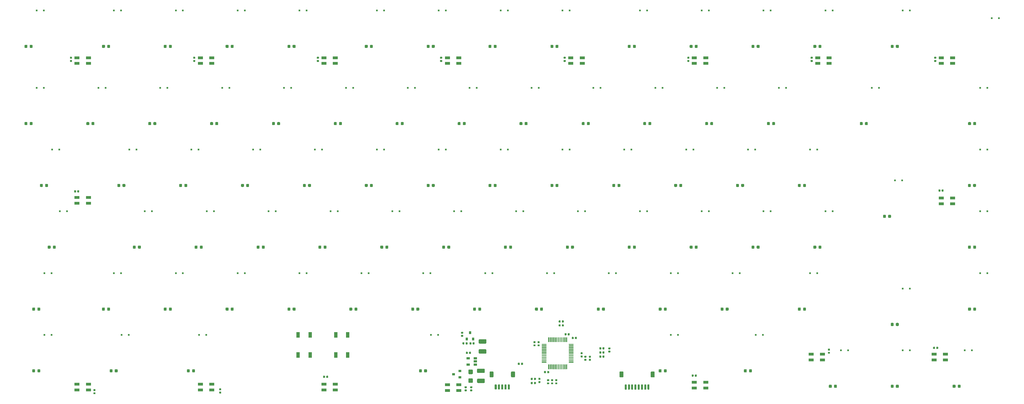
<source format=gbr>
G04 #@! TF.GenerationSoftware,KiCad,Pcbnew,(5.1.5)-3*
G04 #@! TF.CreationDate,2020-04-27T21:09:27+02:00*
G04 #@! TF.ProjectId,isometria-75-pcb-iso,69736f6d-6574-4726-9961-2d37352d7063,rev?*
G04 #@! TF.SameCoordinates,Original*
G04 #@! TF.FileFunction,Paste,Bot*
G04 #@! TF.FilePolarity,Positive*
%FSLAX46Y46*%
G04 Gerber Fmt 4.6, Leading zero omitted, Abs format (unit mm)*
G04 Created by KiCad (PCBNEW (5.1.5)-3) date 2020-04-27 21:09:27*
%MOMM*%
%LPD*%
G04 APERTURE LIST*
%ADD10C,0.100000*%
%ADD11R,1.600000X0.850000*%
%ADD12R,1.060000X0.650000*%
%ADD13R,1.100000X1.800000*%
%ADD14R,0.800000X0.900000*%
%ADD15R,0.900000X0.800000*%
%ADD16R,0.500000X0.500000*%
G04 APERTURE END LIST*
D10*
G36*
X128583958Y-93789710D02*
G01*
X128598276Y-93791834D01*
X128612317Y-93795351D01*
X128625946Y-93800228D01*
X128639031Y-93806417D01*
X128651447Y-93813858D01*
X128663073Y-93822481D01*
X128673798Y-93832202D01*
X128683519Y-93842927D01*
X128692142Y-93854553D01*
X128699583Y-93866969D01*
X128705772Y-93880054D01*
X128710649Y-93893683D01*
X128714166Y-93907724D01*
X128716290Y-93922042D01*
X128717000Y-93936500D01*
X128717000Y-94231500D01*
X128716290Y-94245958D01*
X128714166Y-94260276D01*
X128710649Y-94274317D01*
X128705772Y-94287946D01*
X128699583Y-94301031D01*
X128692142Y-94313447D01*
X128683519Y-94325073D01*
X128673798Y-94335798D01*
X128663073Y-94345519D01*
X128651447Y-94354142D01*
X128639031Y-94361583D01*
X128625946Y-94367772D01*
X128612317Y-94372649D01*
X128598276Y-94376166D01*
X128583958Y-94378290D01*
X128569500Y-94379000D01*
X128224500Y-94379000D01*
X128210042Y-94378290D01*
X128195724Y-94376166D01*
X128181683Y-94372649D01*
X128168054Y-94367772D01*
X128154969Y-94361583D01*
X128142553Y-94354142D01*
X128130927Y-94345519D01*
X128120202Y-94335798D01*
X128110481Y-94325073D01*
X128101858Y-94313447D01*
X128094417Y-94301031D01*
X128088228Y-94287946D01*
X128083351Y-94274317D01*
X128079834Y-94260276D01*
X128077710Y-94245958D01*
X128077000Y-94231500D01*
X128077000Y-93936500D01*
X128077710Y-93922042D01*
X128079834Y-93907724D01*
X128083351Y-93893683D01*
X128088228Y-93880054D01*
X128094417Y-93866969D01*
X128101858Y-93854553D01*
X128110481Y-93842927D01*
X128120202Y-93832202D01*
X128130927Y-93822481D01*
X128142553Y-93813858D01*
X128154969Y-93806417D01*
X128168054Y-93800228D01*
X128181683Y-93795351D01*
X128195724Y-93791834D01*
X128210042Y-93789710D01*
X128224500Y-93789000D01*
X128569500Y-93789000D01*
X128583958Y-93789710D01*
G37*
G36*
X128583958Y-92819710D02*
G01*
X128598276Y-92821834D01*
X128612317Y-92825351D01*
X128625946Y-92830228D01*
X128639031Y-92836417D01*
X128651447Y-92843858D01*
X128663073Y-92852481D01*
X128673798Y-92862202D01*
X128683519Y-92872927D01*
X128692142Y-92884553D01*
X128699583Y-92896969D01*
X128705772Y-92910054D01*
X128710649Y-92923683D01*
X128714166Y-92937724D01*
X128716290Y-92952042D01*
X128717000Y-92966500D01*
X128717000Y-93261500D01*
X128716290Y-93275958D01*
X128714166Y-93290276D01*
X128710649Y-93304317D01*
X128705772Y-93317946D01*
X128699583Y-93331031D01*
X128692142Y-93343447D01*
X128683519Y-93355073D01*
X128673798Y-93365798D01*
X128663073Y-93375519D01*
X128651447Y-93384142D01*
X128639031Y-93391583D01*
X128625946Y-93397772D01*
X128612317Y-93402649D01*
X128598276Y-93406166D01*
X128583958Y-93408290D01*
X128569500Y-93409000D01*
X128224500Y-93409000D01*
X128210042Y-93408290D01*
X128195724Y-93406166D01*
X128181683Y-93402649D01*
X128168054Y-93397772D01*
X128154969Y-93391583D01*
X128142553Y-93384142D01*
X128130927Y-93375519D01*
X128120202Y-93365798D01*
X128110481Y-93355073D01*
X128101858Y-93343447D01*
X128094417Y-93331031D01*
X128088228Y-93317946D01*
X128083351Y-93304317D01*
X128079834Y-93290276D01*
X128077710Y-93275958D01*
X128077000Y-93261500D01*
X128077000Y-92966500D01*
X128077710Y-92952042D01*
X128079834Y-92937724D01*
X128083351Y-92923683D01*
X128088228Y-92910054D01*
X128094417Y-92896969D01*
X128101858Y-92884553D01*
X128110481Y-92872927D01*
X128120202Y-92862202D01*
X128130927Y-92852481D01*
X128142553Y-92843858D01*
X128154969Y-92836417D01*
X128168054Y-92830228D01*
X128181683Y-92825351D01*
X128195724Y-92821834D01*
X128210042Y-92819710D01*
X128224500Y-92819000D01*
X128569500Y-92819000D01*
X128583958Y-92819710D01*
G37*
G36*
X132091958Y-96073710D02*
G01*
X132106276Y-96075834D01*
X132120317Y-96079351D01*
X132133946Y-96084228D01*
X132147031Y-96090417D01*
X132159447Y-96097858D01*
X132171073Y-96106481D01*
X132181798Y-96116202D01*
X132191519Y-96126927D01*
X132200142Y-96138553D01*
X132207583Y-96150969D01*
X132213772Y-96164054D01*
X132218649Y-96177683D01*
X132222166Y-96191724D01*
X132224290Y-96206042D01*
X132225000Y-96220500D01*
X132225000Y-96565500D01*
X132224290Y-96579958D01*
X132222166Y-96594276D01*
X132218649Y-96608317D01*
X132213772Y-96621946D01*
X132207583Y-96635031D01*
X132200142Y-96647447D01*
X132191519Y-96659073D01*
X132181798Y-96669798D01*
X132171073Y-96679519D01*
X132159447Y-96688142D01*
X132147031Y-96695583D01*
X132133946Y-96701772D01*
X132120317Y-96706649D01*
X132106276Y-96710166D01*
X132091958Y-96712290D01*
X132077500Y-96713000D01*
X131782500Y-96713000D01*
X131768042Y-96712290D01*
X131753724Y-96710166D01*
X131739683Y-96706649D01*
X131726054Y-96701772D01*
X131712969Y-96695583D01*
X131700553Y-96688142D01*
X131688927Y-96679519D01*
X131678202Y-96669798D01*
X131668481Y-96659073D01*
X131659858Y-96647447D01*
X131652417Y-96635031D01*
X131646228Y-96621946D01*
X131641351Y-96608317D01*
X131637834Y-96594276D01*
X131635710Y-96579958D01*
X131635000Y-96565500D01*
X131635000Y-96220500D01*
X131635710Y-96206042D01*
X131637834Y-96191724D01*
X131641351Y-96177683D01*
X131646228Y-96164054D01*
X131652417Y-96150969D01*
X131659858Y-96138553D01*
X131668481Y-96126927D01*
X131678202Y-96116202D01*
X131688927Y-96106481D01*
X131700553Y-96097858D01*
X131712969Y-96090417D01*
X131726054Y-96084228D01*
X131739683Y-96079351D01*
X131753724Y-96075834D01*
X131768042Y-96073710D01*
X131782500Y-96073000D01*
X132077500Y-96073000D01*
X132091958Y-96073710D01*
G37*
G36*
X131121958Y-96073710D02*
G01*
X131136276Y-96075834D01*
X131150317Y-96079351D01*
X131163946Y-96084228D01*
X131177031Y-96090417D01*
X131189447Y-96097858D01*
X131201073Y-96106481D01*
X131211798Y-96116202D01*
X131221519Y-96126927D01*
X131230142Y-96138553D01*
X131237583Y-96150969D01*
X131243772Y-96164054D01*
X131248649Y-96177683D01*
X131252166Y-96191724D01*
X131254290Y-96206042D01*
X131255000Y-96220500D01*
X131255000Y-96565500D01*
X131254290Y-96579958D01*
X131252166Y-96594276D01*
X131248649Y-96608317D01*
X131243772Y-96621946D01*
X131237583Y-96635031D01*
X131230142Y-96647447D01*
X131221519Y-96659073D01*
X131211798Y-96669798D01*
X131201073Y-96679519D01*
X131189447Y-96688142D01*
X131177031Y-96695583D01*
X131163946Y-96701772D01*
X131150317Y-96706649D01*
X131136276Y-96710166D01*
X131121958Y-96712290D01*
X131107500Y-96713000D01*
X130812500Y-96713000D01*
X130798042Y-96712290D01*
X130783724Y-96710166D01*
X130769683Y-96706649D01*
X130756054Y-96701772D01*
X130742969Y-96695583D01*
X130730553Y-96688142D01*
X130718927Y-96679519D01*
X130708202Y-96669798D01*
X130698481Y-96659073D01*
X130689858Y-96647447D01*
X130682417Y-96635031D01*
X130676228Y-96621946D01*
X130671351Y-96608317D01*
X130667834Y-96594276D01*
X130665710Y-96579958D01*
X130665000Y-96565500D01*
X130665000Y-96220500D01*
X130665710Y-96206042D01*
X130667834Y-96191724D01*
X130671351Y-96177683D01*
X130676228Y-96164054D01*
X130682417Y-96150969D01*
X130689858Y-96138553D01*
X130698481Y-96126927D01*
X130708202Y-96116202D01*
X130718927Y-96106481D01*
X130730553Y-96097858D01*
X130742969Y-96090417D01*
X130756054Y-96084228D01*
X130769683Y-96079351D01*
X130783724Y-96075834D01*
X130798042Y-96073710D01*
X130812500Y-96073000D01*
X131107500Y-96073000D01*
X131121958Y-96073710D01*
G37*
G36*
X128962958Y-96073710D02*
G01*
X128977276Y-96075834D01*
X128991317Y-96079351D01*
X129004946Y-96084228D01*
X129018031Y-96090417D01*
X129030447Y-96097858D01*
X129042073Y-96106481D01*
X129052798Y-96116202D01*
X129062519Y-96126927D01*
X129071142Y-96138553D01*
X129078583Y-96150969D01*
X129084772Y-96164054D01*
X129089649Y-96177683D01*
X129093166Y-96191724D01*
X129095290Y-96206042D01*
X129096000Y-96220500D01*
X129096000Y-96565500D01*
X129095290Y-96579958D01*
X129093166Y-96594276D01*
X129089649Y-96608317D01*
X129084772Y-96621946D01*
X129078583Y-96635031D01*
X129071142Y-96647447D01*
X129062519Y-96659073D01*
X129052798Y-96669798D01*
X129042073Y-96679519D01*
X129030447Y-96688142D01*
X129018031Y-96695583D01*
X129004946Y-96701772D01*
X128991317Y-96706649D01*
X128977276Y-96710166D01*
X128962958Y-96712290D01*
X128948500Y-96713000D01*
X128653500Y-96713000D01*
X128639042Y-96712290D01*
X128624724Y-96710166D01*
X128610683Y-96706649D01*
X128597054Y-96701772D01*
X128583969Y-96695583D01*
X128571553Y-96688142D01*
X128559927Y-96679519D01*
X128549202Y-96669798D01*
X128539481Y-96659073D01*
X128530858Y-96647447D01*
X128523417Y-96635031D01*
X128517228Y-96621946D01*
X128512351Y-96608317D01*
X128508834Y-96594276D01*
X128506710Y-96579958D01*
X128506000Y-96565500D01*
X128506000Y-96220500D01*
X128506710Y-96206042D01*
X128508834Y-96191724D01*
X128512351Y-96177683D01*
X128517228Y-96164054D01*
X128523417Y-96150969D01*
X128530858Y-96138553D01*
X128539481Y-96126927D01*
X128549202Y-96116202D01*
X128559927Y-96106481D01*
X128571553Y-96097858D01*
X128583969Y-96090417D01*
X128597054Y-96084228D01*
X128610683Y-96079351D01*
X128624724Y-96075834D01*
X128639042Y-96073710D01*
X128653500Y-96073000D01*
X128948500Y-96073000D01*
X128962958Y-96073710D01*
G37*
G36*
X129932958Y-96073710D02*
G01*
X129947276Y-96075834D01*
X129961317Y-96079351D01*
X129974946Y-96084228D01*
X129988031Y-96090417D01*
X130000447Y-96097858D01*
X130012073Y-96106481D01*
X130022798Y-96116202D01*
X130032519Y-96126927D01*
X130041142Y-96138553D01*
X130048583Y-96150969D01*
X130054772Y-96164054D01*
X130059649Y-96177683D01*
X130063166Y-96191724D01*
X130065290Y-96206042D01*
X130066000Y-96220500D01*
X130066000Y-96565500D01*
X130065290Y-96579958D01*
X130063166Y-96594276D01*
X130059649Y-96608317D01*
X130054772Y-96621946D01*
X130048583Y-96635031D01*
X130041142Y-96647447D01*
X130032519Y-96659073D01*
X130022798Y-96669798D01*
X130012073Y-96679519D01*
X130000447Y-96688142D01*
X129988031Y-96695583D01*
X129974946Y-96701772D01*
X129961317Y-96706649D01*
X129947276Y-96710166D01*
X129932958Y-96712290D01*
X129918500Y-96713000D01*
X129623500Y-96713000D01*
X129609042Y-96712290D01*
X129594724Y-96710166D01*
X129580683Y-96706649D01*
X129567054Y-96701772D01*
X129553969Y-96695583D01*
X129541553Y-96688142D01*
X129529927Y-96679519D01*
X129519202Y-96669798D01*
X129509481Y-96659073D01*
X129500858Y-96647447D01*
X129493417Y-96635031D01*
X129487228Y-96621946D01*
X129482351Y-96608317D01*
X129478834Y-96594276D01*
X129476710Y-96579958D01*
X129476000Y-96565500D01*
X129476000Y-96220500D01*
X129476710Y-96206042D01*
X129478834Y-96191724D01*
X129482351Y-96177683D01*
X129487228Y-96164054D01*
X129493417Y-96150969D01*
X129500858Y-96138553D01*
X129509481Y-96126927D01*
X129519202Y-96116202D01*
X129529927Y-96106481D01*
X129541553Y-96097858D01*
X129553969Y-96090417D01*
X129567054Y-96084228D01*
X129580683Y-96079351D01*
X129594724Y-96075834D01*
X129609042Y-96073710D01*
X129623500Y-96073000D01*
X129918500Y-96073000D01*
X129932958Y-96073710D01*
G37*
G36*
X131377958Y-109583710D02*
G01*
X131392276Y-109585834D01*
X131406317Y-109589351D01*
X131419946Y-109594228D01*
X131433031Y-109600417D01*
X131445447Y-109607858D01*
X131457073Y-109616481D01*
X131467798Y-109626202D01*
X131477519Y-109636927D01*
X131486142Y-109648553D01*
X131493583Y-109660969D01*
X131499772Y-109674054D01*
X131504649Y-109687683D01*
X131508166Y-109701724D01*
X131510290Y-109716042D01*
X131511000Y-109730500D01*
X131511000Y-110025500D01*
X131510290Y-110039958D01*
X131508166Y-110054276D01*
X131504649Y-110068317D01*
X131499772Y-110081946D01*
X131493583Y-110095031D01*
X131486142Y-110107447D01*
X131477519Y-110119073D01*
X131467798Y-110129798D01*
X131457073Y-110139519D01*
X131445447Y-110148142D01*
X131433031Y-110155583D01*
X131419946Y-110161772D01*
X131406317Y-110166649D01*
X131392276Y-110170166D01*
X131377958Y-110172290D01*
X131363500Y-110173000D01*
X131018500Y-110173000D01*
X131004042Y-110172290D01*
X130989724Y-110170166D01*
X130975683Y-110166649D01*
X130962054Y-110161772D01*
X130948969Y-110155583D01*
X130936553Y-110148142D01*
X130924927Y-110139519D01*
X130914202Y-110129798D01*
X130904481Y-110119073D01*
X130895858Y-110107447D01*
X130888417Y-110095031D01*
X130882228Y-110081946D01*
X130877351Y-110068317D01*
X130873834Y-110054276D01*
X130871710Y-110039958D01*
X130871000Y-110025500D01*
X130871000Y-109730500D01*
X130871710Y-109716042D01*
X130873834Y-109701724D01*
X130877351Y-109687683D01*
X130882228Y-109674054D01*
X130888417Y-109660969D01*
X130895858Y-109648553D01*
X130904481Y-109636927D01*
X130914202Y-109626202D01*
X130924927Y-109616481D01*
X130936553Y-109607858D01*
X130948969Y-109600417D01*
X130962054Y-109594228D01*
X130975683Y-109589351D01*
X130989724Y-109585834D01*
X131004042Y-109583710D01*
X131018500Y-109583000D01*
X131363500Y-109583000D01*
X131377958Y-109583710D01*
G37*
G36*
X131377958Y-110553710D02*
G01*
X131392276Y-110555834D01*
X131406317Y-110559351D01*
X131419946Y-110564228D01*
X131433031Y-110570417D01*
X131445447Y-110577858D01*
X131457073Y-110586481D01*
X131467798Y-110596202D01*
X131477519Y-110606927D01*
X131486142Y-110618553D01*
X131493583Y-110630969D01*
X131499772Y-110644054D01*
X131504649Y-110657683D01*
X131508166Y-110671724D01*
X131510290Y-110686042D01*
X131511000Y-110700500D01*
X131511000Y-110995500D01*
X131510290Y-111009958D01*
X131508166Y-111024276D01*
X131504649Y-111038317D01*
X131499772Y-111051946D01*
X131493583Y-111065031D01*
X131486142Y-111077447D01*
X131477519Y-111089073D01*
X131467798Y-111099798D01*
X131457073Y-111109519D01*
X131445447Y-111118142D01*
X131433031Y-111125583D01*
X131419946Y-111131772D01*
X131406317Y-111136649D01*
X131392276Y-111140166D01*
X131377958Y-111142290D01*
X131363500Y-111143000D01*
X131018500Y-111143000D01*
X131004042Y-111142290D01*
X130989724Y-111140166D01*
X130975683Y-111136649D01*
X130962054Y-111131772D01*
X130948969Y-111125583D01*
X130936553Y-111118142D01*
X130924927Y-111109519D01*
X130914202Y-111099798D01*
X130904481Y-111089073D01*
X130895858Y-111077447D01*
X130888417Y-111065031D01*
X130882228Y-111051946D01*
X130877351Y-111038317D01*
X130873834Y-111024276D01*
X130871710Y-111009958D01*
X130871000Y-110995500D01*
X130871000Y-110700500D01*
X130871710Y-110686042D01*
X130873834Y-110671724D01*
X130877351Y-110657683D01*
X130882228Y-110644054D01*
X130888417Y-110630969D01*
X130895858Y-110618553D01*
X130904481Y-110606927D01*
X130914202Y-110596202D01*
X130924927Y-110586481D01*
X130936553Y-110577858D01*
X130948969Y-110570417D01*
X130962054Y-110564228D01*
X130975683Y-110559351D01*
X130989724Y-110555834D01*
X131004042Y-110553710D01*
X131018500Y-110553000D01*
X131363500Y-110553000D01*
X131377958Y-110553710D01*
G37*
G36*
X241232958Y-98026710D02*
G01*
X241247276Y-98028834D01*
X241261317Y-98032351D01*
X241274946Y-98037228D01*
X241288031Y-98043417D01*
X241300447Y-98050858D01*
X241312073Y-98059481D01*
X241322798Y-98069202D01*
X241332519Y-98079927D01*
X241341142Y-98091553D01*
X241348583Y-98103969D01*
X241354772Y-98117054D01*
X241359649Y-98130683D01*
X241363166Y-98144724D01*
X241365290Y-98159042D01*
X241366000Y-98173500D01*
X241366000Y-98468500D01*
X241365290Y-98482958D01*
X241363166Y-98497276D01*
X241359649Y-98511317D01*
X241354772Y-98524946D01*
X241348583Y-98538031D01*
X241341142Y-98550447D01*
X241332519Y-98562073D01*
X241322798Y-98572798D01*
X241312073Y-98582519D01*
X241300447Y-98591142D01*
X241288031Y-98598583D01*
X241274946Y-98604772D01*
X241261317Y-98609649D01*
X241247276Y-98613166D01*
X241232958Y-98615290D01*
X241218500Y-98616000D01*
X240873500Y-98616000D01*
X240859042Y-98615290D01*
X240844724Y-98613166D01*
X240830683Y-98609649D01*
X240817054Y-98604772D01*
X240803969Y-98598583D01*
X240791553Y-98591142D01*
X240779927Y-98582519D01*
X240769202Y-98572798D01*
X240759481Y-98562073D01*
X240750858Y-98550447D01*
X240743417Y-98538031D01*
X240737228Y-98524946D01*
X240732351Y-98511317D01*
X240728834Y-98497276D01*
X240726710Y-98482958D01*
X240726000Y-98468500D01*
X240726000Y-98173500D01*
X240726710Y-98159042D01*
X240728834Y-98144724D01*
X240732351Y-98130683D01*
X240737228Y-98117054D01*
X240743417Y-98103969D01*
X240750858Y-98091553D01*
X240759481Y-98079927D01*
X240769202Y-98069202D01*
X240779927Y-98059481D01*
X240791553Y-98050858D01*
X240803969Y-98043417D01*
X240817054Y-98037228D01*
X240830683Y-98032351D01*
X240844724Y-98028834D01*
X240859042Y-98026710D01*
X240873500Y-98026000D01*
X241218500Y-98026000D01*
X241232958Y-98026710D01*
G37*
G36*
X241232958Y-98996710D02*
G01*
X241247276Y-98998834D01*
X241261317Y-99002351D01*
X241274946Y-99007228D01*
X241288031Y-99013417D01*
X241300447Y-99020858D01*
X241312073Y-99029481D01*
X241322798Y-99039202D01*
X241332519Y-99049927D01*
X241341142Y-99061553D01*
X241348583Y-99073969D01*
X241354772Y-99087054D01*
X241359649Y-99100683D01*
X241363166Y-99114724D01*
X241365290Y-99129042D01*
X241366000Y-99143500D01*
X241366000Y-99438500D01*
X241365290Y-99452958D01*
X241363166Y-99467276D01*
X241359649Y-99481317D01*
X241354772Y-99494946D01*
X241348583Y-99508031D01*
X241341142Y-99520447D01*
X241332519Y-99532073D01*
X241322798Y-99542798D01*
X241312073Y-99552519D01*
X241300447Y-99561142D01*
X241288031Y-99568583D01*
X241274946Y-99574772D01*
X241261317Y-99579649D01*
X241247276Y-99583166D01*
X241232958Y-99585290D01*
X241218500Y-99586000D01*
X240873500Y-99586000D01*
X240859042Y-99585290D01*
X240844724Y-99583166D01*
X240830683Y-99579649D01*
X240817054Y-99574772D01*
X240803969Y-99568583D01*
X240791553Y-99561142D01*
X240779927Y-99552519D01*
X240769202Y-99542798D01*
X240759481Y-99532073D01*
X240750858Y-99520447D01*
X240743417Y-99508031D01*
X240737228Y-99494946D01*
X240732351Y-99481317D01*
X240728834Y-99467276D01*
X240726710Y-99452958D01*
X240726000Y-99438500D01*
X240726000Y-99143500D01*
X240726710Y-99129042D01*
X240728834Y-99114724D01*
X240732351Y-99100683D01*
X240737228Y-99087054D01*
X240743417Y-99073969D01*
X240750858Y-99061553D01*
X240759481Y-99049927D01*
X240769202Y-99039202D01*
X240779927Y-99029481D01*
X240791553Y-99020858D01*
X240803969Y-99013417D01*
X240817054Y-99007228D01*
X240830683Y-99002351D01*
X240844724Y-98998834D01*
X240859042Y-98996710D01*
X240873500Y-98996000D01*
X241218500Y-98996000D01*
X241232958Y-98996710D01*
G37*
D11*
X235581750Y-101459000D03*
X235581750Y-99709000D03*
X239081750Y-101459000D03*
X239081750Y-99709000D03*
D10*
G36*
X131450005Y-104457204D02*
G01*
X131474273Y-104460804D01*
X131498072Y-104466765D01*
X131521171Y-104475030D01*
X131543350Y-104485520D01*
X131564393Y-104498132D01*
X131584099Y-104512747D01*
X131602277Y-104529223D01*
X131618753Y-104547401D01*
X131633368Y-104567107D01*
X131645980Y-104588150D01*
X131656470Y-104610329D01*
X131664735Y-104633428D01*
X131670696Y-104657227D01*
X131674296Y-104681495D01*
X131675500Y-104705999D01*
X131675500Y-105606001D01*
X131674296Y-105630505D01*
X131670696Y-105654773D01*
X131664735Y-105678572D01*
X131656470Y-105701671D01*
X131645980Y-105723850D01*
X131633368Y-105744893D01*
X131618753Y-105764599D01*
X131602277Y-105782777D01*
X131584099Y-105799253D01*
X131564393Y-105813868D01*
X131543350Y-105826480D01*
X131521171Y-105836970D01*
X131498072Y-105845235D01*
X131474273Y-105851196D01*
X131450005Y-105854796D01*
X131425501Y-105856000D01*
X130575499Y-105856000D01*
X130550995Y-105854796D01*
X130526727Y-105851196D01*
X130502928Y-105845235D01*
X130479829Y-105836970D01*
X130457650Y-105826480D01*
X130436607Y-105813868D01*
X130416901Y-105799253D01*
X130398723Y-105782777D01*
X130382247Y-105764599D01*
X130367632Y-105744893D01*
X130355020Y-105723850D01*
X130344530Y-105701671D01*
X130336265Y-105678572D01*
X130330304Y-105654773D01*
X130326704Y-105630505D01*
X130325500Y-105606001D01*
X130325500Y-104705999D01*
X130326704Y-104681495D01*
X130330304Y-104657227D01*
X130336265Y-104633428D01*
X130344530Y-104610329D01*
X130355020Y-104588150D01*
X130367632Y-104567107D01*
X130382247Y-104547401D01*
X130398723Y-104529223D01*
X130416901Y-104512747D01*
X130436607Y-104498132D01*
X130457650Y-104485520D01*
X130479829Y-104475030D01*
X130502928Y-104466765D01*
X130526727Y-104460804D01*
X130550995Y-104457204D01*
X130575499Y-104456000D01*
X131425501Y-104456000D01*
X131450005Y-104457204D01*
G37*
G36*
X131450005Y-107157204D02*
G01*
X131474273Y-107160804D01*
X131498072Y-107166765D01*
X131521171Y-107175030D01*
X131543350Y-107185520D01*
X131564393Y-107198132D01*
X131584099Y-107212747D01*
X131602277Y-107229223D01*
X131618753Y-107247401D01*
X131633368Y-107267107D01*
X131645980Y-107288150D01*
X131656470Y-107310329D01*
X131664735Y-107333428D01*
X131670696Y-107357227D01*
X131674296Y-107381495D01*
X131675500Y-107405999D01*
X131675500Y-108306001D01*
X131674296Y-108330505D01*
X131670696Y-108354773D01*
X131664735Y-108378572D01*
X131656470Y-108401671D01*
X131645980Y-108423850D01*
X131633368Y-108444893D01*
X131618753Y-108464599D01*
X131602277Y-108482777D01*
X131584099Y-108499253D01*
X131564393Y-108513868D01*
X131543350Y-108526480D01*
X131521171Y-108536970D01*
X131498072Y-108545235D01*
X131474273Y-108551196D01*
X131450005Y-108554796D01*
X131425501Y-108556000D01*
X130575499Y-108556000D01*
X130550995Y-108554796D01*
X130526727Y-108551196D01*
X130502928Y-108545235D01*
X130479829Y-108536970D01*
X130457650Y-108526480D01*
X130436607Y-108513868D01*
X130416901Y-108499253D01*
X130398723Y-108482777D01*
X130382247Y-108464599D01*
X130367632Y-108444893D01*
X130355020Y-108423850D01*
X130344530Y-108401671D01*
X130336265Y-108378572D01*
X130330304Y-108354773D01*
X130326704Y-108330505D01*
X130325500Y-108306001D01*
X130325500Y-107405999D01*
X130326704Y-107381495D01*
X130330304Y-107357227D01*
X130336265Y-107333428D01*
X130344530Y-107310329D01*
X130355020Y-107288150D01*
X130367632Y-107267107D01*
X130382247Y-107247401D01*
X130398723Y-107229223D01*
X130416901Y-107212747D01*
X130436607Y-107198132D01*
X130457650Y-107185520D01*
X130479829Y-107175030D01*
X130502928Y-107166765D01*
X130526727Y-107160804D01*
X130550995Y-107157204D01*
X130575499Y-107156000D01*
X131425501Y-107156000D01*
X131450005Y-107157204D01*
G37*
G36*
X135620305Y-95134004D02*
G01*
X135644573Y-95137604D01*
X135668372Y-95143565D01*
X135691471Y-95151830D01*
X135713650Y-95162320D01*
X135734693Y-95174932D01*
X135754399Y-95189547D01*
X135772577Y-95206023D01*
X135789053Y-95224201D01*
X135803668Y-95243907D01*
X135816280Y-95264950D01*
X135826770Y-95287129D01*
X135835035Y-95310228D01*
X135840996Y-95334027D01*
X135844596Y-95358295D01*
X135845800Y-95382799D01*
X135845800Y-96207801D01*
X135844596Y-96232305D01*
X135840996Y-96256573D01*
X135835035Y-96280372D01*
X135826770Y-96303471D01*
X135816280Y-96325650D01*
X135803668Y-96346693D01*
X135789053Y-96366399D01*
X135772577Y-96384577D01*
X135754399Y-96401053D01*
X135734693Y-96415668D01*
X135713650Y-96428280D01*
X135691471Y-96438770D01*
X135668372Y-96447035D01*
X135644573Y-96452996D01*
X135620305Y-96456596D01*
X135595801Y-96457800D01*
X133745799Y-96457800D01*
X133721295Y-96456596D01*
X133697027Y-96452996D01*
X133673228Y-96447035D01*
X133650129Y-96438770D01*
X133627950Y-96428280D01*
X133606907Y-96415668D01*
X133587201Y-96401053D01*
X133569023Y-96384577D01*
X133552547Y-96366399D01*
X133537932Y-96346693D01*
X133525320Y-96325650D01*
X133514830Y-96303471D01*
X133506565Y-96280372D01*
X133500604Y-96256573D01*
X133497004Y-96232305D01*
X133495800Y-96207801D01*
X133495800Y-95382799D01*
X133497004Y-95358295D01*
X133500604Y-95334027D01*
X133506565Y-95310228D01*
X133514830Y-95287129D01*
X133525320Y-95264950D01*
X133537932Y-95243907D01*
X133552547Y-95224201D01*
X133569023Y-95206023D01*
X133587201Y-95189547D01*
X133606907Y-95174932D01*
X133627950Y-95162320D01*
X133650129Y-95151830D01*
X133673228Y-95143565D01*
X133697027Y-95137604D01*
X133721295Y-95134004D01*
X133745799Y-95132800D01*
X135595801Y-95132800D01*
X135620305Y-95134004D01*
G37*
G36*
X135620305Y-98209004D02*
G01*
X135644573Y-98212604D01*
X135668372Y-98218565D01*
X135691471Y-98226830D01*
X135713650Y-98237320D01*
X135734693Y-98249932D01*
X135754399Y-98264547D01*
X135772577Y-98281023D01*
X135789053Y-98299201D01*
X135803668Y-98318907D01*
X135816280Y-98339950D01*
X135826770Y-98362129D01*
X135835035Y-98385228D01*
X135840996Y-98409027D01*
X135844596Y-98433295D01*
X135845800Y-98457799D01*
X135845800Y-99282801D01*
X135844596Y-99307305D01*
X135840996Y-99331573D01*
X135835035Y-99355372D01*
X135826770Y-99378471D01*
X135816280Y-99400650D01*
X135803668Y-99421693D01*
X135789053Y-99441399D01*
X135772577Y-99459577D01*
X135754399Y-99476053D01*
X135734693Y-99490668D01*
X135713650Y-99503280D01*
X135691471Y-99513770D01*
X135668372Y-99522035D01*
X135644573Y-99527996D01*
X135620305Y-99531596D01*
X135595801Y-99532800D01*
X133745799Y-99532800D01*
X133721295Y-99531596D01*
X133697027Y-99527996D01*
X133673228Y-99522035D01*
X133650129Y-99513770D01*
X133627950Y-99503280D01*
X133606907Y-99490668D01*
X133587201Y-99476053D01*
X133569023Y-99459577D01*
X133552547Y-99441399D01*
X133537932Y-99421693D01*
X133525320Y-99400650D01*
X133514830Y-99378471D01*
X133506565Y-99355372D01*
X133500604Y-99331573D01*
X133497004Y-99307305D01*
X133495800Y-99282801D01*
X133495800Y-98457799D01*
X133497004Y-98433295D01*
X133500604Y-98409027D01*
X133506565Y-98385228D01*
X133514830Y-98362129D01*
X133525320Y-98339950D01*
X133537932Y-98318907D01*
X133552547Y-98299201D01*
X133569023Y-98281023D01*
X133587201Y-98264547D01*
X133606907Y-98249932D01*
X133627950Y-98237320D01*
X133650129Y-98226830D01*
X133673228Y-98218565D01*
X133697027Y-98212604D01*
X133721295Y-98209004D01*
X133745799Y-98207800D01*
X135595801Y-98207800D01*
X135620305Y-98209004D01*
G37*
G36*
X135125005Y-104163704D02*
G01*
X135149273Y-104167304D01*
X135173072Y-104173265D01*
X135196171Y-104181530D01*
X135218350Y-104192020D01*
X135239393Y-104204632D01*
X135259099Y-104219247D01*
X135277277Y-104235723D01*
X135293753Y-104253901D01*
X135308368Y-104273607D01*
X135320980Y-104294650D01*
X135331470Y-104316829D01*
X135339735Y-104339928D01*
X135345696Y-104363727D01*
X135349296Y-104387995D01*
X135350500Y-104412499D01*
X135350500Y-105237501D01*
X135349296Y-105262005D01*
X135345696Y-105286273D01*
X135339735Y-105310072D01*
X135331470Y-105333171D01*
X135320980Y-105355350D01*
X135308368Y-105376393D01*
X135293753Y-105396099D01*
X135277277Y-105414277D01*
X135259099Y-105430753D01*
X135239393Y-105445368D01*
X135218350Y-105457980D01*
X135196171Y-105468470D01*
X135173072Y-105476735D01*
X135149273Y-105482696D01*
X135125005Y-105486296D01*
X135100501Y-105487500D01*
X133250499Y-105487500D01*
X133225995Y-105486296D01*
X133201727Y-105482696D01*
X133177928Y-105476735D01*
X133154829Y-105468470D01*
X133132650Y-105457980D01*
X133111607Y-105445368D01*
X133091901Y-105430753D01*
X133073723Y-105414277D01*
X133057247Y-105396099D01*
X133042632Y-105376393D01*
X133030020Y-105355350D01*
X133019530Y-105333171D01*
X133011265Y-105310072D01*
X133005304Y-105286273D01*
X133001704Y-105262005D01*
X133000500Y-105237501D01*
X133000500Y-104412499D01*
X133001704Y-104387995D01*
X133005304Y-104363727D01*
X133011265Y-104339928D01*
X133019530Y-104316829D01*
X133030020Y-104294650D01*
X133042632Y-104273607D01*
X133057247Y-104253901D01*
X133073723Y-104235723D01*
X133091901Y-104219247D01*
X133111607Y-104204632D01*
X133132650Y-104192020D01*
X133154829Y-104181530D01*
X133177928Y-104173265D01*
X133201727Y-104167304D01*
X133225995Y-104163704D01*
X133250499Y-104162500D01*
X135100501Y-104162500D01*
X135125005Y-104163704D01*
G37*
G36*
X135125005Y-107238704D02*
G01*
X135149273Y-107242304D01*
X135173072Y-107248265D01*
X135196171Y-107256530D01*
X135218350Y-107267020D01*
X135239393Y-107279632D01*
X135259099Y-107294247D01*
X135277277Y-107310723D01*
X135293753Y-107328901D01*
X135308368Y-107348607D01*
X135320980Y-107369650D01*
X135331470Y-107391829D01*
X135339735Y-107414928D01*
X135345696Y-107438727D01*
X135349296Y-107462995D01*
X135350500Y-107487499D01*
X135350500Y-108312501D01*
X135349296Y-108337005D01*
X135345696Y-108361273D01*
X135339735Y-108385072D01*
X135331470Y-108408171D01*
X135320980Y-108430350D01*
X135308368Y-108451393D01*
X135293753Y-108471099D01*
X135277277Y-108489277D01*
X135259099Y-108505753D01*
X135239393Y-108520368D01*
X135218350Y-108532980D01*
X135196171Y-108543470D01*
X135173072Y-108551735D01*
X135149273Y-108557696D01*
X135125005Y-108561296D01*
X135100501Y-108562500D01*
X133250499Y-108562500D01*
X133225995Y-108561296D01*
X133201727Y-108557696D01*
X133177928Y-108551735D01*
X133154829Y-108543470D01*
X133132650Y-108532980D01*
X133111607Y-108520368D01*
X133091901Y-108505753D01*
X133073723Y-108489277D01*
X133057247Y-108471099D01*
X133042632Y-108451393D01*
X133030020Y-108430350D01*
X133019530Y-108408171D01*
X133011265Y-108385072D01*
X133005304Y-108361273D01*
X133001704Y-108337005D01*
X133000500Y-108312501D01*
X133000500Y-107487499D01*
X133001704Y-107462995D01*
X133005304Y-107438727D01*
X133011265Y-107414928D01*
X133019530Y-107391829D01*
X133030020Y-107369650D01*
X133042632Y-107348607D01*
X133057247Y-107328901D01*
X133073723Y-107310723D01*
X133091901Y-107294247D01*
X133111607Y-107279632D01*
X133132650Y-107267020D01*
X133154829Y-107256530D01*
X133177928Y-107248265D01*
X133201727Y-107242304D01*
X133225995Y-107238704D01*
X133250499Y-107237500D01*
X135100501Y-107237500D01*
X135125005Y-107238704D01*
G37*
G36*
X173795958Y-98615710D02*
G01*
X173810276Y-98617834D01*
X173824317Y-98621351D01*
X173837946Y-98626228D01*
X173851031Y-98632417D01*
X173863447Y-98639858D01*
X173875073Y-98648481D01*
X173885798Y-98658202D01*
X173895519Y-98668927D01*
X173904142Y-98680553D01*
X173911583Y-98692969D01*
X173917772Y-98706054D01*
X173922649Y-98719683D01*
X173926166Y-98733724D01*
X173928290Y-98748042D01*
X173929000Y-98762500D01*
X173929000Y-99057500D01*
X173928290Y-99071958D01*
X173926166Y-99086276D01*
X173922649Y-99100317D01*
X173917772Y-99113946D01*
X173911583Y-99127031D01*
X173904142Y-99139447D01*
X173895519Y-99151073D01*
X173885798Y-99161798D01*
X173875073Y-99171519D01*
X173863447Y-99180142D01*
X173851031Y-99187583D01*
X173837946Y-99193772D01*
X173824317Y-99198649D01*
X173810276Y-99202166D01*
X173795958Y-99204290D01*
X173781500Y-99205000D01*
X173436500Y-99205000D01*
X173422042Y-99204290D01*
X173407724Y-99202166D01*
X173393683Y-99198649D01*
X173380054Y-99193772D01*
X173366969Y-99187583D01*
X173354553Y-99180142D01*
X173342927Y-99171519D01*
X173332202Y-99161798D01*
X173322481Y-99151073D01*
X173313858Y-99139447D01*
X173306417Y-99127031D01*
X173300228Y-99113946D01*
X173295351Y-99100317D01*
X173291834Y-99086276D01*
X173289710Y-99071958D01*
X173289000Y-99057500D01*
X173289000Y-98762500D01*
X173289710Y-98748042D01*
X173291834Y-98733724D01*
X173295351Y-98719683D01*
X173300228Y-98706054D01*
X173306417Y-98692969D01*
X173313858Y-98680553D01*
X173322481Y-98668927D01*
X173332202Y-98658202D01*
X173342927Y-98648481D01*
X173354553Y-98639858D01*
X173366969Y-98632417D01*
X173380054Y-98626228D01*
X173393683Y-98621351D01*
X173407724Y-98617834D01*
X173422042Y-98615710D01*
X173436500Y-98615000D01*
X173781500Y-98615000D01*
X173795958Y-98615710D01*
G37*
G36*
X173795958Y-97645710D02*
G01*
X173810276Y-97647834D01*
X173824317Y-97651351D01*
X173837946Y-97656228D01*
X173851031Y-97662417D01*
X173863447Y-97669858D01*
X173875073Y-97678481D01*
X173885798Y-97688202D01*
X173895519Y-97698927D01*
X173904142Y-97710553D01*
X173911583Y-97722969D01*
X173917772Y-97736054D01*
X173922649Y-97749683D01*
X173926166Y-97763724D01*
X173928290Y-97778042D01*
X173929000Y-97792500D01*
X173929000Y-98087500D01*
X173928290Y-98101958D01*
X173926166Y-98116276D01*
X173922649Y-98130317D01*
X173917772Y-98143946D01*
X173911583Y-98157031D01*
X173904142Y-98169447D01*
X173895519Y-98181073D01*
X173885798Y-98191798D01*
X173875073Y-98201519D01*
X173863447Y-98210142D01*
X173851031Y-98217583D01*
X173837946Y-98223772D01*
X173824317Y-98228649D01*
X173810276Y-98232166D01*
X173795958Y-98234290D01*
X173781500Y-98235000D01*
X173436500Y-98235000D01*
X173422042Y-98234290D01*
X173407724Y-98232166D01*
X173393683Y-98228649D01*
X173380054Y-98223772D01*
X173366969Y-98217583D01*
X173354553Y-98210142D01*
X173342927Y-98201519D01*
X173332202Y-98191798D01*
X173322481Y-98181073D01*
X173313858Y-98169447D01*
X173306417Y-98157031D01*
X173300228Y-98143946D01*
X173295351Y-98130317D01*
X173291834Y-98116276D01*
X173289710Y-98101958D01*
X173289000Y-98087500D01*
X173289000Y-97792500D01*
X173289710Y-97778042D01*
X173291834Y-97763724D01*
X173295351Y-97749683D01*
X173300228Y-97736054D01*
X173306417Y-97722969D01*
X173313858Y-97710553D01*
X173322481Y-97698927D01*
X173332202Y-97688202D01*
X173342927Y-97678481D01*
X173354553Y-97669858D01*
X173366969Y-97662417D01*
X173380054Y-97656228D01*
X173393683Y-97651351D01*
X173407724Y-97647834D01*
X173422042Y-97645710D01*
X173436500Y-97645000D01*
X173781500Y-97645000D01*
X173795958Y-97645710D01*
G37*
G36*
X171969958Y-97597710D02*
G01*
X171984276Y-97599834D01*
X171998317Y-97603351D01*
X172011946Y-97608228D01*
X172025031Y-97614417D01*
X172037447Y-97621858D01*
X172049073Y-97630481D01*
X172059798Y-97640202D01*
X172069519Y-97650927D01*
X172078142Y-97662553D01*
X172085583Y-97674969D01*
X172091772Y-97688054D01*
X172096649Y-97701683D01*
X172100166Y-97715724D01*
X172102290Y-97730042D01*
X172103000Y-97744500D01*
X172103000Y-98089500D01*
X172102290Y-98103958D01*
X172100166Y-98118276D01*
X172096649Y-98132317D01*
X172091772Y-98145946D01*
X172085583Y-98159031D01*
X172078142Y-98171447D01*
X172069519Y-98183073D01*
X172059798Y-98193798D01*
X172049073Y-98203519D01*
X172037447Y-98212142D01*
X172025031Y-98219583D01*
X172011946Y-98225772D01*
X171998317Y-98230649D01*
X171984276Y-98234166D01*
X171969958Y-98236290D01*
X171955500Y-98237000D01*
X171660500Y-98237000D01*
X171646042Y-98236290D01*
X171631724Y-98234166D01*
X171617683Y-98230649D01*
X171604054Y-98225772D01*
X171590969Y-98219583D01*
X171578553Y-98212142D01*
X171566927Y-98203519D01*
X171556202Y-98193798D01*
X171546481Y-98183073D01*
X171537858Y-98171447D01*
X171530417Y-98159031D01*
X171524228Y-98145946D01*
X171519351Y-98132317D01*
X171515834Y-98118276D01*
X171513710Y-98103958D01*
X171513000Y-98089500D01*
X171513000Y-97744500D01*
X171513710Y-97730042D01*
X171515834Y-97715724D01*
X171519351Y-97701683D01*
X171524228Y-97688054D01*
X171530417Y-97674969D01*
X171537858Y-97662553D01*
X171546481Y-97650927D01*
X171556202Y-97640202D01*
X171566927Y-97630481D01*
X171578553Y-97621858D01*
X171590969Y-97614417D01*
X171604054Y-97608228D01*
X171617683Y-97603351D01*
X171631724Y-97599834D01*
X171646042Y-97597710D01*
X171660500Y-97597000D01*
X171955500Y-97597000D01*
X171969958Y-97597710D01*
G37*
G36*
X170999958Y-97597710D02*
G01*
X171014276Y-97599834D01*
X171028317Y-97603351D01*
X171041946Y-97608228D01*
X171055031Y-97614417D01*
X171067447Y-97621858D01*
X171079073Y-97630481D01*
X171089798Y-97640202D01*
X171099519Y-97650927D01*
X171108142Y-97662553D01*
X171115583Y-97674969D01*
X171121772Y-97688054D01*
X171126649Y-97701683D01*
X171130166Y-97715724D01*
X171132290Y-97730042D01*
X171133000Y-97744500D01*
X171133000Y-98089500D01*
X171132290Y-98103958D01*
X171130166Y-98118276D01*
X171126649Y-98132317D01*
X171121772Y-98145946D01*
X171115583Y-98159031D01*
X171108142Y-98171447D01*
X171099519Y-98183073D01*
X171089798Y-98193798D01*
X171079073Y-98203519D01*
X171067447Y-98212142D01*
X171055031Y-98219583D01*
X171041946Y-98225772D01*
X171028317Y-98230649D01*
X171014276Y-98234166D01*
X170999958Y-98236290D01*
X170985500Y-98237000D01*
X170690500Y-98237000D01*
X170676042Y-98236290D01*
X170661724Y-98234166D01*
X170647683Y-98230649D01*
X170634054Y-98225772D01*
X170620969Y-98219583D01*
X170608553Y-98212142D01*
X170596927Y-98203519D01*
X170586202Y-98193798D01*
X170576481Y-98183073D01*
X170567858Y-98171447D01*
X170560417Y-98159031D01*
X170554228Y-98145946D01*
X170549351Y-98132317D01*
X170545834Y-98118276D01*
X170543710Y-98103958D01*
X170543000Y-98089500D01*
X170543000Y-97744500D01*
X170543710Y-97730042D01*
X170545834Y-97715724D01*
X170549351Y-97701683D01*
X170554228Y-97688054D01*
X170560417Y-97674969D01*
X170567858Y-97662553D01*
X170576481Y-97650927D01*
X170586202Y-97640202D01*
X170596927Y-97630481D01*
X170608553Y-97621858D01*
X170620969Y-97614417D01*
X170634054Y-97608228D01*
X170647683Y-97603351D01*
X170661724Y-97599834D01*
X170676042Y-97597710D01*
X170690500Y-97597000D01*
X170985500Y-97597000D01*
X170999958Y-97597710D01*
G37*
G36*
X170999958Y-100137710D02*
G01*
X171014276Y-100139834D01*
X171028317Y-100143351D01*
X171041946Y-100148228D01*
X171055031Y-100154417D01*
X171067447Y-100161858D01*
X171079073Y-100170481D01*
X171089798Y-100180202D01*
X171099519Y-100190927D01*
X171108142Y-100202553D01*
X171115583Y-100214969D01*
X171121772Y-100228054D01*
X171126649Y-100241683D01*
X171130166Y-100255724D01*
X171132290Y-100270042D01*
X171133000Y-100284500D01*
X171133000Y-100629500D01*
X171132290Y-100643958D01*
X171130166Y-100658276D01*
X171126649Y-100672317D01*
X171121772Y-100685946D01*
X171115583Y-100699031D01*
X171108142Y-100711447D01*
X171099519Y-100723073D01*
X171089798Y-100733798D01*
X171079073Y-100743519D01*
X171067447Y-100752142D01*
X171055031Y-100759583D01*
X171041946Y-100765772D01*
X171028317Y-100770649D01*
X171014276Y-100774166D01*
X170999958Y-100776290D01*
X170985500Y-100777000D01*
X170690500Y-100777000D01*
X170676042Y-100776290D01*
X170661724Y-100774166D01*
X170647683Y-100770649D01*
X170634054Y-100765772D01*
X170620969Y-100759583D01*
X170608553Y-100752142D01*
X170596927Y-100743519D01*
X170586202Y-100733798D01*
X170576481Y-100723073D01*
X170567858Y-100711447D01*
X170560417Y-100699031D01*
X170554228Y-100685946D01*
X170549351Y-100672317D01*
X170545834Y-100658276D01*
X170543710Y-100643958D01*
X170543000Y-100629500D01*
X170543000Y-100284500D01*
X170543710Y-100270042D01*
X170545834Y-100255724D01*
X170549351Y-100241683D01*
X170554228Y-100228054D01*
X170560417Y-100214969D01*
X170567858Y-100202553D01*
X170576481Y-100190927D01*
X170586202Y-100180202D01*
X170596927Y-100170481D01*
X170608553Y-100161858D01*
X170620969Y-100154417D01*
X170634054Y-100148228D01*
X170647683Y-100143351D01*
X170661724Y-100139834D01*
X170676042Y-100137710D01*
X170690500Y-100137000D01*
X170985500Y-100137000D01*
X170999958Y-100137710D01*
G37*
G36*
X171969958Y-100137710D02*
G01*
X171984276Y-100139834D01*
X171998317Y-100143351D01*
X172011946Y-100148228D01*
X172025031Y-100154417D01*
X172037447Y-100161858D01*
X172049073Y-100170481D01*
X172059798Y-100180202D01*
X172069519Y-100190927D01*
X172078142Y-100202553D01*
X172085583Y-100214969D01*
X172091772Y-100228054D01*
X172096649Y-100241683D01*
X172100166Y-100255724D01*
X172102290Y-100270042D01*
X172103000Y-100284500D01*
X172103000Y-100629500D01*
X172102290Y-100643958D01*
X172100166Y-100658276D01*
X172096649Y-100672317D01*
X172091772Y-100685946D01*
X172085583Y-100699031D01*
X172078142Y-100711447D01*
X172069519Y-100723073D01*
X172059798Y-100733798D01*
X172049073Y-100743519D01*
X172037447Y-100752142D01*
X172025031Y-100759583D01*
X172011946Y-100765772D01*
X171998317Y-100770649D01*
X171984276Y-100774166D01*
X171969958Y-100776290D01*
X171955500Y-100777000D01*
X171660500Y-100777000D01*
X171646042Y-100776290D01*
X171631724Y-100774166D01*
X171617683Y-100770649D01*
X171604054Y-100765772D01*
X171590969Y-100759583D01*
X171578553Y-100752142D01*
X171566927Y-100743519D01*
X171556202Y-100733798D01*
X171546481Y-100723073D01*
X171537858Y-100711447D01*
X171530417Y-100699031D01*
X171524228Y-100685946D01*
X171519351Y-100672317D01*
X171515834Y-100658276D01*
X171513710Y-100643958D01*
X171513000Y-100629500D01*
X171513000Y-100284500D01*
X171513710Y-100270042D01*
X171515834Y-100255724D01*
X171519351Y-100241683D01*
X171524228Y-100228054D01*
X171530417Y-100214969D01*
X171537858Y-100202553D01*
X171546481Y-100190927D01*
X171556202Y-100180202D01*
X171566927Y-100170481D01*
X171578553Y-100161858D01*
X171590969Y-100154417D01*
X171604054Y-100148228D01*
X171617683Y-100143351D01*
X171631724Y-100139834D01*
X171646042Y-100137710D01*
X171660500Y-100137000D01*
X171955500Y-100137000D01*
X171969958Y-100137710D01*
G37*
G36*
X171969958Y-98867710D02*
G01*
X171984276Y-98869834D01*
X171998317Y-98873351D01*
X172011946Y-98878228D01*
X172025031Y-98884417D01*
X172037447Y-98891858D01*
X172049073Y-98900481D01*
X172059798Y-98910202D01*
X172069519Y-98920927D01*
X172078142Y-98932553D01*
X172085583Y-98944969D01*
X172091772Y-98958054D01*
X172096649Y-98971683D01*
X172100166Y-98985724D01*
X172102290Y-99000042D01*
X172103000Y-99014500D01*
X172103000Y-99359500D01*
X172102290Y-99373958D01*
X172100166Y-99388276D01*
X172096649Y-99402317D01*
X172091772Y-99415946D01*
X172085583Y-99429031D01*
X172078142Y-99441447D01*
X172069519Y-99453073D01*
X172059798Y-99463798D01*
X172049073Y-99473519D01*
X172037447Y-99482142D01*
X172025031Y-99489583D01*
X172011946Y-99495772D01*
X171998317Y-99500649D01*
X171984276Y-99504166D01*
X171969958Y-99506290D01*
X171955500Y-99507000D01*
X171660500Y-99507000D01*
X171646042Y-99506290D01*
X171631724Y-99504166D01*
X171617683Y-99500649D01*
X171604054Y-99495772D01*
X171590969Y-99489583D01*
X171578553Y-99482142D01*
X171566927Y-99473519D01*
X171556202Y-99463798D01*
X171546481Y-99453073D01*
X171537858Y-99441447D01*
X171530417Y-99429031D01*
X171524228Y-99415946D01*
X171519351Y-99402317D01*
X171515834Y-99388276D01*
X171513710Y-99373958D01*
X171513000Y-99359500D01*
X171513000Y-99014500D01*
X171513710Y-99000042D01*
X171515834Y-98985724D01*
X171519351Y-98971683D01*
X171524228Y-98958054D01*
X171530417Y-98944969D01*
X171537858Y-98932553D01*
X171546481Y-98920927D01*
X171556202Y-98910202D01*
X171566927Y-98900481D01*
X171578553Y-98891858D01*
X171590969Y-98884417D01*
X171604054Y-98878228D01*
X171617683Y-98873351D01*
X171631724Y-98869834D01*
X171646042Y-98867710D01*
X171660500Y-98867000D01*
X171955500Y-98867000D01*
X171969958Y-98867710D01*
G37*
G36*
X170999958Y-98867710D02*
G01*
X171014276Y-98869834D01*
X171028317Y-98873351D01*
X171041946Y-98878228D01*
X171055031Y-98884417D01*
X171067447Y-98891858D01*
X171079073Y-98900481D01*
X171089798Y-98910202D01*
X171099519Y-98920927D01*
X171108142Y-98932553D01*
X171115583Y-98944969D01*
X171121772Y-98958054D01*
X171126649Y-98971683D01*
X171130166Y-98985724D01*
X171132290Y-99000042D01*
X171133000Y-99014500D01*
X171133000Y-99359500D01*
X171132290Y-99373958D01*
X171130166Y-99388276D01*
X171126649Y-99402317D01*
X171121772Y-99415946D01*
X171115583Y-99429031D01*
X171108142Y-99441447D01*
X171099519Y-99453073D01*
X171089798Y-99463798D01*
X171079073Y-99473519D01*
X171067447Y-99482142D01*
X171055031Y-99489583D01*
X171041946Y-99495772D01*
X171028317Y-99500649D01*
X171014276Y-99504166D01*
X170999958Y-99506290D01*
X170985500Y-99507000D01*
X170690500Y-99507000D01*
X170676042Y-99506290D01*
X170661724Y-99504166D01*
X170647683Y-99500649D01*
X170634054Y-99495772D01*
X170620969Y-99489583D01*
X170608553Y-99482142D01*
X170596927Y-99473519D01*
X170586202Y-99463798D01*
X170576481Y-99453073D01*
X170567858Y-99441447D01*
X170560417Y-99429031D01*
X170554228Y-99415946D01*
X170549351Y-99402317D01*
X170545834Y-99388276D01*
X170543710Y-99373958D01*
X170543000Y-99359500D01*
X170543000Y-99014500D01*
X170543710Y-99000042D01*
X170545834Y-98985724D01*
X170549351Y-98971683D01*
X170554228Y-98958054D01*
X170560417Y-98944969D01*
X170567858Y-98932553D01*
X170576481Y-98920927D01*
X170586202Y-98910202D01*
X170596927Y-98900481D01*
X170608553Y-98891858D01*
X170620969Y-98884417D01*
X170634054Y-98878228D01*
X170647683Y-98873351D01*
X170661724Y-98869834D01*
X170676042Y-98867710D01*
X170690500Y-98867000D01*
X170985500Y-98867000D01*
X170999958Y-98867710D01*
G37*
G36*
X187292505Y-105049204D02*
G01*
X187316773Y-105052804D01*
X187340572Y-105058765D01*
X187363671Y-105067030D01*
X187385850Y-105077520D01*
X187406893Y-105090132D01*
X187426599Y-105104747D01*
X187444777Y-105121223D01*
X187461253Y-105139401D01*
X187475868Y-105159107D01*
X187488480Y-105180150D01*
X187498970Y-105202329D01*
X187507235Y-105225428D01*
X187513196Y-105249227D01*
X187516796Y-105273495D01*
X187518000Y-105297999D01*
X187518000Y-106598001D01*
X187516796Y-106622505D01*
X187513196Y-106646773D01*
X187507235Y-106670572D01*
X187498970Y-106693671D01*
X187488480Y-106715850D01*
X187475868Y-106736893D01*
X187461253Y-106756599D01*
X187444777Y-106774777D01*
X187426599Y-106791253D01*
X187406893Y-106805868D01*
X187385850Y-106818480D01*
X187363671Y-106828970D01*
X187340572Y-106837235D01*
X187316773Y-106843196D01*
X187292505Y-106846796D01*
X187268001Y-106848000D01*
X186567999Y-106848000D01*
X186543495Y-106846796D01*
X186519227Y-106843196D01*
X186495428Y-106837235D01*
X186472329Y-106828970D01*
X186450150Y-106818480D01*
X186429107Y-106805868D01*
X186409401Y-106791253D01*
X186391223Y-106774777D01*
X186374747Y-106756599D01*
X186360132Y-106736893D01*
X186347520Y-106715850D01*
X186337030Y-106693671D01*
X186328765Y-106670572D01*
X186322804Y-106646773D01*
X186319204Y-106622505D01*
X186318000Y-106598001D01*
X186318000Y-105297999D01*
X186319204Y-105273495D01*
X186322804Y-105249227D01*
X186328765Y-105225428D01*
X186337030Y-105202329D01*
X186347520Y-105180150D01*
X186360132Y-105159107D01*
X186374747Y-105139401D01*
X186391223Y-105121223D01*
X186409401Y-105104747D01*
X186429107Y-105090132D01*
X186450150Y-105077520D01*
X186472329Y-105067030D01*
X186495428Y-105058765D01*
X186519227Y-105052804D01*
X186543495Y-105049204D01*
X186567999Y-105048000D01*
X187268001Y-105048000D01*
X187292505Y-105049204D01*
G37*
G36*
X177692505Y-105049204D02*
G01*
X177716773Y-105052804D01*
X177740572Y-105058765D01*
X177763671Y-105067030D01*
X177785850Y-105077520D01*
X177806893Y-105090132D01*
X177826599Y-105104747D01*
X177844777Y-105121223D01*
X177861253Y-105139401D01*
X177875868Y-105159107D01*
X177888480Y-105180150D01*
X177898970Y-105202329D01*
X177907235Y-105225428D01*
X177913196Y-105249227D01*
X177916796Y-105273495D01*
X177918000Y-105297999D01*
X177918000Y-106598001D01*
X177916796Y-106622505D01*
X177913196Y-106646773D01*
X177907235Y-106670572D01*
X177898970Y-106693671D01*
X177888480Y-106715850D01*
X177875868Y-106736893D01*
X177861253Y-106756599D01*
X177844777Y-106774777D01*
X177826599Y-106791253D01*
X177806893Y-106805868D01*
X177785850Y-106818480D01*
X177763671Y-106828970D01*
X177740572Y-106837235D01*
X177716773Y-106843196D01*
X177692505Y-106846796D01*
X177668001Y-106848000D01*
X176967999Y-106848000D01*
X176943495Y-106846796D01*
X176919227Y-106843196D01*
X176895428Y-106837235D01*
X176872329Y-106828970D01*
X176850150Y-106818480D01*
X176829107Y-106805868D01*
X176809401Y-106791253D01*
X176791223Y-106774777D01*
X176774747Y-106756599D01*
X176760132Y-106736893D01*
X176747520Y-106715850D01*
X176737030Y-106693671D01*
X176728765Y-106670572D01*
X176722804Y-106646773D01*
X176719204Y-106622505D01*
X176718000Y-106598001D01*
X176718000Y-105297999D01*
X176719204Y-105273495D01*
X176722804Y-105249227D01*
X176728765Y-105225428D01*
X176737030Y-105202329D01*
X176747520Y-105180150D01*
X176760132Y-105159107D01*
X176774747Y-105139401D01*
X176791223Y-105121223D01*
X176809401Y-105104747D01*
X176829107Y-105090132D01*
X176850150Y-105077520D01*
X176872329Y-105067030D01*
X176895428Y-105058765D01*
X176919227Y-105052804D01*
X176943495Y-105049204D01*
X176967999Y-105048000D01*
X177668001Y-105048000D01*
X177692505Y-105049204D01*
G37*
G36*
X185782703Y-109048722D02*
G01*
X185797264Y-109050882D01*
X185811543Y-109054459D01*
X185825403Y-109059418D01*
X185838710Y-109065712D01*
X185851336Y-109073280D01*
X185863159Y-109082048D01*
X185874066Y-109091934D01*
X185883952Y-109102841D01*
X185892720Y-109114664D01*
X185900288Y-109127290D01*
X185906582Y-109140597D01*
X185911541Y-109154457D01*
X185915118Y-109168736D01*
X185917278Y-109183297D01*
X185918000Y-109198000D01*
X185918000Y-110448000D01*
X185917278Y-110462703D01*
X185915118Y-110477264D01*
X185911541Y-110491543D01*
X185906582Y-110505403D01*
X185900288Y-110518710D01*
X185892720Y-110531336D01*
X185883952Y-110543159D01*
X185874066Y-110554066D01*
X185863159Y-110563952D01*
X185851336Y-110572720D01*
X185838710Y-110580288D01*
X185825403Y-110586582D01*
X185811543Y-110591541D01*
X185797264Y-110595118D01*
X185782703Y-110597278D01*
X185768000Y-110598000D01*
X185468000Y-110598000D01*
X185453297Y-110597278D01*
X185438736Y-110595118D01*
X185424457Y-110591541D01*
X185410597Y-110586582D01*
X185397290Y-110580288D01*
X185384664Y-110572720D01*
X185372841Y-110563952D01*
X185361934Y-110554066D01*
X185352048Y-110543159D01*
X185343280Y-110531336D01*
X185335712Y-110518710D01*
X185329418Y-110505403D01*
X185324459Y-110491543D01*
X185320882Y-110477264D01*
X185318722Y-110462703D01*
X185318000Y-110448000D01*
X185318000Y-109198000D01*
X185318722Y-109183297D01*
X185320882Y-109168736D01*
X185324459Y-109154457D01*
X185329418Y-109140597D01*
X185335712Y-109127290D01*
X185343280Y-109114664D01*
X185352048Y-109102841D01*
X185361934Y-109091934D01*
X185372841Y-109082048D01*
X185384664Y-109073280D01*
X185397290Y-109065712D01*
X185410597Y-109059418D01*
X185424457Y-109054459D01*
X185438736Y-109050882D01*
X185453297Y-109048722D01*
X185468000Y-109048000D01*
X185768000Y-109048000D01*
X185782703Y-109048722D01*
G37*
G36*
X184782703Y-109048722D02*
G01*
X184797264Y-109050882D01*
X184811543Y-109054459D01*
X184825403Y-109059418D01*
X184838710Y-109065712D01*
X184851336Y-109073280D01*
X184863159Y-109082048D01*
X184874066Y-109091934D01*
X184883952Y-109102841D01*
X184892720Y-109114664D01*
X184900288Y-109127290D01*
X184906582Y-109140597D01*
X184911541Y-109154457D01*
X184915118Y-109168736D01*
X184917278Y-109183297D01*
X184918000Y-109198000D01*
X184918000Y-110448000D01*
X184917278Y-110462703D01*
X184915118Y-110477264D01*
X184911541Y-110491543D01*
X184906582Y-110505403D01*
X184900288Y-110518710D01*
X184892720Y-110531336D01*
X184883952Y-110543159D01*
X184874066Y-110554066D01*
X184863159Y-110563952D01*
X184851336Y-110572720D01*
X184838710Y-110580288D01*
X184825403Y-110586582D01*
X184811543Y-110591541D01*
X184797264Y-110595118D01*
X184782703Y-110597278D01*
X184768000Y-110598000D01*
X184468000Y-110598000D01*
X184453297Y-110597278D01*
X184438736Y-110595118D01*
X184424457Y-110591541D01*
X184410597Y-110586582D01*
X184397290Y-110580288D01*
X184384664Y-110572720D01*
X184372841Y-110563952D01*
X184361934Y-110554066D01*
X184352048Y-110543159D01*
X184343280Y-110531336D01*
X184335712Y-110518710D01*
X184329418Y-110505403D01*
X184324459Y-110491543D01*
X184320882Y-110477264D01*
X184318722Y-110462703D01*
X184318000Y-110448000D01*
X184318000Y-109198000D01*
X184318722Y-109183297D01*
X184320882Y-109168736D01*
X184324459Y-109154457D01*
X184329418Y-109140597D01*
X184335712Y-109127290D01*
X184343280Y-109114664D01*
X184352048Y-109102841D01*
X184361934Y-109091934D01*
X184372841Y-109082048D01*
X184384664Y-109073280D01*
X184397290Y-109065712D01*
X184410597Y-109059418D01*
X184424457Y-109054459D01*
X184438736Y-109050882D01*
X184453297Y-109048722D01*
X184468000Y-109048000D01*
X184768000Y-109048000D01*
X184782703Y-109048722D01*
G37*
G36*
X183782703Y-109048722D02*
G01*
X183797264Y-109050882D01*
X183811543Y-109054459D01*
X183825403Y-109059418D01*
X183838710Y-109065712D01*
X183851336Y-109073280D01*
X183863159Y-109082048D01*
X183874066Y-109091934D01*
X183883952Y-109102841D01*
X183892720Y-109114664D01*
X183900288Y-109127290D01*
X183906582Y-109140597D01*
X183911541Y-109154457D01*
X183915118Y-109168736D01*
X183917278Y-109183297D01*
X183918000Y-109198000D01*
X183918000Y-110448000D01*
X183917278Y-110462703D01*
X183915118Y-110477264D01*
X183911541Y-110491543D01*
X183906582Y-110505403D01*
X183900288Y-110518710D01*
X183892720Y-110531336D01*
X183883952Y-110543159D01*
X183874066Y-110554066D01*
X183863159Y-110563952D01*
X183851336Y-110572720D01*
X183838710Y-110580288D01*
X183825403Y-110586582D01*
X183811543Y-110591541D01*
X183797264Y-110595118D01*
X183782703Y-110597278D01*
X183768000Y-110598000D01*
X183468000Y-110598000D01*
X183453297Y-110597278D01*
X183438736Y-110595118D01*
X183424457Y-110591541D01*
X183410597Y-110586582D01*
X183397290Y-110580288D01*
X183384664Y-110572720D01*
X183372841Y-110563952D01*
X183361934Y-110554066D01*
X183352048Y-110543159D01*
X183343280Y-110531336D01*
X183335712Y-110518710D01*
X183329418Y-110505403D01*
X183324459Y-110491543D01*
X183320882Y-110477264D01*
X183318722Y-110462703D01*
X183318000Y-110448000D01*
X183318000Y-109198000D01*
X183318722Y-109183297D01*
X183320882Y-109168736D01*
X183324459Y-109154457D01*
X183329418Y-109140597D01*
X183335712Y-109127290D01*
X183343280Y-109114664D01*
X183352048Y-109102841D01*
X183361934Y-109091934D01*
X183372841Y-109082048D01*
X183384664Y-109073280D01*
X183397290Y-109065712D01*
X183410597Y-109059418D01*
X183424457Y-109054459D01*
X183438736Y-109050882D01*
X183453297Y-109048722D01*
X183468000Y-109048000D01*
X183768000Y-109048000D01*
X183782703Y-109048722D01*
G37*
G36*
X182782703Y-109048722D02*
G01*
X182797264Y-109050882D01*
X182811543Y-109054459D01*
X182825403Y-109059418D01*
X182838710Y-109065712D01*
X182851336Y-109073280D01*
X182863159Y-109082048D01*
X182874066Y-109091934D01*
X182883952Y-109102841D01*
X182892720Y-109114664D01*
X182900288Y-109127290D01*
X182906582Y-109140597D01*
X182911541Y-109154457D01*
X182915118Y-109168736D01*
X182917278Y-109183297D01*
X182918000Y-109198000D01*
X182918000Y-110448000D01*
X182917278Y-110462703D01*
X182915118Y-110477264D01*
X182911541Y-110491543D01*
X182906582Y-110505403D01*
X182900288Y-110518710D01*
X182892720Y-110531336D01*
X182883952Y-110543159D01*
X182874066Y-110554066D01*
X182863159Y-110563952D01*
X182851336Y-110572720D01*
X182838710Y-110580288D01*
X182825403Y-110586582D01*
X182811543Y-110591541D01*
X182797264Y-110595118D01*
X182782703Y-110597278D01*
X182768000Y-110598000D01*
X182468000Y-110598000D01*
X182453297Y-110597278D01*
X182438736Y-110595118D01*
X182424457Y-110591541D01*
X182410597Y-110586582D01*
X182397290Y-110580288D01*
X182384664Y-110572720D01*
X182372841Y-110563952D01*
X182361934Y-110554066D01*
X182352048Y-110543159D01*
X182343280Y-110531336D01*
X182335712Y-110518710D01*
X182329418Y-110505403D01*
X182324459Y-110491543D01*
X182320882Y-110477264D01*
X182318722Y-110462703D01*
X182318000Y-110448000D01*
X182318000Y-109198000D01*
X182318722Y-109183297D01*
X182320882Y-109168736D01*
X182324459Y-109154457D01*
X182329418Y-109140597D01*
X182335712Y-109127290D01*
X182343280Y-109114664D01*
X182352048Y-109102841D01*
X182361934Y-109091934D01*
X182372841Y-109082048D01*
X182384664Y-109073280D01*
X182397290Y-109065712D01*
X182410597Y-109059418D01*
X182424457Y-109054459D01*
X182438736Y-109050882D01*
X182453297Y-109048722D01*
X182468000Y-109048000D01*
X182768000Y-109048000D01*
X182782703Y-109048722D01*
G37*
G36*
X181782703Y-109048722D02*
G01*
X181797264Y-109050882D01*
X181811543Y-109054459D01*
X181825403Y-109059418D01*
X181838710Y-109065712D01*
X181851336Y-109073280D01*
X181863159Y-109082048D01*
X181874066Y-109091934D01*
X181883952Y-109102841D01*
X181892720Y-109114664D01*
X181900288Y-109127290D01*
X181906582Y-109140597D01*
X181911541Y-109154457D01*
X181915118Y-109168736D01*
X181917278Y-109183297D01*
X181918000Y-109198000D01*
X181918000Y-110448000D01*
X181917278Y-110462703D01*
X181915118Y-110477264D01*
X181911541Y-110491543D01*
X181906582Y-110505403D01*
X181900288Y-110518710D01*
X181892720Y-110531336D01*
X181883952Y-110543159D01*
X181874066Y-110554066D01*
X181863159Y-110563952D01*
X181851336Y-110572720D01*
X181838710Y-110580288D01*
X181825403Y-110586582D01*
X181811543Y-110591541D01*
X181797264Y-110595118D01*
X181782703Y-110597278D01*
X181768000Y-110598000D01*
X181468000Y-110598000D01*
X181453297Y-110597278D01*
X181438736Y-110595118D01*
X181424457Y-110591541D01*
X181410597Y-110586582D01*
X181397290Y-110580288D01*
X181384664Y-110572720D01*
X181372841Y-110563952D01*
X181361934Y-110554066D01*
X181352048Y-110543159D01*
X181343280Y-110531336D01*
X181335712Y-110518710D01*
X181329418Y-110505403D01*
X181324459Y-110491543D01*
X181320882Y-110477264D01*
X181318722Y-110462703D01*
X181318000Y-110448000D01*
X181318000Y-109198000D01*
X181318722Y-109183297D01*
X181320882Y-109168736D01*
X181324459Y-109154457D01*
X181329418Y-109140597D01*
X181335712Y-109127290D01*
X181343280Y-109114664D01*
X181352048Y-109102841D01*
X181361934Y-109091934D01*
X181372841Y-109082048D01*
X181384664Y-109073280D01*
X181397290Y-109065712D01*
X181410597Y-109059418D01*
X181424457Y-109054459D01*
X181438736Y-109050882D01*
X181453297Y-109048722D01*
X181468000Y-109048000D01*
X181768000Y-109048000D01*
X181782703Y-109048722D01*
G37*
G36*
X180782703Y-109048722D02*
G01*
X180797264Y-109050882D01*
X180811543Y-109054459D01*
X180825403Y-109059418D01*
X180838710Y-109065712D01*
X180851336Y-109073280D01*
X180863159Y-109082048D01*
X180874066Y-109091934D01*
X180883952Y-109102841D01*
X180892720Y-109114664D01*
X180900288Y-109127290D01*
X180906582Y-109140597D01*
X180911541Y-109154457D01*
X180915118Y-109168736D01*
X180917278Y-109183297D01*
X180918000Y-109198000D01*
X180918000Y-110448000D01*
X180917278Y-110462703D01*
X180915118Y-110477264D01*
X180911541Y-110491543D01*
X180906582Y-110505403D01*
X180900288Y-110518710D01*
X180892720Y-110531336D01*
X180883952Y-110543159D01*
X180874066Y-110554066D01*
X180863159Y-110563952D01*
X180851336Y-110572720D01*
X180838710Y-110580288D01*
X180825403Y-110586582D01*
X180811543Y-110591541D01*
X180797264Y-110595118D01*
X180782703Y-110597278D01*
X180768000Y-110598000D01*
X180468000Y-110598000D01*
X180453297Y-110597278D01*
X180438736Y-110595118D01*
X180424457Y-110591541D01*
X180410597Y-110586582D01*
X180397290Y-110580288D01*
X180384664Y-110572720D01*
X180372841Y-110563952D01*
X180361934Y-110554066D01*
X180352048Y-110543159D01*
X180343280Y-110531336D01*
X180335712Y-110518710D01*
X180329418Y-110505403D01*
X180324459Y-110491543D01*
X180320882Y-110477264D01*
X180318722Y-110462703D01*
X180318000Y-110448000D01*
X180318000Y-109198000D01*
X180318722Y-109183297D01*
X180320882Y-109168736D01*
X180324459Y-109154457D01*
X180329418Y-109140597D01*
X180335712Y-109127290D01*
X180343280Y-109114664D01*
X180352048Y-109102841D01*
X180361934Y-109091934D01*
X180372841Y-109082048D01*
X180384664Y-109073280D01*
X180397290Y-109065712D01*
X180410597Y-109059418D01*
X180424457Y-109054459D01*
X180438736Y-109050882D01*
X180453297Y-109048722D01*
X180468000Y-109048000D01*
X180768000Y-109048000D01*
X180782703Y-109048722D01*
G37*
G36*
X179782703Y-109048722D02*
G01*
X179797264Y-109050882D01*
X179811543Y-109054459D01*
X179825403Y-109059418D01*
X179838710Y-109065712D01*
X179851336Y-109073280D01*
X179863159Y-109082048D01*
X179874066Y-109091934D01*
X179883952Y-109102841D01*
X179892720Y-109114664D01*
X179900288Y-109127290D01*
X179906582Y-109140597D01*
X179911541Y-109154457D01*
X179915118Y-109168736D01*
X179917278Y-109183297D01*
X179918000Y-109198000D01*
X179918000Y-110448000D01*
X179917278Y-110462703D01*
X179915118Y-110477264D01*
X179911541Y-110491543D01*
X179906582Y-110505403D01*
X179900288Y-110518710D01*
X179892720Y-110531336D01*
X179883952Y-110543159D01*
X179874066Y-110554066D01*
X179863159Y-110563952D01*
X179851336Y-110572720D01*
X179838710Y-110580288D01*
X179825403Y-110586582D01*
X179811543Y-110591541D01*
X179797264Y-110595118D01*
X179782703Y-110597278D01*
X179768000Y-110598000D01*
X179468000Y-110598000D01*
X179453297Y-110597278D01*
X179438736Y-110595118D01*
X179424457Y-110591541D01*
X179410597Y-110586582D01*
X179397290Y-110580288D01*
X179384664Y-110572720D01*
X179372841Y-110563952D01*
X179361934Y-110554066D01*
X179352048Y-110543159D01*
X179343280Y-110531336D01*
X179335712Y-110518710D01*
X179329418Y-110505403D01*
X179324459Y-110491543D01*
X179320882Y-110477264D01*
X179318722Y-110462703D01*
X179318000Y-110448000D01*
X179318000Y-109198000D01*
X179318722Y-109183297D01*
X179320882Y-109168736D01*
X179324459Y-109154457D01*
X179329418Y-109140597D01*
X179335712Y-109127290D01*
X179343280Y-109114664D01*
X179352048Y-109102841D01*
X179361934Y-109091934D01*
X179372841Y-109082048D01*
X179384664Y-109073280D01*
X179397290Y-109065712D01*
X179410597Y-109059418D01*
X179424457Y-109054459D01*
X179438736Y-109050882D01*
X179453297Y-109048722D01*
X179468000Y-109048000D01*
X179768000Y-109048000D01*
X179782703Y-109048722D01*
G37*
G36*
X178782703Y-109048722D02*
G01*
X178797264Y-109050882D01*
X178811543Y-109054459D01*
X178825403Y-109059418D01*
X178838710Y-109065712D01*
X178851336Y-109073280D01*
X178863159Y-109082048D01*
X178874066Y-109091934D01*
X178883952Y-109102841D01*
X178892720Y-109114664D01*
X178900288Y-109127290D01*
X178906582Y-109140597D01*
X178911541Y-109154457D01*
X178915118Y-109168736D01*
X178917278Y-109183297D01*
X178918000Y-109198000D01*
X178918000Y-110448000D01*
X178917278Y-110462703D01*
X178915118Y-110477264D01*
X178911541Y-110491543D01*
X178906582Y-110505403D01*
X178900288Y-110518710D01*
X178892720Y-110531336D01*
X178883952Y-110543159D01*
X178874066Y-110554066D01*
X178863159Y-110563952D01*
X178851336Y-110572720D01*
X178838710Y-110580288D01*
X178825403Y-110586582D01*
X178811543Y-110591541D01*
X178797264Y-110595118D01*
X178782703Y-110597278D01*
X178768000Y-110598000D01*
X178468000Y-110598000D01*
X178453297Y-110597278D01*
X178438736Y-110595118D01*
X178424457Y-110591541D01*
X178410597Y-110586582D01*
X178397290Y-110580288D01*
X178384664Y-110572720D01*
X178372841Y-110563952D01*
X178361934Y-110554066D01*
X178352048Y-110543159D01*
X178343280Y-110531336D01*
X178335712Y-110518710D01*
X178329418Y-110505403D01*
X178324459Y-110491543D01*
X178320882Y-110477264D01*
X178318722Y-110462703D01*
X178318000Y-110448000D01*
X178318000Y-109198000D01*
X178318722Y-109183297D01*
X178320882Y-109168736D01*
X178324459Y-109154457D01*
X178329418Y-109140597D01*
X178335712Y-109127290D01*
X178343280Y-109114664D01*
X178352048Y-109102841D01*
X178361934Y-109091934D01*
X178372841Y-109082048D01*
X178384664Y-109073280D01*
X178397290Y-109065712D01*
X178410597Y-109059418D01*
X178424457Y-109054459D01*
X178438736Y-109050882D01*
X178453297Y-109048722D01*
X178468000Y-109048000D01*
X178768000Y-109048000D01*
X178782703Y-109048722D01*
G37*
G36*
X154974558Y-107424710D02*
G01*
X154988876Y-107426834D01*
X155002917Y-107430351D01*
X155016546Y-107435228D01*
X155029631Y-107441417D01*
X155042047Y-107448858D01*
X155053673Y-107457481D01*
X155064398Y-107467202D01*
X155074119Y-107477927D01*
X155082742Y-107489553D01*
X155090183Y-107501969D01*
X155096372Y-107515054D01*
X155101249Y-107528683D01*
X155104766Y-107542724D01*
X155106890Y-107557042D01*
X155107600Y-107571500D01*
X155107600Y-107866500D01*
X155106890Y-107880958D01*
X155104766Y-107895276D01*
X155101249Y-107909317D01*
X155096372Y-107922946D01*
X155090183Y-107936031D01*
X155082742Y-107948447D01*
X155074119Y-107960073D01*
X155064398Y-107970798D01*
X155053673Y-107980519D01*
X155042047Y-107989142D01*
X155029631Y-107996583D01*
X155016546Y-108002772D01*
X155002917Y-108007649D01*
X154988876Y-108011166D01*
X154974558Y-108013290D01*
X154960100Y-108014000D01*
X154615100Y-108014000D01*
X154600642Y-108013290D01*
X154586324Y-108011166D01*
X154572283Y-108007649D01*
X154558654Y-108002772D01*
X154545569Y-107996583D01*
X154533153Y-107989142D01*
X154521527Y-107980519D01*
X154510802Y-107970798D01*
X154501081Y-107960073D01*
X154492458Y-107948447D01*
X154485017Y-107936031D01*
X154478828Y-107922946D01*
X154473951Y-107909317D01*
X154470434Y-107895276D01*
X154468310Y-107880958D01*
X154467600Y-107866500D01*
X154467600Y-107571500D01*
X154468310Y-107557042D01*
X154470434Y-107542724D01*
X154473951Y-107528683D01*
X154478828Y-107515054D01*
X154485017Y-107501969D01*
X154492458Y-107489553D01*
X154501081Y-107477927D01*
X154510802Y-107467202D01*
X154521527Y-107457481D01*
X154533153Y-107448858D01*
X154545569Y-107441417D01*
X154558654Y-107435228D01*
X154572283Y-107430351D01*
X154586324Y-107426834D01*
X154600642Y-107424710D01*
X154615100Y-107424000D01*
X154960100Y-107424000D01*
X154974558Y-107424710D01*
G37*
G36*
X154974558Y-108394710D02*
G01*
X154988876Y-108396834D01*
X155002917Y-108400351D01*
X155016546Y-108405228D01*
X155029631Y-108411417D01*
X155042047Y-108418858D01*
X155053673Y-108427481D01*
X155064398Y-108437202D01*
X155074119Y-108447927D01*
X155082742Y-108459553D01*
X155090183Y-108471969D01*
X155096372Y-108485054D01*
X155101249Y-108498683D01*
X155104766Y-108512724D01*
X155106890Y-108527042D01*
X155107600Y-108541500D01*
X155107600Y-108836500D01*
X155106890Y-108850958D01*
X155104766Y-108865276D01*
X155101249Y-108879317D01*
X155096372Y-108892946D01*
X155090183Y-108906031D01*
X155082742Y-108918447D01*
X155074119Y-108930073D01*
X155064398Y-108940798D01*
X155053673Y-108950519D01*
X155042047Y-108959142D01*
X155029631Y-108966583D01*
X155016546Y-108972772D01*
X155002917Y-108977649D01*
X154988876Y-108981166D01*
X154974558Y-108983290D01*
X154960100Y-108984000D01*
X154615100Y-108984000D01*
X154600642Y-108983290D01*
X154586324Y-108981166D01*
X154572283Y-108977649D01*
X154558654Y-108972772D01*
X154545569Y-108966583D01*
X154533153Y-108959142D01*
X154521527Y-108950519D01*
X154510802Y-108940798D01*
X154501081Y-108930073D01*
X154492458Y-108918447D01*
X154485017Y-108906031D01*
X154478828Y-108892946D01*
X154473951Y-108879317D01*
X154470434Y-108865276D01*
X154468310Y-108850958D01*
X154467600Y-108836500D01*
X154467600Y-108541500D01*
X154468310Y-108527042D01*
X154470434Y-108512724D01*
X154473951Y-108498683D01*
X154478828Y-108485054D01*
X154485017Y-108471969D01*
X154492458Y-108459553D01*
X154501081Y-108447927D01*
X154510802Y-108437202D01*
X154521527Y-108427481D01*
X154533153Y-108418858D01*
X154545569Y-108411417D01*
X154558654Y-108405228D01*
X154572283Y-108400351D01*
X154586324Y-108396834D01*
X154600642Y-108394710D01*
X154615100Y-108394000D01*
X154960100Y-108394000D01*
X154974558Y-108394710D01*
G37*
G36*
X154974958Y-104912910D02*
G01*
X154989276Y-104915034D01*
X155003317Y-104918551D01*
X155016946Y-104923428D01*
X155030031Y-104929617D01*
X155042447Y-104937058D01*
X155054073Y-104945681D01*
X155064798Y-104955402D01*
X155074519Y-104966127D01*
X155083142Y-104977753D01*
X155090583Y-104990169D01*
X155096772Y-105003254D01*
X155101649Y-105016883D01*
X155105166Y-105030924D01*
X155107290Y-105045242D01*
X155108000Y-105059700D01*
X155108000Y-105404700D01*
X155107290Y-105419158D01*
X155105166Y-105433476D01*
X155101649Y-105447517D01*
X155096772Y-105461146D01*
X155090583Y-105474231D01*
X155083142Y-105486647D01*
X155074519Y-105498273D01*
X155064798Y-105508998D01*
X155054073Y-105518719D01*
X155042447Y-105527342D01*
X155030031Y-105534783D01*
X155016946Y-105540972D01*
X155003317Y-105545849D01*
X154989276Y-105549366D01*
X154974958Y-105551490D01*
X154960500Y-105552200D01*
X154665500Y-105552200D01*
X154651042Y-105551490D01*
X154636724Y-105549366D01*
X154622683Y-105545849D01*
X154609054Y-105540972D01*
X154595969Y-105534783D01*
X154583553Y-105527342D01*
X154571927Y-105518719D01*
X154561202Y-105508998D01*
X154551481Y-105498273D01*
X154542858Y-105486647D01*
X154535417Y-105474231D01*
X154529228Y-105461146D01*
X154524351Y-105447517D01*
X154520834Y-105433476D01*
X154518710Y-105419158D01*
X154518000Y-105404700D01*
X154518000Y-105059700D01*
X154518710Y-105045242D01*
X154520834Y-105030924D01*
X154524351Y-105016883D01*
X154529228Y-105003254D01*
X154535417Y-104990169D01*
X154542858Y-104977753D01*
X154551481Y-104966127D01*
X154561202Y-104955402D01*
X154571927Y-104945681D01*
X154583553Y-104937058D01*
X154595969Y-104929617D01*
X154609054Y-104923428D01*
X154622683Y-104918551D01*
X154636724Y-104915034D01*
X154651042Y-104912910D01*
X154665500Y-104912200D01*
X154960500Y-104912200D01*
X154974958Y-104912910D01*
G37*
G36*
X154004958Y-104912910D02*
G01*
X154019276Y-104915034D01*
X154033317Y-104918551D01*
X154046946Y-104923428D01*
X154060031Y-104929617D01*
X154072447Y-104937058D01*
X154084073Y-104945681D01*
X154094798Y-104955402D01*
X154104519Y-104966127D01*
X154113142Y-104977753D01*
X154120583Y-104990169D01*
X154126772Y-105003254D01*
X154131649Y-105016883D01*
X154135166Y-105030924D01*
X154137290Y-105045242D01*
X154138000Y-105059700D01*
X154138000Y-105404700D01*
X154137290Y-105419158D01*
X154135166Y-105433476D01*
X154131649Y-105447517D01*
X154126772Y-105461146D01*
X154120583Y-105474231D01*
X154113142Y-105486647D01*
X154104519Y-105498273D01*
X154094798Y-105508998D01*
X154084073Y-105518719D01*
X154072447Y-105527342D01*
X154060031Y-105534783D01*
X154046946Y-105540972D01*
X154033317Y-105545849D01*
X154019276Y-105549366D01*
X154004958Y-105551490D01*
X153990500Y-105552200D01*
X153695500Y-105552200D01*
X153681042Y-105551490D01*
X153666724Y-105549366D01*
X153652683Y-105545849D01*
X153639054Y-105540972D01*
X153625969Y-105534783D01*
X153613553Y-105527342D01*
X153601927Y-105518719D01*
X153591202Y-105508998D01*
X153581481Y-105498273D01*
X153572858Y-105486647D01*
X153565417Y-105474231D01*
X153559228Y-105461146D01*
X153554351Y-105447517D01*
X153550834Y-105433476D01*
X153548710Y-105419158D01*
X153548000Y-105404700D01*
X153548000Y-105059700D01*
X153548710Y-105045242D01*
X153550834Y-105030924D01*
X153554351Y-105016883D01*
X153559228Y-105003254D01*
X153565417Y-104990169D01*
X153572858Y-104977753D01*
X153581481Y-104966127D01*
X153591202Y-104955402D01*
X153601927Y-104945681D01*
X153613553Y-104937058D01*
X153625969Y-104929617D01*
X153639054Y-104923428D01*
X153652683Y-104918551D01*
X153666724Y-104915034D01*
X153681042Y-104912910D01*
X153695500Y-104912200D01*
X153990500Y-104912200D01*
X154004958Y-104912910D01*
G37*
G36*
X157489158Y-108394710D02*
G01*
X157503476Y-108396834D01*
X157517517Y-108400351D01*
X157531146Y-108405228D01*
X157544231Y-108411417D01*
X157556647Y-108418858D01*
X157568273Y-108427481D01*
X157578998Y-108437202D01*
X157588719Y-108447927D01*
X157597342Y-108459553D01*
X157604783Y-108471969D01*
X157610972Y-108485054D01*
X157615849Y-108498683D01*
X157619366Y-108512724D01*
X157621490Y-108527042D01*
X157622200Y-108541500D01*
X157622200Y-108836500D01*
X157621490Y-108850958D01*
X157619366Y-108865276D01*
X157615849Y-108879317D01*
X157610972Y-108892946D01*
X157604783Y-108906031D01*
X157597342Y-108918447D01*
X157588719Y-108930073D01*
X157578998Y-108940798D01*
X157568273Y-108950519D01*
X157556647Y-108959142D01*
X157544231Y-108966583D01*
X157531146Y-108972772D01*
X157517517Y-108977649D01*
X157503476Y-108981166D01*
X157489158Y-108983290D01*
X157474700Y-108984000D01*
X157129700Y-108984000D01*
X157115242Y-108983290D01*
X157100924Y-108981166D01*
X157086883Y-108977649D01*
X157073254Y-108972772D01*
X157060169Y-108966583D01*
X157047753Y-108959142D01*
X157036127Y-108950519D01*
X157025402Y-108940798D01*
X157015681Y-108930073D01*
X157007058Y-108918447D01*
X156999617Y-108906031D01*
X156993428Y-108892946D01*
X156988551Y-108879317D01*
X156985034Y-108865276D01*
X156982910Y-108850958D01*
X156982200Y-108836500D01*
X156982200Y-108541500D01*
X156982910Y-108527042D01*
X156985034Y-108512724D01*
X156988551Y-108498683D01*
X156993428Y-108485054D01*
X156999617Y-108471969D01*
X157007058Y-108459553D01*
X157015681Y-108447927D01*
X157025402Y-108437202D01*
X157036127Y-108427481D01*
X157047753Y-108418858D01*
X157060169Y-108411417D01*
X157073254Y-108405228D01*
X157086883Y-108400351D01*
X157100924Y-108396834D01*
X157115242Y-108394710D01*
X157129700Y-108394000D01*
X157474700Y-108394000D01*
X157489158Y-108394710D01*
G37*
G36*
X157489158Y-107424710D02*
G01*
X157503476Y-107426834D01*
X157517517Y-107430351D01*
X157531146Y-107435228D01*
X157544231Y-107441417D01*
X157556647Y-107448858D01*
X157568273Y-107457481D01*
X157578998Y-107467202D01*
X157588719Y-107477927D01*
X157597342Y-107489553D01*
X157604783Y-107501969D01*
X157610972Y-107515054D01*
X157615849Y-107528683D01*
X157619366Y-107542724D01*
X157621490Y-107557042D01*
X157622200Y-107571500D01*
X157622200Y-107866500D01*
X157621490Y-107880958D01*
X157619366Y-107895276D01*
X157615849Y-107909317D01*
X157610972Y-107922946D01*
X157604783Y-107936031D01*
X157597342Y-107948447D01*
X157588719Y-107960073D01*
X157578998Y-107970798D01*
X157568273Y-107980519D01*
X157556647Y-107989142D01*
X157544231Y-107996583D01*
X157531146Y-108002772D01*
X157517517Y-108007649D01*
X157503476Y-108011166D01*
X157489158Y-108013290D01*
X157474700Y-108014000D01*
X157129700Y-108014000D01*
X157115242Y-108013290D01*
X157100924Y-108011166D01*
X157086883Y-108007649D01*
X157073254Y-108002772D01*
X157060169Y-107996583D01*
X157047753Y-107989142D01*
X157036127Y-107980519D01*
X157025402Y-107970798D01*
X157015681Y-107960073D01*
X157007058Y-107948447D01*
X156999617Y-107936031D01*
X156993428Y-107922946D01*
X156988551Y-107909317D01*
X156985034Y-107895276D01*
X156982910Y-107880958D01*
X156982200Y-107866500D01*
X156982200Y-107571500D01*
X156982910Y-107557042D01*
X156985034Y-107542724D01*
X156988551Y-107528683D01*
X156993428Y-107515054D01*
X156999617Y-107501969D01*
X157007058Y-107489553D01*
X157015681Y-107477927D01*
X157025402Y-107467202D01*
X157036127Y-107457481D01*
X157047753Y-107448858D01*
X157060169Y-107441417D01*
X157073254Y-107435228D01*
X157086883Y-107430351D01*
X157100924Y-107426834D01*
X157115242Y-107424710D01*
X157129700Y-107424000D01*
X157474700Y-107424000D01*
X157489158Y-107424710D01*
G37*
G36*
X156219158Y-107424710D02*
G01*
X156233476Y-107426834D01*
X156247517Y-107430351D01*
X156261146Y-107435228D01*
X156274231Y-107441417D01*
X156286647Y-107448858D01*
X156298273Y-107457481D01*
X156308998Y-107467202D01*
X156318719Y-107477927D01*
X156327342Y-107489553D01*
X156334783Y-107501969D01*
X156340972Y-107515054D01*
X156345849Y-107528683D01*
X156349366Y-107542724D01*
X156351490Y-107557042D01*
X156352200Y-107571500D01*
X156352200Y-107866500D01*
X156351490Y-107880958D01*
X156349366Y-107895276D01*
X156345849Y-107909317D01*
X156340972Y-107922946D01*
X156334783Y-107936031D01*
X156327342Y-107948447D01*
X156318719Y-107960073D01*
X156308998Y-107970798D01*
X156298273Y-107980519D01*
X156286647Y-107989142D01*
X156274231Y-107996583D01*
X156261146Y-108002772D01*
X156247517Y-108007649D01*
X156233476Y-108011166D01*
X156219158Y-108013290D01*
X156204700Y-108014000D01*
X155859700Y-108014000D01*
X155845242Y-108013290D01*
X155830924Y-108011166D01*
X155816883Y-108007649D01*
X155803254Y-108002772D01*
X155790169Y-107996583D01*
X155777753Y-107989142D01*
X155766127Y-107980519D01*
X155755402Y-107970798D01*
X155745681Y-107960073D01*
X155737058Y-107948447D01*
X155729617Y-107936031D01*
X155723428Y-107922946D01*
X155718551Y-107909317D01*
X155715034Y-107895276D01*
X155712910Y-107880958D01*
X155712200Y-107866500D01*
X155712200Y-107571500D01*
X155712910Y-107557042D01*
X155715034Y-107542724D01*
X155718551Y-107528683D01*
X155723428Y-107515054D01*
X155729617Y-107501969D01*
X155737058Y-107489553D01*
X155745681Y-107477927D01*
X155755402Y-107467202D01*
X155766127Y-107457481D01*
X155777753Y-107448858D01*
X155790169Y-107441417D01*
X155803254Y-107435228D01*
X155816883Y-107430351D01*
X155830924Y-107426834D01*
X155845242Y-107424710D01*
X155859700Y-107424000D01*
X156204700Y-107424000D01*
X156219158Y-107424710D01*
G37*
G36*
X156219158Y-108394710D02*
G01*
X156233476Y-108396834D01*
X156247517Y-108400351D01*
X156261146Y-108405228D01*
X156274231Y-108411417D01*
X156286647Y-108418858D01*
X156298273Y-108427481D01*
X156308998Y-108437202D01*
X156318719Y-108447927D01*
X156327342Y-108459553D01*
X156334783Y-108471969D01*
X156340972Y-108485054D01*
X156345849Y-108498683D01*
X156349366Y-108512724D01*
X156351490Y-108527042D01*
X156352200Y-108541500D01*
X156352200Y-108836500D01*
X156351490Y-108850958D01*
X156349366Y-108865276D01*
X156345849Y-108879317D01*
X156340972Y-108892946D01*
X156334783Y-108906031D01*
X156327342Y-108918447D01*
X156318719Y-108930073D01*
X156308998Y-108940798D01*
X156298273Y-108950519D01*
X156286647Y-108959142D01*
X156274231Y-108966583D01*
X156261146Y-108972772D01*
X156247517Y-108977649D01*
X156233476Y-108981166D01*
X156219158Y-108983290D01*
X156204700Y-108984000D01*
X155859700Y-108984000D01*
X155845242Y-108983290D01*
X155830924Y-108981166D01*
X155816883Y-108977649D01*
X155803254Y-108972772D01*
X155790169Y-108966583D01*
X155777753Y-108959142D01*
X155766127Y-108950519D01*
X155755402Y-108940798D01*
X155745681Y-108930073D01*
X155737058Y-108918447D01*
X155729617Y-108906031D01*
X155723428Y-108892946D01*
X155718551Y-108879317D01*
X155715034Y-108865276D01*
X155712910Y-108850958D01*
X155712200Y-108836500D01*
X155712200Y-108541500D01*
X155712910Y-108527042D01*
X155715034Y-108512724D01*
X155718551Y-108498683D01*
X155723428Y-108485054D01*
X155729617Y-108471969D01*
X155737058Y-108459553D01*
X155745681Y-108447927D01*
X155755402Y-108437202D01*
X155766127Y-108427481D01*
X155777753Y-108418858D01*
X155790169Y-108411417D01*
X155803254Y-108405228D01*
X155816883Y-108400351D01*
X155830924Y-108396834D01*
X155845242Y-108394710D01*
X155859700Y-108394000D01*
X156204700Y-108394000D01*
X156219158Y-108394710D01*
G37*
G36*
X80202691Y-47356053D02*
G01*
X80223926Y-47359203D01*
X80244750Y-47364419D01*
X80264962Y-47371651D01*
X80284368Y-47380830D01*
X80302781Y-47391866D01*
X80320024Y-47404654D01*
X80335930Y-47419070D01*
X80350346Y-47434976D01*
X80363134Y-47452219D01*
X80374170Y-47470632D01*
X80383349Y-47490038D01*
X80390581Y-47510250D01*
X80395797Y-47531074D01*
X80398947Y-47552309D01*
X80400000Y-47573750D01*
X80400000Y-48086250D01*
X80398947Y-48107691D01*
X80395797Y-48128926D01*
X80390581Y-48149750D01*
X80383349Y-48169962D01*
X80374170Y-48189368D01*
X80363134Y-48207781D01*
X80350346Y-48225024D01*
X80335930Y-48240930D01*
X80320024Y-48255346D01*
X80302781Y-48268134D01*
X80284368Y-48279170D01*
X80264962Y-48288349D01*
X80244750Y-48295581D01*
X80223926Y-48300797D01*
X80202691Y-48303947D01*
X80181250Y-48305000D01*
X79743750Y-48305000D01*
X79722309Y-48303947D01*
X79701074Y-48300797D01*
X79680250Y-48295581D01*
X79660038Y-48288349D01*
X79640632Y-48279170D01*
X79622219Y-48268134D01*
X79604976Y-48255346D01*
X79589070Y-48240930D01*
X79574654Y-48225024D01*
X79561866Y-48207781D01*
X79550830Y-48189368D01*
X79541651Y-48169962D01*
X79534419Y-48149750D01*
X79529203Y-48128926D01*
X79526053Y-48107691D01*
X79525000Y-48086250D01*
X79525000Y-47573750D01*
X79526053Y-47552309D01*
X79529203Y-47531074D01*
X79534419Y-47510250D01*
X79541651Y-47490038D01*
X79550830Y-47470632D01*
X79561866Y-47452219D01*
X79574654Y-47434976D01*
X79589070Y-47419070D01*
X79604976Y-47404654D01*
X79622219Y-47391866D01*
X79640632Y-47380830D01*
X79660038Y-47371651D01*
X79680250Y-47364419D01*
X79701074Y-47359203D01*
X79722309Y-47356053D01*
X79743750Y-47355000D01*
X80181250Y-47355000D01*
X80202691Y-47356053D01*
G37*
G36*
X81777691Y-47356053D02*
G01*
X81798926Y-47359203D01*
X81819750Y-47364419D01*
X81839962Y-47371651D01*
X81859368Y-47380830D01*
X81877781Y-47391866D01*
X81895024Y-47404654D01*
X81910930Y-47419070D01*
X81925346Y-47434976D01*
X81938134Y-47452219D01*
X81949170Y-47470632D01*
X81958349Y-47490038D01*
X81965581Y-47510250D01*
X81970797Y-47531074D01*
X81973947Y-47552309D01*
X81975000Y-47573750D01*
X81975000Y-48086250D01*
X81973947Y-48107691D01*
X81970797Y-48128926D01*
X81965581Y-48149750D01*
X81958349Y-48169962D01*
X81949170Y-48189368D01*
X81938134Y-48207781D01*
X81925346Y-48225024D01*
X81910930Y-48240930D01*
X81895024Y-48255346D01*
X81877781Y-48268134D01*
X81859368Y-48279170D01*
X81839962Y-48288349D01*
X81819750Y-48295581D01*
X81798926Y-48300797D01*
X81777691Y-48303947D01*
X81756250Y-48305000D01*
X81318750Y-48305000D01*
X81297309Y-48303947D01*
X81276074Y-48300797D01*
X81255250Y-48295581D01*
X81235038Y-48288349D01*
X81215632Y-48279170D01*
X81197219Y-48268134D01*
X81179976Y-48255346D01*
X81164070Y-48240930D01*
X81149654Y-48225024D01*
X81136866Y-48207781D01*
X81125830Y-48189368D01*
X81116651Y-48169962D01*
X81109419Y-48149750D01*
X81104203Y-48128926D01*
X81101053Y-48107691D01*
X81100000Y-48086250D01*
X81100000Y-47573750D01*
X81101053Y-47552309D01*
X81104203Y-47531074D01*
X81109419Y-47510250D01*
X81116651Y-47490038D01*
X81125830Y-47470632D01*
X81136866Y-47452219D01*
X81149654Y-47434976D01*
X81164070Y-47419070D01*
X81179976Y-47404654D01*
X81197219Y-47391866D01*
X81215632Y-47380830D01*
X81235038Y-47371651D01*
X81255250Y-47364419D01*
X81276074Y-47359203D01*
X81297309Y-47356053D01*
X81318750Y-47355000D01*
X81756250Y-47355000D01*
X81777691Y-47356053D01*
G37*
G36*
X127722691Y-28356053D02*
G01*
X127743926Y-28359203D01*
X127764750Y-28364419D01*
X127784962Y-28371651D01*
X127804368Y-28380830D01*
X127822781Y-28391866D01*
X127840024Y-28404654D01*
X127855930Y-28419070D01*
X127870346Y-28434976D01*
X127883134Y-28452219D01*
X127894170Y-28470632D01*
X127903349Y-28490038D01*
X127910581Y-28510250D01*
X127915797Y-28531074D01*
X127918947Y-28552309D01*
X127920000Y-28573750D01*
X127920000Y-29086250D01*
X127918947Y-29107691D01*
X127915797Y-29128926D01*
X127910581Y-29149750D01*
X127903349Y-29169962D01*
X127894170Y-29189368D01*
X127883134Y-29207781D01*
X127870346Y-29225024D01*
X127855930Y-29240930D01*
X127840024Y-29255346D01*
X127822781Y-29268134D01*
X127804368Y-29279170D01*
X127784962Y-29288349D01*
X127764750Y-29295581D01*
X127743926Y-29300797D01*
X127722691Y-29303947D01*
X127701250Y-29305000D01*
X127263750Y-29305000D01*
X127242309Y-29303947D01*
X127221074Y-29300797D01*
X127200250Y-29295581D01*
X127180038Y-29288349D01*
X127160632Y-29279170D01*
X127142219Y-29268134D01*
X127124976Y-29255346D01*
X127109070Y-29240930D01*
X127094654Y-29225024D01*
X127081866Y-29207781D01*
X127070830Y-29189368D01*
X127061651Y-29169962D01*
X127054419Y-29149750D01*
X127049203Y-29128926D01*
X127046053Y-29107691D01*
X127045000Y-29086250D01*
X127045000Y-28573750D01*
X127046053Y-28552309D01*
X127049203Y-28531074D01*
X127054419Y-28510250D01*
X127061651Y-28490038D01*
X127070830Y-28470632D01*
X127081866Y-28452219D01*
X127094654Y-28434976D01*
X127109070Y-28419070D01*
X127124976Y-28404654D01*
X127142219Y-28391866D01*
X127160632Y-28380830D01*
X127180038Y-28371651D01*
X127200250Y-28364419D01*
X127221074Y-28359203D01*
X127242309Y-28356053D01*
X127263750Y-28355000D01*
X127701250Y-28355000D01*
X127722691Y-28356053D01*
G37*
G36*
X129297691Y-28356053D02*
G01*
X129318926Y-28359203D01*
X129339750Y-28364419D01*
X129359962Y-28371651D01*
X129379368Y-28380830D01*
X129397781Y-28391866D01*
X129415024Y-28404654D01*
X129430930Y-28419070D01*
X129445346Y-28434976D01*
X129458134Y-28452219D01*
X129469170Y-28470632D01*
X129478349Y-28490038D01*
X129485581Y-28510250D01*
X129490797Y-28531074D01*
X129493947Y-28552309D01*
X129495000Y-28573750D01*
X129495000Y-29086250D01*
X129493947Y-29107691D01*
X129490797Y-29128926D01*
X129485581Y-29149750D01*
X129478349Y-29169962D01*
X129469170Y-29189368D01*
X129458134Y-29207781D01*
X129445346Y-29225024D01*
X129430930Y-29240930D01*
X129415024Y-29255346D01*
X129397781Y-29268134D01*
X129379368Y-29279170D01*
X129359962Y-29288349D01*
X129339750Y-29295581D01*
X129318926Y-29300797D01*
X129297691Y-29303947D01*
X129276250Y-29305000D01*
X128838750Y-29305000D01*
X128817309Y-29303947D01*
X128796074Y-29300797D01*
X128775250Y-29295581D01*
X128755038Y-29288349D01*
X128735632Y-29279170D01*
X128717219Y-29268134D01*
X128699976Y-29255346D01*
X128684070Y-29240930D01*
X128669654Y-29225024D01*
X128656866Y-29207781D01*
X128645830Y-29189368D01*
X128636651Y-29169962D01*
X128629419Y-29149750D01*
X128624203Y-29128926D01*
X128621053Y-29107691D01*
X128620000Y-29086250D01*
X128620000Y-28573750D01*
X128621053Y-28552309D01*
X128624203Y-28531074D01*
X128629419Y-28510250D01*
X128636651Y-28490038D01*
X128645830Y-28470632D01*
X128656866Y-28452219D01*
X128669654Y-28434976D01*
X128684070Y-28419070D01*
X128699976Y-28404654D01*
X128717219Y-28391866D01*
X128735632Y-28380830D01*
X128755038Y-28371651D01*
X128775250Y-28364419D01*
X128796074Y-28359203D01*
X128817309Y-28356053D01*
X128838750Y-28355000D01*
X129276250Y-28355000D01*
X129297691Y-28356053D01*
G37*
G36*
X162566351Y-96541361D02*
G01*
X162573632Y-96542441D01*
X162580771Y-96544229D01*
X162587701Y-96546709D01*
X162594355Y-96549856D01*
X162600668Y-96553640D01*
X162606579Y-96558024D01*
X162612033Y-96562967D01*
X162616976Y-96568421D01*
X162621360Y-96574332D01*
X162625144Y-96580645D01*
X162628291Y-96587299D01*
X162630771Y-96594229D01*
X162632559Y-96601368D01*
X162633639Y-96608649D01*
X162634000Y-96616000D01*
X162634000Y-96766000D01*
X162633639Y-96773351D01*
X162632559Y-96780632D01*
X162630771Y-96787771D01*
X162628291Y-96794701D01*
X162625144Y-96801355D01*
X162621360Y-96807668D01*
X162616976Y-96813579D01*
X162612033Y-96819033D01*
X162606579Y-96823976D01*
X162600668Y-96828360D01*
X162594355Y-96832144D01*
X162587701Y-96835291D01*
X162580771Y-96837771D01*
X162573632Y-96839559D01*
X162566351Y-96840639D01*
X162559000Y-96841000D01*
X161234000Y-96841000D01*
X161226649Y-96840639D01*
X161219368Y-96839559D01*
X161212229Y-96837771D01*
X161205299Y-96835291D01*
X161198645Y-96832144D01*
X161192332Y-96828360D01*
X161186421Y-96823976D01*
X161180967Y-96819033D01*
X161176024Y-96813579D01*
X161171640Y-96807668D01*
X161167856Y-96801355D01*
X161164709Y-96794701D01*
X161162229Y-96787771D01*
X161160441Y-96780632D01*
X161159361Y-96773351D01*
X161159000Y-96766000D01*
X161159000Y-96616000D01*
X161159361Y-96608649D01*
X161160441Y-96601368D01*
X161162229Y-96594229D01*
X161164709Y-96587299D01*
X161167856Y-96580645D01*
X161171640Y-96574332D01*
X161176024Y-96568421D01*
X161180967Y-96562967D01*
X161186421Y-96558024D01*
X161192332Y-96553640D01*
X161198645Y-96549856D01*
X161205299Y-96546709D01*
X161212229Y-96544229D01*
X161219368Y-96542441D01*
X161226649Y-96541361D01*
X161234000Y-96541000D01*
X162559000Y-96541000D01*
X162566351Y-96541361D01*
G37*
G36*
X162566351Y-97041361D02*
G01*
X162573632Y-97042441D01*
X162580771Y-97044229D01*
X162587701Y-97046709D01*
X162594355Y-97049856D01*
X162600668Y-97053640D01*
X162606579Y-97058024D01*
X162612033Y-97062967D01*
X162616976Y-97068421D01*
X162621360Y-97074332D01*
X162625144Y-97080645D01*
X162628291Y-97087299D01*
X162630771Y-97094229D01*
X162632559Y-97101368D01*
X162633639Y-97108649D01*
X162634000Y-97116000D01*
X162634000Y-97266000D01*
X162633639Y-97273351D01*
X162632559Y-97280632D01*
X162630771Y-97287771D01*
X162628291Y-97294701D01*
X162625144Y-97301355D01*
X162621360Y-97307668D01*
X162616976Y-97313579D01*
X162612033Y-97319033D01*
X162606579Y-97323976D01*
X162600668Y-97328360D01*
X162594355Y-97332144D01*
X162587701Y-97335291D01*
X162580771Y-97337771D01*
X162573632Y-97339559D01*
X162566351Y-97340639D01*
X162559000Y-97341000D01*
X161234000Y-97341000D01*
X161226649Y-97340639D01*
X161219368Y-97339559D01*
X161212229Y-97337771D01*
X161205299Y-97335291D01*
X161198645Y-97332144D01*
X161192332Y-97328360D01*
X161186421Y-97323976D01*
X161180967Y-97319033D01*
X161176024Y-97313579D01*
X161171640Y-97307668D01*
X161167856Y-97301355D01*
X161164709Y-97294701D01*
X161162229Y-97287771D01*
X161160441Y-97280632D01*
X161159361Y-97273351D01*
X161159000Y-97266000D01*
X161159000Y-97116000D01*
X161159361Y-97108649D01*
X161160441Y-97101368D01*
X161162229Y-97094229D01*
X161164709Y-97087299D01*
X161167856Y-97080645D01*
X161171640Y-97074332D01*
X161176024Y-97068421D01*
X161180967Y-97062967D01*
X161186421Y-97058024D01*
X161192332Y-97053640D01*
X161198645Y-97049856D01*
X161205299Y-97046709D01*
X161212229Y-97044229D01*
X161219368Y-97042441D01*
X161226649Y-97041361D01*
X161234000Y-97041000D01*
X162559000Y-97041000D01*
X162566351Y-97041361D01*
G37*
G36*
X162566351Y-97541361D02*
G01*
X162573632Y-97542441D01*
X162580771Y-97544229D01*
X162587701Y-97546709D01*
X162594355Y-97549856D01*
X162600668Y-97553640D01*
X162606579Y-97558024D01*
X162612033Y-97562967D01*
X162616976Y-97568421D01*
X162621360Y-97574332D01*
X162625144Y-97580645D01*
X162628291Y-97587299D01*
X162630771Y-97594229D01*
X162632559Y-97601368D01*
X162633639Y-97608649D01*
X162634000Y-97616000D01*
X162634000Y-97766000D01*
X162633639Y-97773351D01*
X162632559Y-97780632D01*
X162630771Y-97787771D01*
X162628291Y-97794701D01*
X162625144Y-97801355D01*
X162621360Y-97807668D01*
X162616976Y-97813579D01*
X162612033Y-97819033D01*
X162606579Y-97823976D01*
X162600668Y-97828360D01*
X162594355Y-97832144D01*
X162587701Y-97835291D01*
X162580771Y-97837771D01*
X162573632Y-97839559D01*
X162566351Y-97840639D01*
X162559000Y-97841000D01*
X161234000Y-97841000D01*
X161226649Y-97840639D01*
X161219368Y-97839559D01*
X161212229Y-97837771D01*
X161205299Y-97835291D01*
X161198645Y-97832144D01*
X161192332Y-97828360D01*
X161186421Y-97823976D01*
X161180967Y-97819033D01*
X161176024Y-97813579D01*
X161171640Y-97807668D01*
X161167856Y-97801355D01*
X161164709Y-97794701D01*
X161162229Y-97787771D01*
X161160441Y-97780632D01*
X161159361Y-97773351D01*
X161159000Y-97766000D01*
X161159000Y-97616000D01*
X161159361Y-97608649D01*
X161160441Y-97601368D01*
X161162229Y-97594229D01*
X161164709Y-97587299D01*
X161167856Y-97580645D01*
X161171640Y-97574332D01*
X161176024Y-97568421D01*
X161180967Y-97562967D01*
X161186421Y-97558024D01*
X161192332Y-97553640D01*
X161198645Y-97549856D01*
X161205299Y-97546709D01*
X161212229Y-97544229D01*
X161219368Y-97542441D01*
X161226649Y-97541361D01*
X161234000Y-97541000D01*
X162559000Y-97541000D01*
X162566351Y-97541361D01*
G37*
G36*
X162566351Y-98041361D02*
G01*
X162573632Y-98042441D01*
X162580771Y-98044229D01*
X162587701Y-98046709D01*
X162594355Y-98049856D01*
X162600668Y-98053640D01*
X162606579Y-98058024D01*
X162612033Y-98062967D01*
X162616976Y-98068421D01*
X162621360Y-98074332D01*
X162625144Y-98080645D01*
X162628291Y-98087299D01*
X162630771Y-98094229D01*
X162632559Y-98101368D01*
X162633639Y-98108649D01*
X162634000Y-98116000D01*
X162634000Y-98266000D01*
X162633639Y-98273351D01*
X162632559Y-98280632D01*
X162630771Y-98287771D01*
X162628291Y-98294701D01*
X162625144Y-98301355D01*
X162621360Y-98307668D01*
X162616976Y-98313579D01*
X162612033Y-98319033D01*
X162606579Y-98323976D01*
X162600668Y-98328360D01*
X162594355Y-98332144D01*
X162587701Y-98335291D01*
X162580771Y-98337771D01*
X162573632Y-98339559D01*
X162566351Y-98340639D01*
X162559000Y-98341000D01*
X161234000Y-98341000D01*
X161226649Y-98340639D01*
X161219368Y-98339559D01*
X161212229Y-98337771D01*
X161205299Y-98335291D01*
X161198645Y-98332144D01*
X161192332Y-98328360D01*
X161186421Y-98323976D01*
X161180967Y-98319033D01*
X161176024Y-98313579D01*
X161171640Y-98307668D01*
X161167856Y-98301355D01*
X161164709Y-98294701D01*
X161162229Y-98287771D01*
X161160441Y-98280632D01*
X161159361Y-98273351D01*
X161159000Y-98266000D01*
X161159000Y-98116000D01*
X161159361Y-98108649D01*
X161160441Y-98101368D01*
X161162229Y-98094229D01*
X161164709Y-98087299D01*
X161167856Y-98080645D01*
X161171640Y-98074332D01*
X161176024Y-98068421D01*
X161180967Y-98062967D01*
X161186421Y-98058024D01*
X161192332Y-98053640D01*
X161198645Y-98049856D01*
X161205299Y-98046709D01*
X161212229Y-98044229D01*
X161219368Y-98042441D01*
X161226649Y-98041361D01*
X161234000Y-98041000D01*
X162559000Y-98041000D01*
X162566351Y-98041361D01*
G37*
G36*
X162566351Y-98541361D02*
G01*
X162573632Y-98542441D01*
X162580771Y-98544229D01*
X162587701Y-98546709D01*
X162594355Y-98549856D01*
X162600668Y-98553640D01*
X162606579Y-98558024D01*
X162612033Y-98562967D01*
X162616976Y-98568421D01*
X162621360Y-98574332D01*
X162625144Y-98580645D01*
X162628291Y-98587299D01*
X162630771Y-98594229D01*
X162632559Y-98601368D01*
X162633639Y-98608649D01*
X162634000Y-98616000D01*
X162634000Y-98766000D01*
X162633639Y-98773351D01*
X162632559Y-98780632D01*
X162630771Y-98787771D01*
X162628291Y-98794701D01*
X162625144Y-98801355D01*
X162621360Y-98807668D01*
X162616976Y-98813579D01*
X162612033Y-98819033D01*
X162606579Y-98823976D01*
X162600668Y-98828360D01*
X162594355Y-98832144D01*
X162587701Y-98835291D01*
X162580771Y-98837771D01*
X162573632Y-98839559D01*
X162566351Y-98840639D01*
X162559000Y-98841000D01*
X161234000Y-98841000D01*
X161226649Y-98840639D01*
X161219368Y-98839559D01*
X161212229Y-98837771D01*
X161205299Y-98835291D01*
X161198645Y-98832144D01*
X161192332Y-98828360D01*
X161186421Y-98823976D01*
X161180967Y-98819033D01*
X161176024Y-98813579D01*
X161171640Y-98807668D01*
X161167856Y-98801355D01*
X161164709Y-98794701D01*
X161162229Y-98787771D01*
X161160441Y-98780632D01*
X161159361Y-98773351D01*
X161159000Y-98766000D01*
X161159000Y-98616000D01*
X161159361Y-98608649D01*
X161160441Y-98601368D01*
X161162229Y-98594229D01*
X161164709Y-98587299D01*
X161167856Y-98580645D01*
X161171640Y-98574332D01*
X161176024Y-98568421D01*
X161180967Y-98562967D01*
X161186421Y-98558024D01*
X161192332Y-98553640D01*
X161198645Y-98549856D01*
X161205299Y-98546709D01*
X161212229Y-98544229D01*
X161219368Y-98542441D01*
X161226649Y-98541361D01*
X161234000Y-98541000D01*
X162559000Y-98541000D01*
X162566351Y-98541361D01*
G37*
G36*
X162566351Y-99041361D02*
G01*
X162573632Y-99042441D01*
X162580771Y-99044229D01*
X162587701Y-99046709D01*
X162594355Y-99049856D01*
X162600668Y-99053640D01*
X162606579Y-99058024D01*
X162612033Y-99062967D01*
X162616976Y-99068421D01*
X162621360Y-99074332D01*
X162625144Y-99080645D01*
X162628291Y-99087299D01*
X162630771Y-99094229D01*
X162632559Y-99101368D01*
X162633639Y-99108649D01*
X162634000Y-99116000D01*
X162634000Y-99266000D01*
X162633639Y-99273351D01*
X162632559Y-99280632D01*
X162630771Y-99287771D01*
X162628291Y-99294701D01*
X162625144Y-99301355D01*
X162621360Y-99307668D01*
X162616976Y-99313579D01*
X162612033Y-99319033D01*
X162606579Y-99323976D01*
X162600668Y-99328360D01*
X162594355Y-99332144D01*
X162587701Y-99335291D01*
X162580771Y-99337771D01*
X162573632Y-99339559D01*
X162566351Y-99340639D01*
X162559000Y-99341000D01*
X161234000Y-99341000D01*
X161226649Y-99340639D01*
X161219368Y-99339559D01*
X161212229Y-99337771D01*
X161205299Y-99335291D01*
X161198645Y-99332144D01*
X161192332Y-99328360D01*
X161186421Y-99323976D01*
X161180967Y-99319033D01*
X161176024Y-99313579D01*
X161171640Y-99307668D01*
X161167856Y-99301355D01*
X161164709Y-99294701D01*
X161162229Y-99287771D01*
X161160441Y-99280632D01*
X161159361Y-99273351D01*
X161159000Y-99266000D01*
X161159000Y-99116000D01*
X161159361Y-99108649D01*
X161160441Y-99101368D01*
X161162229Y-99094229D01*
X161164709Y-99087299D01*
X161167856Y-99080645D01*
X161171640Y-99074332D01*
X161176024Y-99068421D01*
X161180967Y-99062967D01*
X161186421Y-99058024D01*
X161192332Y-99053640D01*
X161198645Y-99049856D01*
X161205299Y-99046709D01*
X161212229Y-99044229D01*
X161219368Y-99042441D01*
X161226649Y-99041361D01*
X161234000Y-99041000D01*
X162559000Y-99041000D01*
X162566351Y-99041361D01*
G37*
G36*
X162566351Y-99541361D02*
G01*
X162573632Y-99542441D01*
X162580771Y-99544229D01*
X162587701Y-99546709D01*
X162594355Y-99549856D01*
X162600668Y-99553640D01*
X162606579Y-99558024D01*
X162612033Y-99562967D01*
X162616976Y-99568421D01*
X162621360Y-99574332D01*
X162625144Y-99580645D01*
X162628291Y-99587299D01*
X162630771Y-99594229D01*
X162632559Y-99601368D01*
X162633639Y-99608649D01*
X162634000Y-99616000D01*
X162634000Y-99766000D01*
X162633639Y-99773351D01*
X162632559Y-99780632D01*
X162630771Y-99787771D01*
X162628291Y-99794701D01*
X162625144Y-99801355D01*
X162621360Y-99807668D01*
X162616976Y-99813579D01*
X162612033Y-99819033D01*
X162606579Y-99823976D01*
X162600668Y-99828360D01*
X162594355Y-99832144D01*
X162587701Y-99835291D01*
X162580771Y-99837771D01*
X162573632Y-99839559D01*
X162566351Y-99840639D01*
X162559000Y-99841000D01*
X161234000Y-99841000D01*
X161226649Y-99840639D01*
X161219368Y-99839559D01*
X161212229Y-99837771D01*
X161205299Y-99835291D01*
X161198645Y-99832144D01*
X161192332Y-99828360D01*
X161186421Y-99823976D01*
X161180967Y-99819033D01*
X161176024Y-99813579D01*
X161171640Y-99807668D01*
X161167856Y-99801355D01*
X161164709Y-99794701D01*
X161162229Y-99787771D01*
X161160441Y-99780632D01*
X161159361Y-99773351D01*
X161159000Y-99766000D01*
X161159000Y-99616000D01*
X161159361Y-99608649D01*
X161160441Y-99601368D01*
X161162229Y-99594229D01*
X161164709Y-99587299D01*
X161167856Y-99580645D01*
X161171640Y-99574332D01*
X161176024Y-99568421D01*
X161180967Y-99562967D01*
X161186421Y-99558024D01*
X161192332Y-99553640D01*
X161198645Y-99549856D01*
X161205299Y-99546709D01*
X161212229Y-99544229D01*
X161219368Y-99542441D01*
X161226649Y-99541361D01*
X161234000Y-99541000D01*
X162559000Y-99541000D01*
X162566351Y-99541361D01*
G37*
G36*
X162566351Y-100041361D02*
G01*
X162573632Y-100042441D01*
X162580771Y-100044229D01*
X162587701Y-100046709D01*
X162594355Y-100049856D01*
X162600668Y-100053640D01*
X162606579Y-100058024D01*
X162612033Y-100062967D01*
X162616976Y-100068421D01*
X162621360Y-100074332D01*
X162625144Y-100080645D01*
X162628291Y-100087299D01*
X162630771Y-100094229D01*
X162632559Y-100101368D01*
X162633639Y-100108649D01*
X162634000Y-100116000D01*
X162634000Y-100266000D01*
X162633639Y-100273351D01*
X162632559Y-100280632D01*
X162630771Y-100287771D01*
X162628291Y-100294701D01*
X162625144Y-100301355D01*
X162621360Y-100307668D01*
X162616976Y-100313579D01*
X162612033Y-100319033D01*
X162606579Y-100323976D01*
X162600668Y-100328360D01*
X162594355Y-100332144D01*
X162587701Y-100335291D01*
X162580771Y-100337771D01*
X162573632Y-100339559D01*
X162566351Y-100340639D01*
X162559000Y-100341000D01*
X161234000Y-100341000D01*
X161226649Y-100340639D01*
X161219368Y-100339559D01*
X161212229Y-100337771D01*
X161205299Y-100335291D01*
X161198645Y-100332144D01*
X161192332Y-100328360D01*
X161186421Y-100323976D01*
X161180967Y-100319033D01*
X161176024Y-100313579D01*
X161171640Y-100307668D01*
X161167856Y-100301355D01*
X161164709Y-100294701D01*
X161162229Y-100287771D01*
X161160441Y-100280632D01*
X161159361Y-100273351D01*
X161159000Y-100266000D01*
X161159000Y-100116000D01*
X161159361Y-100108649D01*
X161160441Y-100101368D01*
X161162229Y-100094229D01*
X161164709Y-100087299D01*
X161167856Y-100080645D01*
X161171640Y-100074332D01*
X161176024Y-100068421D01*
X161180967Y-100062967D01*
X161186421Y-100058024D01*
X161192332Y-100053640D01*
X161198645Y-100049856D01*
X161205299Y-100046709D01*
X161212229Y-100044229D01*
X161219368Y-100042441D01*
X161226649Y-100041361D01*
X161234000Y-100041000D01*
X162559000Y-100041000D01*
X162566351Y-100041361D01*
G37*
G36*
X162566351Y-100541361D02*
G01*
X162573632Y-100542441D01*
X162580771Y-100544229D01*
X162587701Y-100546709D01*
X162594355Y-100549856D01*
X162600668Y-100553640D01*
X162606579Y-100558024D01*
X162612033Y-100562967D01*
X162616976Y-100568421D01*
X162621360Y-100574332D01*
X162625144Y-100580645D01*
X162628291Y-100587299D01*
X162630771Y-100594229D01*
X162632559Y-100601368D01*
X162633639Y-100608649D01*
X162634000Y-100616000D01*
X162634000Y-100766000D01*
X162633639Y-100773351D01*
X162632559Y-100780632D01*
X162630771Y-100787771D01*
X162628291Y-100794701D01*
X162625144Y-100801355D01*
X162621360Y-100807668D01*
X162616976Y-100813579D01*
X162612033Y-100819033D01*
X162606579Y-100823976D01*
X162600668Y-100828360D01*
X162594355Y-100832144D01*
X162587701Y-100835291D01*
X162580771Y-100837771D01*
X162573632Y-100839559D01*
X162566351Y-100840639D01*
X162559000Y-100841000D01*
X161234000Y-100841000D01*
X161226649Y-100840639D01*
X161219368Y-100839559D01*
X161212229Y-100837771D01*
X161205299Y-100835291D01*
X161198645Y-100832144D01*
X161192332Y-100828360D01*
X161186421Y-100823976D01*
X161180967Y-100819033D01*
X161176024Y-100813579D01*
X161171640Y-100807668D01*
X161167856Y-100801355D01*
X161164709Y-100794701D01*
X161162229Y-100787771D01*
X161160441Y-100780632D01*
X161159361Y-100773351D01*
X161159000Y-100766000D01*
X161159000Y-100616000D01*
X161159361Y-100608649D01*
X161160441Y-100601368D01*
X161162229Y-100594229D01*
X161164709Y-100587299D01*
X161167856Y-100580645D01*
X161171640Y-100574332D01*
X161176024Y-100568421D01*
X161180967Y-100562967D01*
X161186421Y-100558024D01*
X161192332Y-100553640D01*
X161198645Y-100549856D01*
X161205299Y-100546709D01*
X161212229Y-100544229D01*
X161219368Y-100542441D01*
X161226649Y-100541361D01*
X161234000Y-100541000D01*
X162559000Y-100541000D01*
X162566351Y-100541361D01*
G37*
G36*
X162566351Y-101041361D02*
G01*
X162573632Y-101042441D01*
X162580771Y-101044229D01*
X162587701Y-101046709D01*
X162594355Y-101049856D01*
X162600668Y-101053640D01*
X162606579Y-101058024D01*
X162612033Y-101062967D01*
X162616976Y-101068421D01*
X162621360Y-101074332D01*
X162625144Y-101080645D01*
X162628291Y-101087299D01*
X162630771Y-101094229D01*
X162632559Y-101101368D01*
X162633639Y-101108649D01*
X162634000Y-101116000D01*
X162634000Y-101266000D01*
X162633639Y-101273351D01*
X162632559Y-101280632D01*
X162630771Y-101287771D01*
X162628291Y-101294701D01*
X162625144Y-101301355D01*
X162621360Y-101307668D01*
X162616976Y-101313579D01*
X162612033Y-101319033D01*
X162606579Y-101323976D01*
X162600668Y-101328360D01*
X162594355Y-101332144D01*
X162587701Y-101335291D01*
X162580771Y-101337771D01*
X162573632Y-101339559D01*
X162566351Y-101340639D01*
X162559000Y-101341000D01*
X161234000Y-101341000D01*
X161226649Y-101340639D01*
X161219368Y-101339559D01*
X161212229Y-101337771D01*
X161205299Y-101335291D01*
X161198645Y-101332144D01*
X161192332Y-101328360D01*
X161186421Y-101323976D01*
X161180967Y-101319033D01*
X161176024Y-101313579D01*
X161171640Y-101307668D01*
X161167856Y-101301355D01*
X161164709Y-101294701D01*
X161162229Y-101287771D01*
X161160441Y-101280632D01*
X161159361Y-101273351D01*
X161159000Y-101266000D01*
X161159000Y-101116000D01*
X161159361Y-101108649D01*
X161160441Y-101101368D01*
X161162229Y-101094229D01*
X161164709Y-101087299D01*
X161167856Y-101080645D01*
X161171640Y-101074332D01*
X161176024Y-101068421D01*
X161180967Y-101062967D01*
X161186421Y-101058024D01*
X161192332Y-101053640D01*
X161198645Y-101049856D01*
X161205299Y-101046709D01*
X161212229Y-101044229D01*
X161219368Y-101042441D01*
X161226649Y-101041361D01*
X161234000Y-101041000D01*
X162559000Y-101041000D01*
X162566351Y-101041361D01*
G37*
G36*
X162566351Y-101541361D02*
G01*
X162573632Y-101542441D01*
X162580771Y-101544229D01*
X162587701Y-101546709D01*
X162594355Y-101549856D01*
X162600668Y-101553640D01*
X162606579Y-101558024D01*
X162612033Y-101562967D01*
X162616976Y-101568421D01*
X162621360Y-101574332D01*
X162625144Y-101580645D01*
X162628291Y-101587299D01*
X162630771Y-101594229D01*
X162632559Y-101601368D01*
X162633639Y-101608649D01*
X162634000Y-101616000D01*
X162634000Y-101766000D01*
X162633639Y-101773351D01*
X162632559Y-101780632D01*
X162630771Y-101787771D01*
X162628291Y-101794701D01*
X162625144Y-101801355D01*
X162621360Y-101807668D01*
X162616976Y-101813579D01*
X162612033Y-101819033D01*
X162606579Y-101823976D01*
X162600668Y-101828360D01*
X162594355Y-101832144D01*
X162587701Y-101835291D01*
X162580771Y-101837771D01*
X162573632Y-101839559D01*
X162566351Y-101840639D01*
X162559000Y-101841000D01*
X161234000Y-101841000D01*
X161226649Y-101840639D01*
X161219368Y-101839559D01*
X161212229Y-101837771D01*
X161205299Y-101835291D01*
X161198645Y-101832144D01*
X161192332Y-101828360D01*
X161186421Y-101823976D01*
X161180967Y-101819033D01*
X161176024Y-101813579D01*
X161171640Y-101807668D01*
X161167856Y-101801355D01*
X161164709Y-101794701D01*
X161162229Y-101787771D01*
X161160441Y-101780632D01*
X161159361Y-101773351D01*
X161159000Y-101766000D01*
X161159000Y-101616000D01*
X161159361Y-101608649D01*
X161160441Y-101601368D01*
X161162229Y-101594229D01*
X161164709Y-101587299D01*
X161167856Y-101580645D01*
X161171640Y-101574332D01*
X161176024Y-101568421D01*
X161180967Y-101562967D01*
X161186421Y-101558024D01*
X161192332Y-101553640D01*
X161198645Y-101549856D01*
X161205299Y-101546709D01*
X161212229Y-101544229D01*
X161219368Y-101542441D01*
X161226649Y-101541361D01*
X161234000Y-101541000D01*
X162559000Y-101541000D01*
X162566351Y-101541361D01*
G37*
G36*
X162566351Y-102041361D02*
G01*
X162573632Y-102042441D01*
X162580771Y-102044229D01*
X162587701Y-102046709D01*
X162594355Y-102049856D01*
X162600668Y-102053640D01*
X162606579Y-102058024D01*
X162612033Y-102062967D01*
X162616976Y-102068421D01*
X162621360Y-102074332D01*
X162625144Y-102080645D01*
X162628291Y-102087299D01*
X162630771Y-102094229D01*
X162632559Y-102101368D01*
X162633639Y-102108649D01*
X162634000Y-102116000D01*
X162634000Y-102266000D01*
X162633639Y-102273351D01*
X162632559Y-102280632D01*
X162630771Y-102287771D01*
X162628291Y-102294701D01*
X162625144Y-102301355D01*
X162621360Y-102307668D01*
X162616976Y-102313579D01*
X162612033Y-102319033D01*
X162606579Y-102323976D01*
X162600668Y-102328360D01*
X162594355Y-102332144D01*
X162587701Y-102335291D01*
X162580771Y-102337771D01*
X162573632Y-102339559D01*
X162566351Y-102340639D01*
X162559000Y-102341000D01*
X161234000Y-102341000D01*
X161226649Y-102340639D01*
X161219368Y-102339559D01*
X161212229Y-102337771D01*
X161205299Y-102335291D01*
X161198645Y-102332144D01*
X161192332Y-102328360D01*
X161186421Y-102323976D01*
X161180967Y-102319033D01*
X161176024Y-102313579D01*
X161171640Y-102307668D01*
X161167856Y-102301355D01*
X161164709Y-102294701D01*
X161162229Y-102287771D01*
X161160441Y-102280632D01*
X161159361Y-102273351D01*
X161159000Y-102266000D01*
X161159000Y-102116000D01*
X161159361Y-102108649D01*
X161160441Y-102101368D01*
X161162229Y-102094229D01*
X161164709Y-102087299D01*
X161167856Y-102080645D01*
X161171640Y-102074332D01*
X161176024Y-102068421D01*
X161180967Y-102062967D01*
X161186421Y-102058024D01*
X161192332Y-102053640D01*
X161198645Y-102049856D01*
X161205299Y-102046709D01*
X161212229Y-102044229D01*
X161219368Y-102042441D01*
X161226649Y-102041361D01*
X161234000Y-102041000D01*
X162559000Y-102041000D01*
X162566351Y-102041361D01*
G37*
G36*
X160566351Y-102866361D02*
G01*
X160573632Y-102867441D01*
X160580771Y-102869229D01*
X160587701Y-102871709D01*
X160594355Y-102874856D01*
X160600668Y-102878640D01*
X160606579Y-102883024D01*
X160612033Y-102887967D01*
X160616976Y-102893421D01*
X160621360Y-102899332D01*
X160625144Y-102905645D01*
X160628291Y-102912299D01*
X160630771Y-102919229D01*
X160632559Y-102926368D01*
X160633639Y-102933649D01*
X160634000Y-102941000D01*
X160634000Y-104266000D01*
X160633639Y-104273351D01*
X160632559Y-104280632D01*
X160630771Y-104287771D01*
X160628291Y-104294701D01*
X160625144Y-104301355D01*
X160621360Y-104307668D01*
X160616976Y-104313579D01*
X160612033Y-104319033D01*
X160606579Y-104323976D01*
X160600668Y-104328360D01*
X160594355Y-104332144D01*
X160587701Y-104335291D01*
X160580771Y-104337771D01*
X160573632Y-104339559D01*
X160566351Y-104340639D01*
X160559000Y-104341000D01*
X160409000Y-104341000D01*
X160401649Y-104340639D01*
X160394368Y-104339559D01*
X160387229Y-104337771D01*
X160380299Y-104335291D01*
X160373645Y-104332144D01*
X160367332Y-104328360D01*
X160361421Y-104323976D01*
X160355967Y-104319033D01*
X160351024Y-104313579D01*
X160346640Y-104307668D01*
X160342856Y-104301355D01*
X160339709Y-104294701D01*
X160337229Y-104287771D01*
X160335441Y-104280632D01*
X160334361Y-104273351D01*
X160334000Y-104266000D01*
X160334000Y-102941000D01*
X160334361Y-102933649D01*
X160335441Y-102926368D01*
X160337229Y-102919229D01*
X160339709Y-102912299D01*
X160342856Y-102905645D01*
X160346640Y-102899332D01*
X160351024Y-102893421D01*
X160355967Y-102887967D01*
X160361421Y-102883024D01*
X160367332Y-102878640D01*
X160373645Y-102874856D01*
X160380299Y-102871709D01*
X160387229Y-102869229D01*
X160394368Y-102867441D01*
X160401649Y-102866361D01*
X160409000Y-102866000D01*
X160559000Y-102866000D01*
X160566351Y-102866361D01*
G37*
G36*
X160066351Y-102866361D02*
G01*
X160073632Y-102867441D01*
X160080771Y-102869229D01*
X160087701Y-102871709D01*
X160094355Y-102874856D01*
X160100668Y-102878640D01*
X160106579Y-102883024D01*
X160112033Y-102887967D01*
X160116976Y-102893421D01*
X160121360Y-102899332D01*
X160125144Y-102905645D01*
X160128291Y-102912299D01*
X160130771Y-102919229D01*
X160132559Y-102926368D01*
X160133639Y-102933649D01*
X160134000Y-102941000D01*
X160134000Y-104266000D01*
X160133639Y-104273351D01*
X160132559Y-104280632D01*
X160130771Y-104287771D01*
X160128291Y-104294701D01*
X160125144Y-104301355D01*
X160121360Y-104307668D01*
X160116976Y-104313579D01*
X160112033Y-104319033D01*
X160106579Y-104323976D01*
X160100668Y-104328360D01*
X160094355Y-104332144D01*
X160087701Y-104335291D01*
X160080771Y-104337771D01*
X160073632Y-104339559D01*
X160066351Y-104340639D01*
X160059000Y-104341000D01*
X159909000Y-104341000D01*
X159901649Y-104340639D01*
X159894368Y-104339559D01*
X159887229Y-104337771D01*
X159880299Y-104335291D01*
X159873645Y-104332144D01*
X159867332Y-104328360D01*
X159861421Y-104323976D01*
X159855967Y-104319033D01*
X159851024Y-104313579D01*
X159846640Y-104307668D01*
X159842856Y-104301355D01*
X159839709Y-104294701D01*
X159837229Y-104287771D01*
X159835441Y-104280632D01*
X159834361Y-104273351D01*
X159834000Y-104266000D01*
X159834000Y-102941000D01*
X159834361Y-102933649D01*
X159835441Y-102926368D01*
X159837229Y-102919229D01*
X159839709Y-102912299D01*
X159842856Y-102905645D01*
X159846640Y-102899332D01*
X159851024Y-102893421D01*
X159855967Y-102887967D01*
X159861421Y-102883024D01*
X159867332Y-102878640D01*
X159873645Y-102874856D01*
X159880299Y-102871709D01*
X159887229Y-102869229D01*
X159894368Y-102867441D01*
X159901649Y-102866361D01*
X159909000Y-102866000D01*
X160059000Y-102866000D01*
X160066351Y-102866361D01*
G37*
G36*
X159566351Y-102866361D02*
G01*
X159573632Y-102867441D01*
X159580771Y-102869229D01*
X159587701Y-102871709D01*
X159594355Y-102874856D01*
X159600668Y-102878640D01*
X159606579Y-102883024D01*
X159612033Y-102887967D01*
X159616976Y-102893421D01*
X159621360Y-102899332D01*
X159625144Y-102905645D01*
X159628291Y-102912299D01*
X159630771Y-102919229D01*
X159632559Y-102926368D01*
X159633639Y-102933649D01*
X159634000Y-102941000D01*
X159634000Y-104266000D01*
X159633639Y-104273351D01*
X159632559Y-104280632D01*
X159630771Y-104287771D01*
X159628291Y-104294701D01*
X159625144Y-104301355D01*
X159621360Y-104307668D01*
X159616976Y-104313579D01*
X159612033Y-104319033D01*
X159606579Y-104323976D01*
X159600668Y-104328360D01*
X159594355Y-104332144D01*
X159587701Y-104335291D01*
X159580771Y-104337771D01*
X159573632Y-104339559D01*
X159566351Y-104340639D01*
X159559000Y-104341000D01*
X159409000Y-104341000D01*
X159401649Y-104340639D01*
X159394368Y-104339559D01*
X159387229Y-104337771D01*
X159380299Y-104335291D01*
X159373645Y-104332144D01*
X159367332Y-104328360D01*
X159361421Y-104323976D01*
X159355967Y-104319033D01*
X159351024Y-104313579D01*
X159346640Y-104307668D01*
X159342856Y-104301355D01*
X159339709Y-104294701D01*
X159337229Y-104287771D01*
X159335441Y-104280632D01*
X159334361Y-104273351D01*
X159334000Y-104266000D01*
X159334000Y-102941000D01*
X159334361Y-102933649D01*
X159335441Y-102926368D01*
X159337229Y-102919229D01*
X159339709Y-102912299D01*
X159342856Y-102905645D01*
X159346640Y-102899332D01*
X159351024Y-102893421D01*
X159355967Y-102887967D01*
X159361421Y-102883024D01*
X159367332Y-102878640D01*
X159373645Y-102874856D01*
X159380299Y-102871709D01*
X159387229Y-102869229D01*
X159394368Y-102867441D01*
X159401649Y-102866361D01*
X159409000Y-102866000D01*
X159559000Y-102866000D01*
X159566351Y-102866361D01*
G37*
G36*
X159066351Y-102866361D02*
G01*
X159073632Y-102867441D01*
X159080771Y-102869229D01*
X159087701Y-102871709D01*
X159094355Y-102874856D01*
X159100668Y-102878640D01*
X159106579Y-102883024D01*
X159112033Y-102887967D01*
X159116976Y-102893421D01*
X159121360Y-102899332D01*
X159125144Y-102905645D01*
X159128291Y-102912299D01*
X159130771Y-102919229D01*
X159132559Y-102926368D01*
X159133639Y-102933649D01*
X159134000Y-102941000D01*
X159134000Y-104266000D01*
X159133639Y-104273351D01*
X159132559Y-104280632D01*
X159130771Y-104287771D01*
X159128291Y-104294701D01*
X159125144Y-104301355D01*
X159121360Y-104307668D01*
X159116976Y-104313579D01*
X159112033Y-104319033D01*
X159106579Y-104323976D01*
X159100668Y-104328360D01*
X159094355Y-104332144D01*
X159087701Y-104335291D01*
X159080771Y-104337771D01*
X159073632Y-104339559D01*
X159066351Y-104340639D01*
X159059000Y-104341000D01*
X158909000Y-104341000D01*
X158901649Y-104340639D01*
X158894368Y-104339559D01*
X158887229Y-104337771D01*
X158880299Y-104335291D01*
X158873645Y-104332144D01*
X158867332Y-104328360D01*
X158861421Y-104323976D01*
X158855967Y-104319033D01*
X158851024Y-104313579D01*
X158846640Y-104307668D01*
X158842856Y-104301355D01*
X158839709Y-104294701D01*
X158837229Y-104287771D01*
X158835441Y-104280632D01*
X158834361Y-104273351D01*
X158834000Y-104266000D01*
X158834000Y-102941000D01*
X158834361Y-102933649D01*
X158835441Y-102926368D01*
X158837229Y-102919229D01*
X158839709Y-102912299D01*
X158842856Y-102905645D01*
X158846640Y-102899332D01*
X158851024Y-102893421D01*
X158855967Y-102887967D01*
X158861421Y-102883024D01*
X158867332Y-102878640D01*
X158873645Y-102874856D01*
X158880299Y-102871709D01*
X158887229Y-102869229D01*
X158894368Y-102867441D01*
X158901649Y-102866361D01*
X158909000Y-102866000D01*
X159059000Y-102866000D01*
X159066351Y-102866361D01*
G37*
G36*
X158566351Y-102866361D02*
G01*
X158573632Y-102867441D01*
X158580771Y-102869229D01*
X158587701Y-102871709D01*
X158594355Y-102874856D01*
X158600668Y-102878640D01*
X158606579Y-102883024D01*
X158612033Y-102887967D01*
X158616976Y-102893421D01*
X158621360Y-102899332D01*
X158625144Y-102905645D01*
X158628291Y-102912299D01*
X158630771Y-102919229D01*
X158632559Y-102926368D01*
X158633639Y-102933649D01*
X158634000Y-102941000D01*
X158634000Y-104266000D01*
X158633639Y-104273351D01*
X158632559Y-104280632D01*
X158630771Y-104287771D01*
X158628291Y-104294701D01*
X158625144Y-104301355D01*
X158621360Y-104307668D01*
X158616976Y-104313579D01*
X158612033Y-104319033D01*
X158606579Y-104323976D01*
X158600668Y-104328360D01*
X158594355Y-104332144D01*
X158587701Y-104335291D01*
X158580771Y-104337771D01*
X158573632Y-104339559D01*
X158566351Y-104340639D01*
X158559000Y-104341000D01*
X158409000Y-104341000D01*
X158401649Y-104340639D01*
X158394368Y-104339559D01*
X158387229Y-104337771D01*
X158380299Y-104335291D01*
X158373645Y-104332144D01*
X158367332Y-104328360D01*
X158361421Y-104323976D01*
X158355967Y-104319033D01*
X158351024Y-104313579D01*
X158346640Y-104307668D01*
X158342856Y-104301355D01*
X158339709Y-104294701D01*
X158337229Y-104287771D01*
X158335441Y-104280632D01*
X158334361Y-104273351D01*
X158334000Y-104266000D01*
X158334000Y-102941000D01*
X158334361Y-102933649D01*
X158335441Y-102926368D01*
X158337229Y-102919229D01*
X158339709Y-102912299D01*
X158342856Y-102905645D01*
X158346640Y-102899332D01*
X158351024Y-102893421D01*
X158355967Y-102887967D01*
X158361421Y-102883024D01*
X158367332Y-102878640D01*
X158373645Y-102874856D01*
X158380299Y-102871709D01*
X158387229Y-102869229D01*
X158394368Y-102867441D01*
X158401649Y-102866361D01*
X158409000Y-102866000D01*
X158559000Y-102866000D01*
X158566351Y-102866361D01*
G37*
G36*
X158066351Y-102866361D02*
G01*
X158073632Y-102867441D01*
X158080771Y-102869229D01*
X158087701Y-102871709D01*
X158094355Y-102874856D01*
X158100668Y-102878640D01*
X158106579Y-102883024D01*
X158112033Y-102887967D01*
X158116976Y-102893421D01*
X158121360Y-102899332D01*
X158125144Y-102905645D01*
X158128291Y-102912299D01*
X158130771Y-102919229D01*
X158132559Y-102926368D01*
X158133639Y-102933649D01*
X158134000Y-102941000D01*
X158134000Y-104266000D01*
X158133639Y-104273351D01*
X158132559Y-104280632D01*
X158130771Y-104287771D01*
X158128291Y-104294701D01*
X158125144Y-104301355D01*
X158121360Y-104307668D01*
X158116976Y-104313579D01*
X158112033Y-104319033D01*
X158106579Y-104323976D01*
X158100668Y-104328360D01*
X158094355Y-104332144D01*
X158087701Y-104335291D01*
X158080771Y-104337771D01*
X158073632Y-104339559D01*
X158066351Y-104340639D01*
X158059000Y-104341000D01*
X157909000Y-104341000D01*
X157901649Y-104340639D01*
X157894368Y-104339559D01*
X157887229Y-104337771D01*
X157880299Y-104335291D01*
X157873645Y-104332144D01*
X157867332Y-104328360D01*
X157861421Y-104323976D01*
X157855967Y-104319033D01*
X157851024Y-104313579D01*
X157846640Y-104307668D01*
X157842856Y-104301355D01*
X157839709Y-104294701D01*
X157837229Y-104287771D01*
X157835441Y-104280632D01*
X157834361Y-104273351D01*
X157834000Y-104266000D01*
X157834000Y-102941000D01*
X157834361Y-102933649D01*
X157835441Y-102926368D01*
X157837229Y-102919229D01*
X157839709Y-102912299D01*
X157842856Y-102905645D01*
X157846640Y-102899332D01*
X157851024Y-102893421D01*
X157855967Y-102887967D01*
X157861421Y-102883024D01*
X157867332Y-102878640D01*
X157873645Y-102874856D01*
X157880299Y-102871709D01*
X157887229Y-102869229D01*
X157894368Y-102867441D01*
X157901649Y-102866361D01*
X157909000Y-102866000D01*
X158059000Y-102866000D01*
X158066351Y-102866361D01*
G37*
G36*
X157566351Y-102866361D02*
G01*
X157573632Y-102867441D01*
X157580771Y-102869229D01*
X157587701Y-102871709D01*
X157594355Y-102874856D01*
X157600668Y-102878640D01*
X157606579Y-102883024D01*
X157612033Y-102887967D01*
X157616976Y-102893421D01*
X157621360Y-102899332D01*
X157625144Y-102905645D01*
X157628291Y-102912299D01*
X157630771Y-102919229D01*
X157632559Y-102926368D01*
X157633639Y-102933649D01*
X157634000Y-102941000D01*
X157634000Y-104266000D01*
X157633639Y-104273351D01*
X157632559Y-104280632D01*
X157630771Y-104287771D01*
X157628291Y-104294701D01*
X157625144Y-104301355D01*
X157621360Y-104307668D01*
X157616976Y-104313579D01*
X157612033Y-104319033D01*
X157606579Y-104323976D01*
X157600668Y-104328360D01*
X157594355Y-104332144D01*
X157587701Y-104335291D01*
X157580771Y-104337771D01*
X157573632Y-104339559D01*
X157566351Y-104340639D01*
X157559000Y-104341000D01*
X157409000Y-104341000D01*
X157401649Y-104340639D01*
X157394368Y-104339559D01*
X157387229Y-104337771D01*
X157380299Y-104335291D01*
X157373645Y-104332144D01*
X157367332Y-104328360D01*
X157361421Y-104323976D01*
X157355967Y-104319033D01*
X157351024Y-104313579D01*
X157346640Y-104307668D01*
X157342856Y-104301355D01*
X157339709Y-104294701D01*
X157337229Y-104287771D01*
X157335441Y-104280632D01*
X157334361Y-104273351D01*
X157334000Y-104266000D01*
X157334000Y-102941000D01*
X157334361Y-102933649D01*
X157335441Y-102926368D01*
X157337229Y-102919229D01*
X157339709Y-102912299D01*
X157342856Y-102905645D01*
X157346640Y-102899332D01*
X157351024Y-102893421D01*
X157355967Y-102887967D01*
X157361421Y-102883024D01*
X157367332Y-102878640D01*
X157373645Y-102874856D01*
X157380299Y-102871709D01*
X157387229Y-102869229D01*
X157394368Y-102867441D01*
X157401649Y-102866361D01*
X157409000Y-102866000D01*
X157559000Y-102866000D01*
X157566351Y-102866361D01*
G37*
G36*
X157066351Y-102866361D02*
G01*
X157073632Y-102867441D01*
X157080771Y-102869229D01*
X157087701Y-102871709D01*
X157094355Y-102874856D01*
X157100668Y-102878640D01*
X157106579Y-102883024D01*
X157112033Y-102887967D01*
X157116976Y-102893421D01*
X157121360Y-102899332D01*
X157125144Y-102905645D01*
X157128291Y-102912299D01*
X157130771Y-102919229D01*
X157132559Y-102926368D01*
X157133639Y-102933649D01*
X157134000Y-102941000D01*
X157134000Y-104266000D01*
X157133639Y-104273351D01*
X157132559Y-104280632D01*
X157130771Y-104287771D01*
X157128291Y-104294701D01*
X157125144Y-104301355D01*
X157121360Y-104307668D01*
X157116976Y-104313579D01*
X157112033Y-104319033D01*
X157106579Y-104323976D01*
X157100668Y-104328360D01*
X157094355Y-104332144D01*
X157087701Y-104335291D01*
X157080771Y-104337771D01*
X157073632Y-104339559D01*
X157066351Y-104340639D01*
X157059000Y-104341000D01*
X156909000Y-104341000D01*
X156901649Y-104340639D01*
X156894368Y-104339559D01*
X156887229Y-104337771D01*
X156880299Y-104335291D01*
X156873645Y-104332144D01*
X156867332Y-104328360D01*
X156861421Y-104323976D01*
X156855967Y-104319033D01*
X156851024Y-104313579D01*
X156846640Y-104307668D01*
X156842856Y-104301355D01*
X156839709Y-104294701D01*
X156837229Y-104287771D01*
X156835441Y-104280632D01*
X156834361Y-104273351D01*
X156834000Y-104266000D01*
X156834000Y-102941000D01*
X156834361Y-102933649D01*
X156835441Y-102926368D01*
X156837229Y-102919229D01*
X156839709Y-102912299D01*
X156842856Y-102905645D01*
X156846640Y-102899332D01*
X156851024Y-102893421D01*
X156855967Y-102887967D01*
X156861421Y-102883024D01*
X156867332Y-102878640D01*
X156873645Y-102874856D01*
X156880299Y-102871709D01*
X156887229Y-102869229D01*
X156894368Y-102867441D01*
X156901649Y-102866361D01*
X156909000Y-102866000D01*
X157059000Y-102866000D01*
X157066351Y-102866361D01*
G37*
G36*
X156566351Y-102866361D02*
G01*
X156573632Y-102867441D01*
X156580771Y-102869229D01*
X156587701Y-102871709D01*
X156594355Y-102874856D01*
X156600668Y-102878640D01*
X156606579Y-102883024D01*
X156612033Y-102887967D01*
X156616976Y-102893421D01*
X156621360Y-102899332D01*
X156625144Y-102905645D01*
X156628291Y-102912299D01*
X156630771Y-102919229D01*
X156632559Y-102926368D01*
X156633639Y-102933649D01*
X156634000Y-102941000D01*
X156634000Y-104266000D01*
X156633639Y-104273351D01*
X156632559Y-104280632D01*
X156630771Y-104287771D01*
X156628291Y-104294701D01*
X156625144Y-104301355D01*
X156621360Y-104307668D01*
X156616976Y-104313579D01*
X156612033Y-104319033D01*
X156606579Y-104323976D01*
X156600668Y-104328360D01*
X156594355Y-104332144D01*
X156587701Y-104335291D01*
X156580771Y-104337771D01*
X156573632Y-104339559D01*
X156566351Y-104340639D01*
X156559000Y-104341000D01*
X156409000Y-104341000D01*
X156401649Y-104340639D01*
X156394368Y-104339559D01*
X156387229Y-104337771D01*
X156380299Y-104335291D01*
X156373645Y-104332144D01*
X156367332Y-104328360D01*
X156361421Y-104323976D01*
X156355967Y-104319033D01*
X156351024Y-104313579D01*
X156346640Y-104307668D01*
X156342856Y-104301355D01*
X156339709Y-104294701D01*
X156337229Y-104287771D01*
X156335441Y-104280632D01*
X156334361Y-104273351D01*
X156334000Y-104266000D01*
X156334000Y-102941000D01*
X156334361Y-102933649D01*
X156335441Y-102926368D01*
X156337229Y-102919229D01*
X156339709Y-102912299D01*
X156342856Y-102905645D01*
X156346640Y-102899332D01*
X156351024Y-102893421D01*
X156355967Y-102887967D01*
X156361421Y-102883024D01*
X156367332Y-102878640D01*
X156373645Y-102874856D01*
X156380299Y-102871709D01*
X156387229Y-102869229D01*
X156394368Y-102867441D01*
X156401649Y-102866361D01*
X156409000Y-102866000D01*
X156559000Y-102866000D01*
X156566351Y-102866361D01*
G37*
G36*
X156066351Y-102866361D02*
G01*
X156073632Y-102867441D01*
X156080771Y-102869229D01*
X156087701Y-102871709D01*
X156094355Y-102874856D01*
X156100668Y-102878640D01*
X156106579Y-102883024D01*
X156112033Y-102887967D01*
X156116976Y-102893421D01*
X156121360Y-102899332D01*
X156125144Y-102905645D01*
X156128291Y-102912299D01*
X156130771Y-102919229D01*
X156132559Y-102926368D01*
X156133639Y-102933649D01*
X156134000Y-102941000D01*
X156134000Y-104266000D01*
X156133639Y-104273351D01*
X156132559Y-104280632D01*
X156130771Y-104287771D01*
X156128291Y-104294701D01*
X156125144Y-104301355D01*
X156121360Y-104307668D01*
X156116976Y-104313579D01*
X156112033Y-104319033D01*
X156106579Y-104323976D01*
X156100668Y-104328360D01*
X156094355Y-104332144D01*
X156087701Y-104335291D01*
X156080771Y-104337771D01*
X156073632Y-104339559D01*
X156066351Y-104340639D01*
X156059000Y-104341000D01*
X155909000Y-104341000D01*
X155901649Y-104340639D01*
X155894368Y-104339559D01*
X155887229Y-104337771D01*
X155880299Y-104335291D01*
X155873645Y-104332144D01*
X155867332Y-104328360D01*
X155861421Y-104323976D01*
X155855967Y-104319033D01*
X155851024Y-104313579D01*
X155846640Y-104307668D01*
X155842856Y-104301355D01*
X155839709Y-104294701D01*
X155837229Y-104287771D01*
X155835441Y-104280632D01*
X155834361Y-104273351D01*
X155834000Y-104266000D01*
X155834000Y-102941000D01*
X155834361Y-102933649D01*
X155835441Y-102926368D01*
X155837229Y-102919229D01*
X155839709Y-102912299D01*
X155842856Y-102905645D01*
X155846640Y-102899332D01*
X155851024Y-102893421D01*
X155855967Y-102887967D01*
X155861421Y-102883024D01*
X155867332Y-102878640D01*
X155873645Y-102874856D01*
X155880299Y-102871709D01*
X155887229Y-102869229D01*
X155894368Y-102867441D01*
X155901649Y-102866361D01*
X155909000Y-102866000D01*
X156059000Y-102866000D01*
X156066351Y-102866361D01*
G37*
G36*
X155566351Y-102866361D02*
G01*
X155573632Y-102867441D01*
X155580771Y-102869229D01*
X155587701Y-102871709D01*
X155594355Y-102874856D01*
X155600668Y-102878640D01*
X155606579Y-102883024D01*
X155612033Y-102887967D01*
X155616976Y-102893421D01*
X155621360Y-102899332D01*
X155625144Y-102905645D01*
X155628291Y-102912299D01*
X155630771Y-102919229D01*
X155632559Y-102926368D01*
X155633639Y-102933649D01*
X155634000Y-102941000D01*
X155634000Y-104266000D01*
X155633639Y-104273351D01*
X155632559Y-104280632D01*
X155630771Y-104287771D01*
X155628291Y-104294701D01*
X155625144Y-104301355D01*
X155621360Y-104307668D01*
X155616976Y-104313579D01*
X155612033Y-104319033D01*
X155606579Y-104323976D01*
X155600668Y-104328360D01*
X155594355Y-104332144D01*
X155587701Y-104335291D01*
X155580771Y-104337771D01*
X155573632Y-104339559D01*
X155566351Y-104340639D01*
X155559000Y-104341000D01*
X155409000Y-104341000D01*
X155401649Y-104340639D01*
X155394368Y-104339559D01*
X155387229Y-104337771D01*
X155380299Y-104335291D01*
X155373645Y-104332144D01*
X155367332Y-104328360D01*
X155361421Y-104323976D01*
X155355967Y-104319033D01*
X155351024Y-104313579D01*
X155346640Y-104307668D01*
X155342856Y-104301355D01*
X155339709Y-104294701D01*
X155337229Y-104287771D01*
X155335441Y-104280632D01*
X155334361Y-104273351D01*
X155334000Y-104266000D01*
X155334000Y-102941000D01*
X155334361Y-102933649D01*
X155335441Y-102926368D01*
X155337229Y-102919229D01*
X155339709Y-102912299D01*
X155342856Y-102905645D01*
X155346640Y-102899332D01*
X155351024Y-102893421D01*
X155355967Y-102887967D01*
X155361421Y-102883024D01*
X155367332Y-102878640D01*
X155373645Y-102874856D01*
X155380299Y-102871709D01*
X155387229Y-102869229D01*
X155394368Y-102867441D01*
X155401649Y-102866361D01*
X155409000Y-102866000D01*
X155559000Y-102866000D01*
X155566351Y-102866361D01*
G37*
G36*
X155066351Y-102866361D02*
G01*
X155073632Y-102867441D01*
X155080771Y-102869229D01*
X155087701Y-102871709D01*
X155094355Y-102874856D01*
X155100668Y-102878640D01*
X155106579Y-102883024D01*
X155112033Y-102887967D01*
X155116976Y-102893421D01*
X155121360Y-102899332D01*
X155125144Y-102905645D01*
X155128291Y-102912299D01*
X155130771Y-102919229D01*
X155132559Y-102926368D01*
X155133639Y-102933649D01*
X155134000Y-102941000D01*
X155134000Y-104266000D01*
X155133639Y-104273351D01*
X155132559Y-104280632D01*
X155130771Y-104287771D01*
X155128291Y-104294701D01*
X155125144Y-104301355D01*
X155121360Y-104307668D01*
X155116976Y-104313579D01*
X155112033Y-104319033D01*
X155106579Y-104323976D01*
X155100668Y-104328360D01*
X155094355Y-104332144D01*
X155087701Y-104335291D01*
X155080771Y-104337771D01*
X155073632Y-104339559D01*
X155066351Y-104340639D01*
X155059000Y-104341000D01*
X154909000Y-104341000D01*
X154901649Y-104340639D01*
X154894368Y-104339559D01*
X154887229Y-104337771D01*
X154880299Y-104335291D01*
X154873645Y-104332144D01*
X154867332Y-104328360D01*
X154861421Y-104323976D01*
X154855967Y-104319033D01*
X154851024Y-104313579D01*
X154846640Y-104307668D01*
X154842856Y-104301355D01*
X154839709Y-104294701D01*
X154837229Y-104287771D01*
X154835441Y-104280632D01*
X154834361Y-104273351D01*
X154834000Y-104266000D01*
X154834000Y-102941000D01*
X154834361Y-102933649D01*
X154835441Y-102926368D01*
X154837229Y-102919229D01*
X154839709Y-102912299D01*
X154842856Y-102905645D01*
X154846640Y-102899332D01*
X154851024Y-102893421D01*
X154855967Y-102887967D01*
X154861421Y-102883024D01*
X154867332Y-102878640D01*
X154873645Y-102874856D01*
X154880299Y-102871709D01*
X154887229Y-102869229D01*
X154894368Y-102867441D01*
X154901649Y-102866361D01*
X154909000Y-102866000D01*
X155059000Y-102866000D01*
X155066351Y-102866361D01*
G37*
G36*
X154241351Y-102041361D02*
G01*
X154248632Y-102042441D01*
X154255771Y-102044229D01*
X154262701Y-102046709D01*
X154269355Y-102049856D01*
X154275668Y-102053640D01*
X154281579Y-102058024D01*
X154287033Y-102062967D01*
X154291976Y-102068421D01*
X154296360Y-102074332D01*
X154300144Y-102080645D01*
X154303291Y-102087299D01*
X154305771Y-102094229D01*
X154307559Y-102101368D01*
X154308639Y-102108649D01*
X154309000Y-102116000D01*
X154309000Y-102266000D01*
X154308639Y-102273351D01*
X154307559Y-102280632D01*
X154305771Y-102287771D01*
X154303291Y-102294701D01*
X154300144Y-102301355D01*
X154296360Y-102307668D01*
X154291976Y-102313579D01*
X154287033Y-102319033D01*
X154281579Y-102323976D01*
X154275668Y-102328360D01*
X154269355Y-102332144D01*
X154262701Y-102335291D01*
X154255771Y-102337771D01*
X154248632Y-102339559D01*
X154241351Y-102340639D01*
X154234000Y-102341000D01*
X152909000Y-102341000D01*
X152901649Y-102340639D01*
X152894368Y-102339559D01*
X152887229Y-102337771D01*
X152880299Y-102335291D01*
X152873645Y-102332144D01*
X152867332Y-102328360D01*
X152861421Y-102323976D01*
X152855967Y-102319033D01*
X152851024Y-102313579D01*
X152846640Y-102307668D01*
X152842856Y-102301355D01*
X152839709Y-102294701D01*
X152837229Y-102287771D01*
X152835441Y-102280632D01*
X152834361Y-102273351D01*
X152834000Y-102266000D01*
X152834000Y-102116000D01*
X152834361Y-102108649D01*
X152835441Y-102101368D01*
X152837229Y-102094229D01*
X152839709Y-102087299D01*
X152842856Y-102080645D01*
X152846640Y-102074332D01*
X152851024Y-102068421D01*
X152855967Y-102062967D01*
X152861421Y-102058024D01*
X152867332Y-102053640D01*
X152873645Y-102049856D01*
X152880299Y-102046709D01*
X152887229Y-102044229D01*
X152894368Y-102042441D01*
X152901649Y-102041361D01*
X152909000Y-102041000D01*
X154234000Y-102041000D01*
X154241351Y-102041361D01*
G37*
G36*
X154241351Y-101541361D02*
G01*
X154248632Y-101542441D01*
X154255771Y-101544229D01*
X154262701Y-101546709D01*
X154269355Y-101549856D01*
X154275668Y-101553640D01*
X154281579Y-101558024D01*
X154287033Y-101562967D01*
X154291976Y-101568421D01*
X154296360Y-101574332D01*
X154300144Y-101580645D01*
X154303291Y-101587299D01*
X154305771Y-101594229D01*
X154307559Y-101601368D01*
X154308639Y-101608649D01*
X154309000Y-101616000D01*
X154309000Y-101766000D01*
X154308639Y-101773351D01*
X154307559Y-101780632D01*
X154305771Y-101787771D01*
X154303291Y-101794701D01*
X154300144Y-101801355D01*
X154296360Y-101807668D01*
X154291976Y-101813579D01*
X154287033Y-101819033D01*
X154281579Y-101823976D01*
X154275668Y-101828360D01*
X154269355Y-101832144D01*
X154262701Y-101835291D01*
X154255771Y-101837771D01*
X154248632Y-101839559D01*
X154241351Y-101840639D01*
X154234000Y-101841000D01*
X152909000Y-101841000D01*
X152901649Y-101840639D01*
X152894368Y-101839559D01*
X152887229Y-101837771D01*
X152880299Y-101835291D01*
X152873645Y-101832144D01*
X152867332Y-101828360D01*
X152861421Y-101823976D01*
X152855967Y-101819033D01*
X152851024Y-101813579D01*
X152846640Y-101807668D01*
X152842856Y-101801355D01*
X152839709Y-101794701D01*
X152837229Y-101787771D01*
X152835441Y-101780632D01*
X152834361Y-101773351D01*
X152834000Y-101766000D01*
X152834000Y-101616000D01*
X152834361Y-101608649D01*
X152835441Y-101601368D01*
X152837229Y-101594229D01*
X152839709Y-101587299D01*
X152842856Y-101580645D01*
X152846640Y-101574332D01*
X152851024Y-101568421D01*
X152855967Y-101562967D01*
X152861421Y-101558024D01*
X152867332Y-101553640D01*
X152873645Y-101549856D01*
X152880299Y-101546709D01*
X152887229Y-101544229D01*
X152894368Y-101542441D01*
X152901649Y-101541361D01*
X152909000Y-101541000D01*
X154234000Y-101541000D01*
X154241351Y-101541361D01*
G37*
G36*
X154241351Y-101041361D02*
G01*
X154248632Y-101042441D01*
X154255771Y-101044229D01*
X154262701Y-101046709D01*
X154269355Y-101049856D01*
X154275668Y-101053640D01*
X154281579Y-101058024D01*
X154287033Y-101062967D01*
X154291976Y-101068421D01*
X154296360Y-101074332D01*
X154300144Y-101080645D01*
X154303291Y-101087299D01*
X154305771Y-101094229D01*
X154307559Y-101101368D01*
X154308639Y-101108649D01*
X154309000Y-101116000D01*
X154309000Y-101266000D01*
X154308639Y-101273351D01*
X154307559Y-101280632D01*
X154305771Y-101287771D01*
X154303291Y-101294701D01*
X154300144Y-101301355D01*
X154296360Y-101307668D01*
X154291976Y-101313579D01*
X154287033Y-101319033D01*
X154281579Y-101323976D01*
X154275668Y-101328360D01*
X154269355Y-101332144D01*
X154262701Y-101335291D01*
X154255771Y-101337771D01*
X154248632Y-101339559D01*
X154241351Y-101340639D01*
X154234000Y-101341000D01*
X152909000Y-101341000D01*
X152901649Y-101340639D01*
X152894368Y-101339559D01*
X152887229Y-101337771D01*
X152880299Y-101335291D01*
X152873645Y-101332144D01*
X152867332Y-101328360D01*
X152861421Y-101323976D01*
X152855967Y-101319033D01*
X152851024Y-101313579D01*
X152846640Y-101307668D01*
X152842856Y-101301355D01*
X152839709Y-101294701D01*
X152837229Y-101287771D01*
X152835441Y-101280632D01*
X152834361Y-101273351D01*
X152834000Y-101266000D01*
X152834000Y-101116000D01*
X152834361Y-101108649D01*
X152835441Y-101101368D01*
X152837229Y-101094229D01*
X152839709Y-101087299D01*
X152842856Y-101080645D01*
X152846640Y-101074332D01*
X152851024Y-101068421D01*
X152855967Y-101062967D01*
X152861421Y-101058024D01*
X152867332Y-101053640D01*
X152873645Y-101049856D01*
X152880299Y-101046709D01*
X152887229Y-101044229D01*
X152894368Y-101042441D01*
X152901649Y-101041361D01*
X152909000Y-101041000D01*
X154234000Y-101041000D01*
X154241351Y-101041361D01*
G37*
G36*
X154241351Y-100541361D02*
G01*
X154248632Y-100542441D01*
X154255771Y-100544229D01*
X154262701Y-100546709D01*
X154269355Y-100549856D01*
X154275668Y-100553640D01*
X154281579Y-100558024D01*
X154287033Y-100562967D01*
X154291976Y-100568421D01*
X154296360Y-100574332D01*
X154300144Y-100580645D01*
X154303291Y-100587299D01*
X154305771Y-100594229D01*
X154307559Y-100601368D01*
X154308639Y-100608649D01*
X154309000Y-100616000D01*
X154309000Y-100766000D01*
X154308639Y-100773351D01*
X154307559Y-100780632D01*
X154305771Y-100787771D01*
X154303291Y-100794701D01*
X154300144Y-100801355D01*
X154296360Y-100807668D01*
X154291976Y-100813579D01*
X154287033Y-100819033D01*
X154281579Y-100823976D01*
X154275668Y-100828360D01*
X154269355Y-100832144D01*
X154262701Y-100835291D01*
X154255771Y-100837771D01*
X154248632Y-100839559D01*
X154241351Y-100840639D01*
X154234000Y-100841000D01*
X152909000Y-100841000D01*
X152901649Y-100840639D01*
X152894368Y-100839559D01*
X152887229Y-100837771D01*
X152880299Y-100835291D01*
X152873645Y-100832144D01*
X152867332Y-100828360D01*
X152861421Y-100823976D01*
X152855967Y-100819033D01*
X152851024Y-100813579D01*
X152846640Y-100807668D01*
X152842856Y-100801355D01*
X152839709Y-100794701D01*
X152837229Y-100787771D01*
X152835441Y-100780632D01*
X152834361Y-100773351D01*
X152834000Y-100766000D01*
X152834000Y-100616000D01*
X152834361Y-100608649D01*
X152835441Y-100601368D01*
X152837229Y-100594229D01*
X152839709Y-100587299D01*
X152842856Y-100580645D01*
X152846640Y-100574332D01*
X152851024Y-100568421D01*
X152855967Y-100562967D01*
X152861421Y-100558024D01*
X152867332Y-100553640D01*
X152873645Y-100549856D01*
X152880299Y-100546709D01*
X152887229Y-100544229D01*
X152894368Y-100542441D01*
X152901649Y-100541361D01*
X152909000Y-100541000D01*
X154234000Y-100541000D01*
X154241351Y-100541361D01*
G37*
G36*
X154241351Y-100041361D02*
G01*
X154248632Y-100042441D01*
X154255771Y-100044229D01*
X154262701Y-100046709D01*
X154269355Y-100049856D01*
X154275668Y-100053640D01*
X154281579Y-100058024D01*
X154287033Y-100062967D01*
X154291976Y-100068421D01*
X154296360Y-100074332D01*
X154300144Y-100080645D01*
X154303291Y-100087299D01*
X154305771Y-100094229D01*
X154307559Y-100101368D01*
X154308639Y-100108649D01*
X154309000Y-100116000D01*
X154309000Y-100266000D01*
X154308639Y-100273351D01*
X154307559Y-100280632D01*
X154305771Y-100287771D01*
X154303291Y-100294701D01*
X154300144Y-100301355D01*
X154296360Y-100307668D01*
X154291976Y-100313579D01*
X154287033Y-100319033D01*
X154281579Y-100323976D01*
X154275668Y-100328360D01*
X154269355Y-100332144D01*
X154262701Y-100335291D01*
X154255771Y-100337771D01*
X154248632Y-100339559D01*
X154241351Y-100340639D01*
X154234000Y-100341000D01*
X152909000Y-100341000D01*
X152901649Y-100340639D01*
X152894368Y-100339559D01*
X152887229Y-100337771D01*
X152880299Y-100335291D01*
X152873645Y-100332144D01*
X152867332Y-100328360D01*
X152861421Y-100323976D01*
X152855967Y-100319033D01*
X152851024Y-100313579D01*
X152846640Y-100307668D01*
X152842856Y-100301355D01*
X152839709Y-100294701D01*
X152837229Y-100287771D01*
X152835441Y-100280632D01*
X152834361Y-100273351D01*
X152834000Y-100266000D01*
X152834000Y-100116000D01*
X152834361Y-100108649D01*
X152835441Y-100101368D01*
X152837229Y-100094229D01*
X152839709Y-100087299D01*
X152842856Y-100080645D01*
X152846640Y-100074332D01*
X152851024Y-100068421D01*
X152855967Y-100062967D01*
X152861421Y-100058024D01*
X152867332Y-100053640D01*
X152873645Y-100049856D01*
X152880299Y-100046709D01*
X152887229Y-100044229D01*
X152894368Y-100042441D01*
X152901649Y-100041361D01*
X152909000Y-100041000D01*
X154234000Y-100041000D01*
X154241351Y-100041361D01*
G37*
G36*
X154241351Y-99541361D02*
G01*
X154248632Y-99542441D01*
X154255771Y-99544229D01*
X154262701Y-99546709D01*
X154269355Y-99549856D01*
X154275668Y-99553640D01*
X154281579Y-99558024D01*
X154287033Y-99562967D01*
X154291976Y-99568421D01*
X154296360Y-99574332D01*
X154300144Y-99580645D01*
X154303291Y-99587299D01*
X154305771Y-99594229D01*
X154307559Y-99601368D01*
X154308639Y-99608649D01*
X154309000Y-99616000D01*
X154309000Y-99766000D01*
X154308639Y-99773351D01*
X154307559Y-99780632D01*
X154305771Y-99787771D01*
X154303291Y-99794701D01*
X154300144Y-99801355D01*
X154296360Y-99807668D01*
X154291976Y-99813579D01*
X154287033Y-99819033D01*
X154281579Y-99823976D01*
X154275668Y-99828360D01*
X154269355Y-99832144D01*
X154262701Y-99835291D01*
X154255771Y-99837771D01*
X154248632Y-99839559D01*
X154241351Y-99840639D01*
X154234000Y-99841000D01*
X152909000Y-99841000D01*
X152901649Y-99840639D01*
X152894368Y-99839559D01*
X152887229Y-99837771D01*
X152880299Y-99835291D01*
X152873645Y-99832144D01*
X152867332Y-99828360D01*
X152861421Y-99823976D01*
X152855967Y-99819033D01*
X152851024Y-99813579D01*
X152846640Y-99807668D01*
X152842856Y-99801355D01*
X152839709Y-99794701D01*
X152837229Y-99787771D01*
X152835441Y-99780632D01*
X152834361Y-99773351D01*
X152834000Y-99766000D01*
X152834000Y-99616000D01*
X152834361Y-99608649D01*
X152835441Y-99601368D01*
X152837229Y-99594229D01*
X152839709Y-99587299D01*
X152842856Y-99580645D01*
X152846640Y-99574332D01*
X152851024Y-99568421D01*
X152855967Y-99562967D01*
X152861421Y-99558024D01*
X152867332Y-99553640D01*
X152873645Y-99549856D01*
X152880299Y-99546709D01*
X152887229Y-99544229D01*
X152894368Y-99542441D01*
X152901649Y-99541361D01*
X152909000Y-99541000D01*
X154234000Y-99541000D01*
X154241351Y-99541361D01*
G37*
G36*
X154241351Y-99041361D02*
G01*
X154248632Y-99042441D01*
X154255771Y-99044229D01*
X154262701Y-99046709D01*
X154269355Y-99049856D01*
X154275668Y-99053640D01*
X154281579Y-99058024D01*
X154287033Y-99062967D01*
X154291976Y-99068421D01*
X154296360Y-99074332D01*
X154300144Y-99080645D01*
X154303291Y-99087299D01*
X154305771Y-99094229D01*
X154307559Y-99101368D01*
X154308639Y-99108649D01*
X154309000Y-99116000D01*
X154309000Y-99266000D01*
X154308639Y-99273351D01*
X154307559Y-99280632D01*
X154305771Y-99287771D01*
X154303291Y-99294701D01*
X154300144Y-99301355D01*
X154296360Y-99307668D01*
X154291976Y-99313579D01*
X154287033Y-99319033D01*
X154281579Y-99323976D01*
X154275668Y-99328360D01*
X154269355Y-99332144D01*
X154262701Y-99335291D01*
X154255771Y-99337771D01*
X154248632Y-99339559D01*
X154241351Y-99340639D01*
X154234000Y-99341000D01*
X152909000Y-99341000D01*
X152901649Y-99340639D01*
X152894368Y-99339559D01*
X152887229Y-99337771D01*
X152880299Y-99335291D01*
X152873645Y-99332144D01*
X152867332Y-99328360D01*
X152861421Y-99323976D01*
X152855967Y-99319033D01*
X152851024Y-99313579D01*
X152846640Y-99307668D01*
X152842856Y-99301355D01*
X152839709Y-99294701D01*
X152837229Y-99287771D01*
X152835441Y-99280632D01*
X152834361Y-99273351D01*
X152834000Y-99266000D01*
X152834000Y-99116000D01*
X152834361Y-99108649D01*
X152835441Y-99101368D01*
X152837229Y-99094229D01*
X152839709Y-99087299D01*
X152842856Y-99080645D01*
X152846640Y-99074332D01*
X152851024Y-99068421D01*
X152855967Y-99062967D01*
X152861421Y-99058024D01*
X152867332Y-99053640D01*
X152873645Y-99049856D01*
X152880299Y-99046709D01*
X152887229Y-99044229D01*
X152894368Y-99042441D01*
X152901649Y-99041361D01*
X152909000Y-99041000D01*
X154234000Y-99041000D01*
X154241351Y-99041361D01*
G37*
G36*
X154241351Y-98541361D02*
G01*
X154248632Y-98542441D01*
X154255771Y-98544229D01*
X154262701Y-98546709D01*
X154269355Y-98549856D01*
X154275668Y-98553640D01*
X154281579Y-98558024D01*
X154287033Y-98562967D01*
X154291976Y-98568421D01*
X154296360Y-98574332D01*
X154300144Y-98580645D01*
X154303291Y-98587299D01*
X154305771Y-98594229D01*
X154307559Y-98601368D01*
X154308639Y-98608649D01*
X154309000Y-98616000D01*
X154309000Y-98766000D01*
X154308639Y-98773351D01*
X154307559Y-98780632D01*
X154305771Y-98787771D01*
X154303291Y-98794701D01*
X154300144Y-98801355D01*
X154296360Y-98807668D01*
X154291976Y-98813579D01*
X154287033Y-98819033D01*
X154281579Y-98823976D01*
X154275668Y-98828360D01*
X154269355Y-98832144D01*
X154262701Y-98835291D01*
X154255771Y-98837771D01*
X154248632Y-98839559D01*
X154241351Y-98840639D01*
X154234000Y-98841000D01*
X152909000Y-98841000D01*
X152901649Y-98840639D01*
X152894368Y-98839559D01*
X152887229Y-98837771D01*
X152880299Y-98835291D01*
X152873645Y-98832144D01*
X152867332Y-98828360D01*
X152861421Y-98823976D01*
X152855967Y-98819033D01*
X152851024Y-98813579D01*
X152846640Y-98807668D01*
X152842856Y-98801355D01*
X152839709Y-98794701D01*
X152837229Y-98787771D01*
X152835441Y-98780632D01*
X152834361Y-98773351D01*
X152834000Y-98766000D01*
X152834000Y-98616000D01*
X152834361Y-98608649D01*
X152835441Y-98601368D01*
X152837229Y-98594229D01*
X152839709Y-98587299D01*
X152842856Y-98580645D01*
X152846640Y-98574332D01*
X152851024Y-98568421D01*
X152855967Y-98562967D01*
X152861421Y-98558024D01*
X152867332Y-98553640D01*
X152873645Y-98549856D01*
X152880299Y-98546709D01*
X152887229Y-98544229D01*
X152894368Y-98542441D01*
X152901649Y-98541361D01*
X152909000Y-98541000D01*
X154234000Y-98541000D01*
X154241351Y-98541361D01*
G37*
G36*
X154241351Y-98041361D02*
G01*
X154248632Y-98042441D01*
X154255771Y-98044229D01*
X154262701Y-98046709D01*
X154269355Y-98049856D01*
X154275668Y-98053640D01*
X154281579Y-98058024D01*
X154287033Y-98062967D01*
X154291976Y-98068421D01*
X154296360Y-98074332D01*
X154300144Y-98080645D01*
X154303291Y-98087299D01*
X154305771Y-98094229D01*
X154307559Y-98101368D01*
X154308639Y-98108649D01*
X154309000Y-98116000D01*
X154309000Y-98266000D01*
X154308639Y-98273351D01*
X154307559Y-98280632D01*
X154305771Y-98287771D01*
X154303291Y-98294701D01*
X154300144Y-98301355D01*
X154296360Y-98307668D01*
X154291976Y-98313579D01*
X154287033Y-98319033D01*
X154281579Y-98323976D01*
X154275668Y-98328360D01*
X154269355Y-98332144D01*
X154262701Y-98335291D01*
X154255771Y-98337771D01*
X154248632Y-98339559D01*
X154241351Y-98340639D01*
X154234000Y-98341000D01*
X152909000Y-98341000D01*
X152901649Y-98340639D01*
X152894368Y-98339559D01*
X152887229Y-98337771D01*
X152880299Y-98335291D01*
X152873645Y-98332144D01*
X152867332Y-98328360D01*
X152861421Y-98323976D01*
X152855967Y-98319033D01*
X152851024Y-98313579D01*
X152846640Y-98307668D01*
X152842856Y-98301355D01*
X152839709Y-98294701D01*
X152837229Y-98287771D01*
X152835441Y-98280632D01*
X152834361Y-98273351D01*
X152834000Y-98266000D01*
X152834000Y-98116000D01*
X152834361Y-98108649D01*
X152835441Y-98101368D01*
X152837229Y-98094229D01*
X152839709Y-98087299D01*
X152842856Y-98080645D01*
X152846640Y-98074332D01*
X152851024Y-98068421D01*
X152855967Y-98062967D01*
X152861421Y-98058024D01*
X152867332Y-98053640D01*
X152873645Y-98049856D01*
X152880299Y-98046709D01*
X152887229Y-98044229D01*
X152894368Y-98042441D01*
X152901649Y-98041361D01*
X152909000Y-98041000D01*
X154234000Y-98041000D01*
X154241351Y-98041361D01*
G37*
G36*
X154241351Y-97541361D02*
G01*
X154248632Y-97542441D01*
X154255771Y-97544229D01*
X154262701Y-97546709D01*
X154269355Y-97549856D01*
X154275668Y-97553640D01*
X154281579Y-97558024D01*
X154287033Y-97562967D01*
X154291976Y-97568421D01*
X154296360Y-97574332D01*
X154300144Y-97580645D01*
X154303291Y-97587299D01*
X154305771Y-97594229D01*
X154307559Y-97601368D01*
X154308639Y-97608649D01*
X154309000Y-97616000D01*
X154309000Y-97766000D01*
X154308639Y-97773351D01*
X154307559Y-97780632D01*
X154305771Y-97787771D01*
X154303291Y-97794701D01*
X154300144Y-97801355D01*
X154296360Y-97807668D01*
X154291976Y-97813579D01*
X154287033Y-97819033D01*
X154281579Y-97823976D01*
X154275668Y-97828360D01*
X154269355Y-97832144D01*
X154262701Y-97835291D01*
X154255771Y-97837771D01*
X154248632Y-97839559D01*
X154241351Y-97840639D01*
X154234000Y-97841000D01*
X152909000Y-97841000D01*
X152901649Y-97840639D01*
X152894368Y-97839559D01*
X152887229Y-97837771D01*
X152880299Y-97835291D01*
X152873645Y-97832144D01*
X152867332Y-97828360D01*
X152861421Y-97823976D01*
X152855967Y-97819033D01*
X152851024Y-97813579D01*
X152846640Y-97807668D01*
X152842856Y-97801355D01*
X152839709Y-97794701D01*
X152837229Y-97787771D01*
X152835441Y-97780632D01*
X152834361Y-97773351D01*
X152834000Y-97766000D01*
X152834000Y-97616000D01*
X152834361Y-97608649D01*
X152835441Y-97601368D01*
X152837229Y-97594229D01*
X152839709Y-97587299D01*
X152842856Y-97580645D01*
X152846640Y-97574332D01*
X152851024Y-97568421D01*
X152855967Y-97562967D01*
X152861421Y-97558024D01*
X152867332Y-97553640D01*
X152873645Y-97549856D01*
X152880299Y-97546709D01*
X152887229Y-97544229D01*
X152894368Y-97542441D01*
X152901649Y-97541361D01*
X152909000Y-97541000D01*
X154234000Y-97541000D01*
X154241351Y-97541361D01*
G37*
G36*
X154241351Y-97041361D02*
G01*
X154248632Y-97042441D01*
X154255771Y-97044229D01*
X154262701Y-97046709D01*
X154269355Y-97049856D01*
X154275668Y-97053640D01*
X154281579Y-97058024D01*
X154287033Y-97062967D01*
X154291976Y-97068421D01*
X154296360Y-97074332D01*
X154300144Y-97080645D01*
X154303291Y-97087299D01*
X154305771Y-97094229D01*
X154307559Y-97101368D01*
X154308639Y-97108649D01*
X154309000Y-97116000D01*
X154309000Y-97266000D01*
X154308639Y-97273351D01*
X154307559Y-97280632D01*
X154305771Y-97287771D01*
X154303291Y-97294701D01*
X154300144Y-97301355D01*
X154296360Y-97307668D01*
X154291976Y-97313579D01*
X154287033Y-97319033D01*
X154281579Y-97323976D01*
X154275668Y-97328360D01*
X154269355Y-97332144D01*
X154262701Y-97335291D01*
X154255771Y-97337771D01*
X154248632Y-97339559D01*
X154241351Y-97340639D01*
X154234000Y-97341000D01*
X152909000Y-97341000D01*
X152901649Y-97340639D01*
X152894368Y-97339559D01*
X152887229Y-97337771D01*
X152880299Y-97335291D01*
X152873645Y-97332144D01*
X152867332Y-97328360D01*
X152861421Y-97323976D01*
X152855967Y-97319033D01*
X152851024Y-97313579D01*
X152846640Y-97307668D01*
X152842856Y-97301355D01*
X152839709Y-97294701D01*
X152837229Y-97287771D01*
X152835441Y-97280632D01*
X152834361Y-97273351D01*
X152834000Y-97266000D01*
X152834000Y-97116000D01*
X152834361Y-97108649D01*
X152835441Y-97101368D01*
X152837229Y-97094229D01*
X152839709Y-97087299D01*
X152842856Y-97080645D01*
X152846640Y-97074332D01*
X152851024Y-97068421D01*
X152855967Y-97062967D01*
X152861421Y-97058024D01*
X152867332Y-97053640D01*
X152873645Y-97049856D01*
X152880299Y-97046709D01*
X152887229Y-97044229D01*
X152894368Y-97042441D01*
X152901649Y-97041361D01*
X152909000Y-97041000D01*
X154234000Y-97041000D01*
X154241351Y-97041361D01*
G37*
G36*
X154241351Y-96541361D02*
G01*
X154248632Y-96542441D01*
X154255771Y-96544229D01*
X154262701Y-96546709D01*
X154269355Y-96549856D01*
X154275668Y-96553640D01*
X154281579Y-96558024D01*
X154287033Y-96562967D01*
X154291976Y-96568421D01*
X154296360Y-96574332D01*
X154300144Y-96580645D01*
X154303291Y-96587299D01*
X154305771Y-96594229D01*
X154307559Y-96601368D01*
X154308639Y-96608649D01*
X154309000Y-96616000D01*
X154309000Y-96766000D01*
X154308639Y-96773351D01*
X154307559Y-96780632D01*
X154305771Y-96787771D01*
X154303291Y-96794701D01*
X154300144Y-96801355D01*
X154296360Y-96807668D01*
X154291976Y-96813579D01*
X154287033Y-96819033D01*
X154281579Y-96823976D01*
X154275668Y-96828360D01*
X154269355Y-96832144D01*
X154262701Y-96835291D01*
X154255771Y-96837771D01*
X154248632Y-96839559D01*
X154241351Y-96840639D01*
X154234000Y-96841000D01*
X152909000Y-96841000D01*
X152901649Y-96840639D01*
X152894368Y-96839559D01*
X152887229Y-96837771D01*
X152880299Y-96835291D01*
X152873645Y-96832144D01*
X152867332Y-96828360D01*
X152861421Y-96823976D01*
X152855967Y-96819033D01*
X152851024Y-96813579D01*
X152846640Y-96807668D01*
X152842856Y-96801355D01*
X152839709Y-96794701D01*
X152837229Y-96787771D01*
X152835441Y-96780632D01*
X152834361Y-96773351D01*
X152834000Y-96766000D01*
X152834000Y-96616000D01*
X152834361Y-96608649D01*
X152835441Y-96601368D01*
X152837229Y-96594229D01*
X152839709Y-96587299D01*
X152842856Y-96580645D01*
X152846640Y-96574332D01*
X152851024Y-96568421D01*
X152855967Y-96562967D01*
X152861421Y-96558024D01*
X152867332Y-96553640D01*
X152873645Y-96549856D01*
X152880299Y-96546709D01*
X152887229Y-96544229D01*
X152894368Y-96542441D01*
X152901649Y-96541361D01*
X152909000Y-96541000D01*
X154234000Y-96541000D01*
X154241351Y-96541361D01*
G37*
G36*
X155066351Y-94541361D02*
G01*
X155073632Y-94542441D01*
X155080771Y-94544229D01*
X155087701Y-94546709D01*
X155094355Y-94549856D01*
X155100668Y-94553640D01*
X155106579Y-94558024D01*
X155112033Y-94562967D01*
X155116976Y-94568421D01*
X155121360Y-94574332D01*
X155125144Y-94580645D01*
X155128291Y-94587299D01*
X155130771Y-94594229D01*
X155132559Y-94601368D01*
X155133639Y-94608649D01*
X155134000Y-94616000D01*
X155134000Y-95941000D01*
X155133639Y-95948351D01*
X155132559Y-95955632D01*
X155130771Y-95962771D01*
X155128291Y-95969701D01*
X155125144Y-95976355D01*
X155121360Y-95982668D01*
X155116976Y-95988579D01*
X155112033Y-95994033D01*
X155106579Y-95998976D01*
X155100668Y-96003360D01*
X155094355Y-96007144D01*
X155087701Y-96010291D01*
X155080771Y-96012771D01*
X155073632Y-96014559D01*
X155066351Y-96015639D01*
X155059000Y-96016000D01*
X154909000Y-96016000D01*
X154901649Y-96015639D01*
X154894368Y-96014559D01*
X154887229Y-96012771D01*
X154880299Y-96010291D01*
X154873645Y-96007144D01*
X154867332Y-96003360D01*
X154861421Y-95998976D01*
X154855967Y-95994033D01*
X154851024Y-95988579D01*
X154846640Y-95982668D01*
X154842856Y-95976355D01*
X154839709Y-95969701D01*
X154837229Y-95962771D01*
X154835441Y-95955632D01*
X154834361Y-95948351D01*
X154834000Y-95941000D01*
X154834000Y-94616000D01*
X154834361Y-94608649D01*
X154835441Y-94601368D01*
X154837229Y-94594229D01*
X154839709Y-94587299D01*
X154842856Y-94580645D01*
X154846640Y-94574332D01*
X154851024Y-94568421D01*
X154855967Y-94562967D01*
X154861421Y-94558024D01*
X154867332Y-94553640D01*
X154873645Y-94549856D01*
X154880299Y-94546709D01*
X154887229Y-94544229D01*
X154894368Y-94542441D01*
X154901649Y-94541361D01*
X154909000Y-94541000D01*
X155059000Y-94541000D01*
X155066351Y-94541361D01*
G37*
G36*
X155566351Y-94541361D02*
G01*
X155573632Y-94542441D01*
X155580771Y-94544229D01*
X155587701Y-94546709D01*
X155594355Y-94549856D01*
X155600668Y-94553640D01*
X155606579Y-94558024D01*
X155612033Y-94562967D01*
X155616976Y-94568421D01*
X155621360Y-94574332D01*
X155625144Y-94580645D01*
X155628291Y-94587299D01*
X155630771Y-94594229D01*
X155632559Y-94601368D01*
X155633639Y-94608649D01*
X155634000Y-94616000D01*
X155634000Y-95941000D01*
X155633639Y-95948351D01*
X155632559Y-95955632D01*
X155630771Y-95962771D01*
X155628291Y-95969701D01*
X155625144Y-95976355D01*
X155621360Y-95982668D01*
X155616976Y-95988579D01*
X155612033Y-95994033D01*
X155606579Y-95998976D01*
X155600668Y-96003360D01*
X155594355Y-96007144D01*
X155587701Y-96010291D01*
X155580771Y-96012771D01*
X155573632Y-96014559D01*
X155566351Y-96015639D01*
X155559000Y-96016000D01*
X155409000Y-96016000D01*
X155401649Y-96015639D01*
X155394368Y-96014559D01*
X155387229Y-96012771D01*
X155380299Y-96010291D01*
X155373645Y-96007144D01*
X155367332Y-96003360D01*
X155361421Y-95998976D01*
X155355967Y-95994033D01*
X155351024Y-95988579D01*
X155346640Y-95982668D01*
X155342856Y-95976355D01*
X155339709Y-95969701D01*
X155337229Y-95962771D01*
X155335441Y-95955632D01*
X155334361Y-95948351D01*
X155334000Y-95941000D01*
X155334000Y-94616000D01*
X155334361Y-94608649D01*
X155335441Y-94601368D01*
X155337229Y-94594229D01*
X155339709Y-94587299D01*
X155342856Y-94580645D01*
X155346640Y-94574332D01*
X155351024Y-94568421D01*
X155355967Y-94562967D01*
X155361421Y-94558024D01*
X155367332Y-94553640D01*
X155373645Y-94549856D01*
X155380299Y-94546709D01*
X155387229Y-94544229D01*
X155394368Y-94542441D01*
X155401649Y-94541361D01*
X155409000Y-94541000D01*
X155559000Y-94541000D01*
X155566351Y-94541361D01*
G37*
G36*
X156066351Y-94541361D02*
G01*
X156073632Y-94542441D01*
X156080771Y-94544229D01*
X156087701Y-94546709D01*
X156094355Y-94549856D01*
X156100668Y-94553640D01*
X156106579Y-94558024D01*
X156112033Y-94562967D01*
X156116976Y-94568421D01*
X156121360Y-94574332D01*
X156125144Y-94580645D01*
X156128291Y-94587299D01*
X156130771Y-94594229D01*
X156132559Y-94601368D01*
X156133639Y-94608649D01*
X156134000Y-94616000D01*
X156134000Y-95941000D01*
X156133639Y-95948351D01*
X156132559Y-95955632D01*
X156130771Y-95962771D01*
X156128291Y-95969701D01*
X156125144Y-95976355D01*
X156121360Y-95982668D01*
X156116976Y-95988579D01*
X156112033Y-95994033D01*
X156106579Y-95998976D01*
X156100668Y-96003360D01*
X156094355Y-96007144D01*
X156087701Y-96010291D01*
X156080771Y-96012771D01*
X156073632Y-96014559D01*
X156066351Y-96015639D01*
X156059000Y-96016000D01*
X155909000Y-96016000D01*
X155901649Y-96015639D01*
X155894368Y-96014559D01*
X155887229Y-96012771D01*
X155880299Y-96010291D01*
X155873645Y-96007144D01*
X155867332Y-96003360D01*
X155861421Y-95998976D01*
X155855967Y-95994033D01*
X155851024Y-95988579D01*
X155846640Y-95982668D01*
X155842856Y-95976355D01*
X155839709Y-95969701D01*
X155837229Y-95962771D01*
X155835441Y-95955632D01*
X155834361Y-95948351D01*
X155834000Y-95941000D01*
X155834000Y-94616000D01*
X155834361Y-94608649D01*
X155835441Y-94601368D01*
X155837229Y-94594229D01*
X155839709Y-94587299D01*
X155842856Y-94580645D01*
X155846640Y-94574332D01*
X155851024Y-94568421D01*
X155855967Y-94562967D01*
X155861421Y-94558024D01*
X155867332Y-94553640D01*
X155873645Y-94549856D01*
X155880299Y-94546709D01*
X155887229Y-94544229D01*
X155894368Y-94542441D01*
X155901649Y-94541361D01*
X155909000Y-94541000D01*
X156059000Y-94541000D01*
X156066351Y-94541361D01*
G37*
G36*
X156566351Y-94541361D02*
G01*
X156573632Y-94542441D01*
X156580771Y-94544229D01*
X156587701Y-94546709D01*
X156594355Y-94549856D01*
X156600668Y-94553640D01*
X156606579Y-94558024D01*
X156612033Y-94562967D01*
X156616976Y-94568421D01*
X156621360Y-94574332D01*
X156625144Y-94580645D01*
X156628291Y-94587299D01*
X156630771Y-94594229D01*
X156632559Y-94601368D01*
X156633639Y-94608649D01*
X156634000Y-94616000D01*
X156634000Y-95941000D01*
X156633639Y-95948351D01*
X156632559Y-95955632D01*
X156630771Y-95962771D01*
X156628291Y-95969701D01*
X156625144Y-95976355D01*
X156621360Y-95982668D01*
X156616976Y-95988579D01*
X156612033Y-95994033D01*
X156606579Y-95998976D01*
X156600668Y-96003360D01*
X156594355Y-96007144D01*
X156587701Y-96010291D01*
X156580771Y-96012771D01*
X156573632Y-96014559D01*
X156566351Y-96015639D01*
X156559000Y-96016000D01*
X156409000Y-96016000D01*
X156401649Y-96015639D01*
X156394368Y-96014559D01*
X156387229Y-96012771D01*
X156380299Y-96010291D01*
X156373645Y-96007144D01*
X156367332Y-96003360D01*
X156361421Y-95998976D01*
X156355967Y-95994033D01*
X156351024Y-95988579D01*
X156346640Y-95982668D01*
X156342856Y-95976355D01*
X156339709Y-95969701D01*
X156337229Y-95962771D01*
X156335441Y-95955632D01*
X156334361Y-95948351D01*
X156334000Y-95941000D01*
X156334000Y-94616000D01*
X156334361Y-94608649D01*
X156335441Y-94601368D01*
X156337229Y-94594229D01*
X156339709Y-94587299D01*
X156342856Y-94580645D01*
X156346640Y-94574332D01*
X156351024Y-94568421D01*
X156355967Y-94562967D01*
X156361421Y-94558024D01*
X156367332Y-94553640D01*
X156373645Y-94549856D01*
X156380299Y-94546709D01*
X156387229Y-94544229D01*
X156394368Y-94542441D01*
X156401649Y-94541361D01*
X156409000Y-94541000D01*
X156559000Y-94541000D01*
X156566351Y-94541361D01*
G37*
G36*
X157066351Y-94541361D02*
G01*
X157073632Y-94542441D01*
X157080771Y-94544229D01*
X157087701Y-94546709D01*
X157094355Y-94549856D01*
X157100668Y-94553640D01*
X157106579Y-94558024D01*
X157112033Y-94562967D01*
X157116976Y-94568421D01*
X157121360Y-94574332D01*
X157125144Y-94580645D01*
X157128291Y-94587299D01*
X157130771Y-94594229D01*
X157132559Y-94601368D01*
X157133639Y-94608649D01*
X157134000Y-94616000D01*
X157134000Y-95941000D01*
X157133639Y-95948351D01*
X157132559Y-95955632D01*
X157130771Y-95962771D01*
X157128291Y-95969701D01*
X157125144Y-95976355D01*
X157121360Y-95982668D01*
X157116976Y-95988579D01*
X157112033Y-95994033D01*
X157106579Y-95998976D01*
X157100668Y-96003360D01*
X157094355Y-96007144D01*
X157087701Y-96010291D01*
X157080771Y-96012771D01*
X157073632Y-96014559D01*
X157066351Y-96015639D01*
X157059000Y-96016000D01*
X156909000Y-96016000D01*
X156901649Y-96015639D01*
X156894368Y-96014559D01*
X156887229Y-96012771D01*
X156880299Y-96010291D01*
X156873645Y-96007144D01*
X156867332Y-96003360D01*
X156861421Y-95998976D01*
X156855967Y-95994033D01*
X156851024Y-95988579D01*
X156846640Y-95982668D01*
X156842856Y-95976355D01*
X156839709Y-95969701D01*
X156837229Y-95962771D01*
X156835441Y-95955632D01*
X156834361Y-95948351D01*
X156834000Y-95941000D01*
X156834000Y-94616000D01*
X156834361Y-94608649D01*
X156835441Y-94601368D01*
X156837229Y-94594229D01*
X156839709Y-94587299D01*
X156842856Y-94580645D01*
X156846640Y-94574332D01*
X156851024Y-94568421D01*
X156855967Y-94562967D01*
X156861421Y-94558024D01*
X156867332Y-94553640D01*
X156873645Y-94549856D01*
X156880299Y-94546709D01*
X156887229Y-94544229D01*
X156894368Y-94542441D01*
X156901649Y-94541361D01*
X156909000Y-94541000D01*
X157059000Y-94541000D01*
X157066351Y-94541361D01*
G37*
G36*
X157566351Y-94541361D02*
G01*
X157573632Y-94542441D01*
X157580771Y-94544229D01*
X157587701Y-94546709D01*
X157594355Y-94549856D01*
X157600668Y-94553640D01*
X157606579Y-94558024D01*
X157612033Y-94562967D01*
X157616976Y-94568421D01*
X157621360Y-94574332D01*
X157625144Y-94580645D01*
X157628291Y-94587299D01*
X157630771Y-94594229D01*
X157632559Y-94601368D01*
X157633639Y-94608649D01*
X157634000Y-94616000D01*
X157634000Y-95941000D01*
X157633639Y-95948351D01*
X157632559Y-95955632D01*
X157630771Y-95962771D01*
X157628291Y-95969701D01*
X157625144Y-95976355D01*
X157621360Y-95982668D01*
X157616976Y-95988579D01*
X157612033Y-95994033D01*
X157606579Y-95998976D01*
X157600668Y-96003360D01*
X157594355Y-96007144D01*
X157587701Y-96010291D01*
X157580771Y-96012771D01*
X157573632Y-96014559D01*
X157566351Y-96015639D01*
X157559000Y-96016000D01*
X157409000Y-96016000D01*
X157401649Y-96015639D01*
X157394368Y-96014559D01*
X157387229Y-96012771D01*
X157380299Y-96010291D01*
X157373645Y-96007144D01*
X157367332Y-96003360D01*
X157361421Y-95998976D01*
X157355967Y-95994033D01*
X157351024Y-95988579D01*
X157346640Y-95982668D01*
X157342856Y-95976355D01*
X157339709Y-95969701D01*
X157337229Y-95962771D01*
X157335441Y-95955632D01*
X157334361Y-95948351D01*
X157334000Y-95941000D01*
X157334000Y-94616000D01*
X157334361Y-94608649D01*
X157335441Y-94601368D01*
X157337229Y-94594229D01*
X157339709Y-94587299D01*
X157342856Y-94580645D01*
X157346640Y-94574332D01*
X157351024Y-94568421D01*
X157355967Y-94562967D01*
X157361421Y-94558024D01*
X157367332Y-94553640D01*
X157373645Y-94549856D01*
X157380299Y-94546709D01*
X157387229Y-94544229D01*
X157394368Y-94542441D01*
X157401649Y-94541361D01*
X157409000Y-94541000D01*
X157559000Y-94541000D01*
X157566351Y-94541361D01*
G37*
G36*
X158066351Y-94541361D02*
G01*
X158073632Y-94542441D01*
X158080771Y-94544229D01*
X158087701Y-94546709D01*
X158094355Y-94549856D01*
X158100668Y-94553640D01*
X158106579Y-94558024D01*
X158112033Y-94562967D01*
X158116976Y-94568421D01*
X158121360Y-94574332D01*
X158125144Y-94580645D01*
X158128291Y-94587299D01*
X158130771Y-94594229D01*
X158132559Y-94601368D01*
X158133639Y-94608649D01*
X158134000Y-94616000D01*
X158134000Y-95941000D01*
X158133639Y-95948351D01*
X158132559Y-95955632D01*
X158130771Y-95962771D01*
X158128291Y-95969701D01*
X158125144Y-95976355D01*
X158121360Y-95982668D01*
X158116976Y-95988579D01*
X158112033Y-95994033D01*
X158106579Y-95998976D01*
X158100668Y-96003360D01*
X158094355Y-96007144D01*
X158087701Y-96010291D01*
X158080771Y-96012771D01*
X158073632Y-96014559D01*
X158066351Y-96015639D01*
X158059000Y-96016000D01*
X157909000Y-96016000D01*
X157901649Y-96015639D01*
X157894368Y-96014559D01*
X157887229Y-96012771D01*
X157880299Y-96010291D01*
X157873645Y-96007144D01*
X157867332Y-96003360D01*
X157861421Y-95998976D01*
X157855967Y-95994033D01*
X157851024Y-95988579D01*
X157846640Y-95982668D01*
X157842856Y-95976355D01*
X157839709Y-95969701D01*
X157837229Y-95962771D01*
X157835441Y-95955632D01*
X157834361Y-95948351D01*
X157834000Y-95941000D01*
X157834000Y-94616000D01*
X157834361Y-94608649D01*
X157835441Y-94601368D01*
X157837229Y-94594229D01*
X157839709Y-94587299D01*
X157842856Y-94580645D01*
X157846640Y-94574332D01*
X157851024Y-94568421D01*
X157855967Y-94562967D01*
X157861421Y-94558024D01*
X157867332Y-94553640D01*
X157873645Y-94549856D01*
X157880299Y-94546709D01*
X157887229Y-94544229D01*
X157894368Y-94542441D01*
X157901649Y-94541361D01*
X157909000Y-94541000D01*
X158059000Y-94541000D01*
X158066351Y-94541361D01*
G37*
G36*
X158566351Y-94541361D02*
G01*
X158573632Y-94542441D01*
X158580771Y-94544229D01*
X158587701Y-94546709D01*
X158594355Y-94549856D01*
X158600668Y-94553640D01*
X158606579Y-94558024D01*
X158612033Y-94562967D01*
X158616976Y-94568421D01*
X158621360Y-94574332D01*
X158625144Y-94580645D01*
X158628291Y-94587299D01*
X158630771Y-94594229D01*
X158632559Y-94601368D01*
X158633639Y-94608649D01*
X158634000Y-94616000D01*
X158634000Y-95941000D01*
X158633639Y-95948351D01*
X158632559Y-95955632D01*
X158630771Y-95962771D01*
X158628291Y-95969701D01*
X158625144Y-95976355D01*
X158621360Y-95982668D01*
X158616976Y-95988579D01*
X158612033Y-95994033D01*
X158606579Y-95998976D01*
X158600668Y-96003360D01*
X158594355Y-96007144D01*
X158587701Y-96010291D01*
X158580771Y-96012771D01*
X158573632Y-96014559D01*
X158566351Y-96015639D01*
X158559000Y-96016000D01*
X158409000Y-96016000D01*
X158401649Y-96015639D01*
X158394368Y-96014559D01*
X158387229Y-96012771D01*
X158380299Y-96010291D01*
X158373645Y-96007144D01*
X158367332Y-96003360D01*
X158361421Y-95998976D01*
X158355967Y-95994033D01*
X158351024Y-95988579D01*
X158346640Y-95982668D01*
X158342856Y-95976355D01*
X158339709Y-95969701D01*
X158337229Y-95962771D01*
X158335441Y-95955632D01*
X158334361Y-95948351D01*
X158334000Y-95941000D01*
X158334000Y-94616000D01*
X158334361Y-94608649D01*
X158335441Y-94601368D01*
X158337229Y-94594229D01*
X158339709Y-94587299D01*
X158342856Y-94580645D01*
X158346640Y-94574332D01*
X158351024Y-94568421D01*
X158355967Y-94562967D01*
X158361421Y-94558024D01*
X158367332Y-94553640D01*
X158373645Y-94549856D01*
X158380299Y-94546709D01*
X158387229Y-94544229D01*
X158394368Y-94542441D01*
X158401649Y-94541361D01*
X158409000Y-94541000D01*
X158559000Y-94541000D01*
X158566351Y-94541361D01*
G37*
G36*
X159066351Y-94541361D02*
G01*
X159073632Y-94542441D01*
X159080771Y-94544229D01*
X159087701Y-94546709D01*
X159094355Y-94549856D01*
X159100668Y-94553640D01*
X159106579Y-94558024D01*
X159112033Y-94562967D01*
X159116976Y-94568421D01*
X159121360Y-94574332D01*
X159125144Y-94580645D01*
X159128291Y-94587299D01*
X159130771Y-94594229D01*
X159132559Y-94601368D01*
X159133639Y-94608649D01*
X159134000Y-94616000D01*
X159134000Y-95941000D01*
X159133639Y-95948351D01*
X159132559Y-95955632D01*
X159130771Y-95962771D01*
X159128291Y-95969701D01*
X159125144Y-95976355D01*
X159121360Y-95982668D01*
X159116976Y-95988579D01*
X159112033Y-95994033D01*
X159106579Y-95998976D01*
X159100668Y-96003360D01*
X159094355Y-96007144D01*
X159087701Y-96010291D01*
X159080771Y-96012771D01*
X159073632Y-96014559D01*
X159066351Y-96015639D01*
X159059000Y-96016000D01*
X158909000Y-96016000D01*
X158901649Y-96015639D01*
X158894368Y-96014559D01*
X158887229Y-96012771D01*
X158880299Y-96010291D01*
X158873645Y-96007144D01*
X158867332Y-96003360D01*
X158861421Y-95998976D01*
X158855967Y-95994033D01*
X158851024Y-95988579D01*
X158846640Y-95982668D01*
X158842856Y-95976355D01*
X158839709Y-95969701D01*
X158837229Y-95962771D01*
X158835441Y-95955632D01*
X158834361Y-95948351D01*
X158834000Y-95941000D01*
X158834000Y-94616000D01*
X158834361Y-94608649D01*
X158835441Y-94601368D01*
X158837229Y-94594229D01*
X158839709Y-94587299D01*
X158842856Y-94580645D01*
X158846640Y-94574332D01*
X158851024Y-94568421D01*
X158855967Y-94562967D01*
X158861421Y-94558024D01*
X158867332Y-94553640D01*
X158873645Y-94549856D01*
X158880299Y-94546709D01*
X158887229Y-94544229D01*
X158894368Y-94542441D01*
X158901649Y-94541361D01*
X158909000Y-94541000D01*
X159059000Y-94541000D01*
X159066351Y-94541361D01*
G37*
G36*
X159566351Y-94541361D02*
G01*
X159573632Y-94542441D01*
X159580771Y-94544229D01*
X159587701Y-94546709D01*
X159594355Y-94549856D01*
X159600668Y-94553640D01*
X159606579Y-94558024D01*
X159612033Y-94562967D01*
X159616976Y-94568421D01*
X159621360Y-94574332D01*
X159625144Y-94580645D01*
X159628291Y-94587299D01*
X159630771Y-94594229D01*
X159632559Y-94601368D01*
X159633639Y-94608649D01*
X159634000Y-94616000D01*
X159634000Y-95941000D01*
X159633639Y-95948351D01*
X159632559Y-95955632D01*
X159630771Y-95962771D01*
X159628291Y-95969701D01*
X159625144Y-95976355D01*
X159621360Y-95982668D01*
X159616976Y-95988579D01*
X159612033Y-95994033D01*
X159606579Y-95998976D01*
X159600668Y-96003360D01*
X159594355Y-96007144D01*
X159587701Y-96010291D01*
X159580771Y-96012771D01*
X159573632Y-96014559D01*
X159566351Y-96015639D01*
X159559000Y-96016000D01*
X159409000Y-96016000D01*
X159401649Y-96015639D01*
X159394368Y-96014559D01*
X159387229Y-96012771D01*
X159380299Y-96010291D01*
X159373645Y-96007144D01*
X159367332Y-96003360D01*
X159361421Y-95998976D01*
X159355967Y-95994033D01*
X159351024Y-95988579D01*
X159346640Y-95982668D01*
X159342856Y-95976355D01*
X159339709Y-95969701D01*
X159337229Y-95962771D01*
X159335441Y-95955632D01*
X159334361Y-95948351D01*
X159334000Y-95941000D01*
X159334000Y-94616000D01*
X159334361Y-94608649D01*
X159335441Y-94601368D01*
X159337229Y-94594229D01*
X159339709Y-94587299D01*
X159342856Y-94580645D01*
X159346640Y-94574332D01*
X159351024Y-94568421D01*
X159355967Y-94562967D01*
X159361421Y-94558024D01*
X159367332Y-94553640D01*
X159373645Y-94549856D01*
X159380299Y-94546709D01*
X159387229Y-94544229D01*
X159394368Y-94542441D01*
X159401649Y-94541361D01*
X159409000Y-94541000D01*
X159559000Y-94541000D01*
X159566351Y-94541361D01*
G37*
G36*
X160066351Y-94541361D02*
G01*
X160073632Y-94542441D01*
X160080771Y-94544229D01*
X160087701Y-94546709D01*
X160094355Y-94549856D01*
X160100668Y-94553640D01*
X160106579Y-94558024D01*
X160112033Y-94562967D01*
X160116976Y-94568421D01*
X160121360Y-94574332D01*
X160125144Y-94580645D01*
X160128291Y-94587299D01*
X160130771Y-94594229D01*
X160132559Y-94601368D01*
X160133639Y-94608649D01*
X160134000Y-94616000D01*
X160134000Y-95941000D01*
X160133639Y-95948351D01*
X160132559Y-95955632D01*
X160130771Y-95962771D01*
X160128291Y-95969701D01*
X160125144Y-95976355D01*
X160121360Y-95982668D01*
X160116976Y-95988579D01*
X160112033Y-95994033D01*
X160106579Y-95998976D01*
X160100668Y-96003360D01*
X160094355Y-96007144D01*
X160087701Y-96010291D01*
X160080771Y-96012771D01*
X160073632Y-96014559D01*
X160066351Y-96015639D01*
X160059000Y-96016000D01*
X159909000Y-96016000D01*
X159901649Y-96015639D01*
X159894368Y-96014559D01*
X159887229Y-96012771D01*
X159880299Y-96010291D01*
X159873645Y-96007144D01*
X159867332Y-96003360D01*
X159861421Y-95998976D01*
X159855967Y-95994033D01*
X159851024Y-95988579D01*
X159846640Y-95982668D01*
X159842856Y-95976355D01*
X159839709Y-95969701D01*
X159837229Y-95962771D01*
X159835441Y-95955632D01*
X159834361Y-95948351D01*
X159834000Y-95941000D01*
X159834000Y-94616000D01*
X159834361Y-94608649D01*
X159835441Y-94601368D01*
X159837229Y-94594229D01*
X159839709Y-94587299D01*
X159842856Y-94580645D01*
X159846640Y-94574332D01*
X159851024Y-94568421D01*
X159855967Y-94562967D01*
X159861421Y-94558024D01*
X159867332Y-94553640D01*
X159873645Y-94549856D01*
X159880299Y-94546709D01*
X159887229Y-94544229D01*
X159894368Y-94542441D01*
X159901649Y-94541361D01*
X159909000Y-94541000D01*
X160059000Y-94541000D01*
X160066351Y-94541361D01*
G37*
G36*
X160566351Y-94541361D02*
G01*
X160573632Y-94542441D01*
X160580771Y-94544229D01*
X160587701Y-94546709D01*
X160594355Y-94549856D01*
X160600668Y-94553640D01*
X160606579Y-94558024D01*
X160612033Y-94562967D01*
X160616976Y-94568421D01*
X160621360Y-94574332D01*
X160625144Y-94580645D01*
X160628291Y-94587299D01*
X160630771Y-94594229D01*
X160632559Y-94601368D01*
X160633639Y-94608649D01*
X160634000Y-94616000D01*
X160634000Y-95941000D01*
X160633639Y-95948351D01*
X160632559Y-95955632D01*
X160630771Y-95962771D01*
X160628291Y-95969701D01*
X160625144Y-95976355D01*
X160621360Y-95982668D01*
X160616976Y-95988579D01*
X160612033Y-95994033D01*
X160606579Y-95998976D01*
X160600668Y-96003360D01*
X160594355Y-96007144D01*
X160587701Y-96010291D01*
X160580771Y-96012771D01*
X160573632Y-96014559D01*
X160566351Y-96015639D01*
X160559000Y-96016000D01*
X160409000Y-96016000D01*
X160401649Y-96015639D01*
X160394368Y-96014559D01*
X160387229Y-96012771D01*
X160380299Y-96010291D01*
X160373645Y-96007144D01*
X160367332Y-96003360D01*
X160361421Y-95998976D01*
X160355967Y-95994033D01*
X160351024Y-95988579D01*
X160346640Y-95982668D01*
X160342856Y-95976355D01*
X160339709Y-95969701D01*
X160337229Y-95962771D01*
X160335441Y-95955632D01*
X160334361Y-95948351D01*
X160334000Y-95941000D01*
X160334000Y-94616000D01*
X160334361Y-94608649D01*
X160335441Y-94601368D01*
X160337229Y-94594229D01*
X160339709Y-94587299D01*
X160342856Y-94580645D01*
X160346640Y-94574332D01*
X160351024Y-94568421D01*
X160355967Y-94562967D01*
X160361421Y-94558024D01*
X160367332Y-94553640D01*
X160373645Y-94549856D01*
X160380299Y-94546709D01*
X160387229Y-94544229D01*
X160394368Y-94542441D01*
X160401649Y-94541361D01*
X160409000Y-94541000D01*
X160559000Y-94541000D01*
X160566351Y-94541361D01*
G37*
G36*
X150808958Y-96710710D02*
G01*
X150823276Y-96712834D01*
X150837317Y-96716351D01*
X150850946Y-96721228D01*
X150864031Y-96727417D01*
X150876447Y-96734858D01*
X150888073Y-96743481D01*
X150898798Y-96753202D01*
X150908519Y-96763927D01*
X150917142Y-96775553D01*
X150924583Y-96787969D01*
X150930772Y-96801054D01*
X150935649Y-96814683D01*
X150939166Y-96828724D01*
X150941290Y-96843042D01*
X150942000Y-96857500D01*
X150942000Y-97152500D01*
X150941290Y-97166958D01*
X150939166Y-97181276D01*
X150935649Y-97195317D01*
X150930772Y-97208946D01*
X150924583Y-97222031D01*
X150917142Y-97234447D01*
X150908519Y-97246073D01*
X150898798Y-97256798D01*
X150888073Y-97266519D01*
X150876447Y-97275142D01*
X150864031Y-97282583D01*
X150850946Y-97288772D01*
X150837317Y-97293649D01*
X150823276Y-97297166D01*
X150808958Y-97299290D01*
X150794500Y-97300000D01*
X150449500Y-97300000D01*
X150435042Y-97299290D01*
X150420724Y-97297166D01*
X150406683Y-97293649D01*
X150393054Y-97288772D01*
X150379969Y-97282583D01*
X150367553Y-97275142D01*
X150355927Y-97266519D01*
X150345202Y-97256798D01*
X150335481Y-97246073D01*
X150326858Y-97234447D01*
X150319417Y-97222031D01*
X150313228Y-97208946D01*
X150308351Y-97195317D01*
X150304834Y-97181276D01*
X150302710Y-97166958D01*
X150302000Y-97152500D01*
X150302000Y-96857500D01*
X150302710Y-96843042D01*
X150304834Y-96828724D01*
X150308351Y-96814683D01*
X150313228Y-96801054D01*
X150319417Y-96787969D01*
X150326858Y-96775553D01*
X150335481Y-96763927D01*
X150345202Y-96753202D01*
X150355927Y-96743481D01*
X150367553Y-96734858D01*
X150379969Y-96727417D01*
X150393054Y-96721228D01*
X150406683Y-96716351D01*
X150420724Y-96712834D01*
X150435042Y-96710710D01*
X150449500Y-96710000D01*
X150794500Y-96710000D01*
X150808958Y-96710710D01*
G37*
G36*
X150808958Y-95740710D02*
G01*
X150823276Y-95742834D01*
X150837317Y-95746351D01*
X150850946Y-95751228D01*
X150864031Y-95757417D01*
X150876447Y-95764858D01*
X150888073Y-95773481D01*
X150898798Y-95783202D01*
X150908519Y-95793927D01*
X150917142Y-95805553D01*
X150924583Y-95817969D01*
X150930772Y-95831054D01*
X150935649Y-95844683D01*
X150939166Y-95858724D01*
X150941290Y-95873042D01*
X150942000Y-95887500D01*
X150942000Y-96182500D01*
X150941290Y-96196958D01*
X150939166Y-96211276D01*
X150935649Y-96225317D01*
X150930772Y-96238946D01*
X150924583Y-96252031D01*
X150917142Y-96264447D01*
X150908519Y-96276073D01*
X150898798Y-96286798D01*
X150888073Y-96296519D01*
X150876447Y-96305142D01*
X150864031Y-96312583D01*
X150850946Y-96318772D01*
X150837317Y-96323649D01*
X150823276Y-96327166D01*
X150808958Y-96329290D01*
X150794500Y-96330000D01*
X150449500Y-96330000D01*
X150435042Y-96329290D01*
X150420724Y-96327166D01*
X150406683Y-96323649D01*
X150393054Y-96318772D01*
X150379969Y-96312583D01*
X150367553Y-96305142D01*
X150355927Y-96296519D01*
X150345202Y-96286798D01*
X150335481Y-96276073D01*
X150326858Y-96264447D01*
X150319417Y-96252031D01*
X150313228Y-96238946D01*
X150308351Y-96225317D01*
X150304834Y-96211276D01*
X150302710Y-96196958D01*
X150302000Y-96182500D01*
X150302000Y-95887500D01*
X150302710Y-95873042D01*
X150304834Y-95858724D01*
X150308351Y-95844683D01*
X150313228Y-95831054D01*
X150319417Y-95817969D01*
X150326858Y-95805553D01*
X150335481Y-95793927D01*
X150345202Y-95783202D01*
X150355927Y-95773481D01*
X150367553Y-95764858D01*
X150379969Y-95757417D01*
X150393054Y-95751228D01*
X150406683Y-95746351D01*
X150420724Y-95742834D01*
X150435042Y-95740710D01*
X150449500Y-95740000D01*
X150794500Y-95740000D01*
X150808958Y-95740710D01*
G37*
G36*
X152307558Y-107018310D02*
G01*
X152321876Y-107020434D01*
X152335917Y-107023951D01*
X152349546Y-107028828D01*
X152362631Y-107035017D01*
X152375047Y-107042458D01*
X152386673Y-107051081D01*
X152397398Y-107060802D01*
X152407119Y-107071527D01*
X152415742Y-107083153D01*
X152423183Y-107095569D01*
X152429372Y-107108654D01*
X152434249Y-107122283D01*
X152437766Y-107136324D01*
X152439890Y-107150642D01*
X152440600Y-107165100D01*
X152440600Y-107460100D01*
X152439890Y-107474558D01*
X152437766Y-107488876D01*
X152434249Y-107502917D01*
X152429372Y-107516546D01*
X152423183Y-107529631D01*
X152415742Y-107542047D01*
X152407119Y-107553673D01*
X152397398Y-107564398D01*
X152386673Y-107574119D01*
X152375047Y-107582742D01*
X152362631Y-107590183D01*
X152349546Y-107596372D01*
X152335917Y-107601249D01*
X152321876Y-107604766D01*
X152307558Y-107606890D01*
X152293100Y-107607600D01*
X151948100Y-107607600D01*
X151933642Y-107606890D01*
X151919324Y-107604766D01*
X151905283Y-107601249D01*
X151891654Y-107596372D01*
X151878569Y-107590183D01*
X151866153Y-107582742D01*
X151854527Y-107574119D01*
X151843802Y-107564398D01*
X151834081Y-107553673D01*
X151825458Y-107542047D01*
X151818017Y-107529631D01*
X151811828Y-107516546D01*
X151806951Y-107502917D01*
X151803434Y-107488876D01*
X151801310Y-107474558D01*
X151800600Y-107460100D01*
X151800600Y-107165100D01*
X151801310Y-107150642D01*
X151803434Y-107136324D01*
X151806951Y-107122283D01*
X151811828Y-107108654D01*
X151818017Y-107095569D01*
X151825458Y-107083153D01*
X151834081Y-107071527D01*
X151843802Y-107060802D01*
X151854527Y-107051081D01*
X151866153Y-107042458D01*
X151878569Y-107035017D01*
X151891654Y-107028828D01*
X151905283Y-107023951D01*
X151919324Y-107020434D01*
X151933642Y-107018310D01*
X151948100Y-107017600D01*
X152293100Y-107017600D01*
X152307558Y-107018310D01*
G37*
G36*
X152307558Y-107988310D02*
G01*
X152321876Y-107990434D01*
X152335917Y-107993951D01*
X152349546Y-107998828D01*
X152362631Y-108005017D01*
X152375047Y-108012458D01*
X152386673Y-108021081D01*
X152397398Y-108030802D01*
X152407119Y-108041527D01*
X152415742Y-108053153D01*
X152423183Y-108065569D01*
X152429372Y-108078654D01*
X152434249Y-108092283D01*
X152437766Y-108106324D01*
X152439890Y-108120642D01*
X152440600Y-108135100D01*
X152440600Y-108430100D01*
X152439890Y-108444558D01*
X152437766Y-108458876D01*
X152434249Y-108472917D01*
X152429372Y-108486546D01*
X152423183Y-108499631D01*
X152415742Y-108512047D01*
X152407119Y-108523673D01*
X152397398Y-108534398D01*
X152386673Y-108544119D01*
X152375047Y-108552742D01*
X152362631Y-108560183D01*
X152349546Y-108566372D01*
X152335917Y-108571249D01*
X152321876Y-108574766D01*
X152307558Y-108576890D01*
X152293100Y-108577600D01*
X151948100Y-108577600D01*
X151933642Y-108576890D01*
X151919324Y-108574766D01*
X151905283Y-108571249D01*
X151891654Y-108566372D01*
X151878569Y-108560183D01*
X151866153Y-108552742D01*
X151854527Y-108544119D01*
X151843802Y-108534398D01*
X151834081Y-108523673D01*
X151825458Y-108512047D01*
X151818017Y-108499631D01*
X151811828Y-108486546D01*
X151806951Y-108472917D01*
X151803434Y-108458876D01*
X151801310Y-108444558D01*
X151800600Y-108430100D01*
X151800600Y-108135100D01*
X151801310Y-108120642D01*
X151803434Y-108106324D01*
X151806951Y-108092283D01*
X151811828Y-108078654D01*
X151818017Y-108065569D01*
X151825458Y-108053153D01*
X151834081Y-108041527D01*
X151843802Y-108030802D01*
X151854527Y-108021081D01*
X151866153Y-108012458D01*
X151878569Y-108005017D01*
X151891654Y-107998828D01*
X151905283Y-107993951D01*
X151919324Y-107990434D01*
X151933642Y-107988310D01*
X151948100Y-107987600D01*
X152293100Y-107987600D01*
X152307558Y-107988310D01*
G37*
G36*
X159483458Y-89342710D02*
G01*
X159497776Y-89344834D01*
X159511817Y-89348351D01*
X159525446Y-89353228D01*
X159538531Y-89359417D01*
X159550947Y-89366858D01*
X159562573Y-89375481D01*
X159573298Y-89385202D01*
X159583019Y-89395927D01*
X159591642Y-89407553D01*
X159599083Y-89419969D01*
X159605272Y-89433054D01*
X159610149Y-89446683D01*
X159613666Y-89460724D01*
X159615790Y-89475042D01*
X159616500Y-89489500D01*
X159616500Y-89834500D01*
X159615790Y-89848958D01*
X159613666Y-89863276D01*
X159610149Y-89877317D01*
X159605272Y-89890946D01*
X159599083Y-89904031D01*
X159591642Y-89916447D01*
X159583019Y-89928073D01*
X159573298Y-89938798D01*
X159562573Y-89948519D01*
X159550947Y-89957142D01*
X159538531Y-89964583D01*
X159525446Y-89970772D01*
X159511817Y-89975649D01*
X159497776Y-89979166D01*
X159483458Y-89981290D01*
X159469000Y-89982000D01*
X159174000Y-89982000D01*
X159159542Y-89981290D01*
X159145224Y-89979166D01*
X159131183Y-89975649D01*
X159117554Y-89970772D01*
X159104469Y-89964583D01*
X159092053Y-89957142D01*
X159080427Y-89948519D01*
X159069702Y-89938798D01*
X159059981Y-89928073D01*
X159051358Y-89916447D01*
X159043917Y-89904031D01*
X159037728Y-89890946D01*
X159032851Y-89877317D01*
X159029334Y-89863276D01*
X159027210Y-89848958D01*
X159026500Y-89834500D01*
X159026500Y-89489500D01*
X159027210Y-89475042D01*
X159029334Y-89460724D01*
X159032851Y-89446683D01*
X159037728Y-89433054D01*
X159043917Y-89419969D01*
X159051358Y-89407553D01*
X159059981Y-89395927D01*
X159069702Y-89385202D01*
X159080427Y-89375481D01*
X159092053Y-89366858D01*
X159104469Y-89359417D01*
X159117554Y-89353228D01*
X159131183Y-89348351D01*
X159145224Y-89344834D01*
X159159542Y-89342710D01*
X159174000Y-89342000D01*
X159469000Y-89342000D01*
X159483458Y-89342710D01*
G37*
G36*
X158513458Y-89342710D02*
G01*
X158527776Y-89344834D01*
X158541817Y-89348351D01*
X158555446Y-89353228D01*
X158568531Y-89359417D01*
X158580947Y-89366858D01*
X158592573Y-89375481D01*
X158603298Y-89385202D01*
X158613019Y-89395927D01*
X158621642Y-89407553D01*
X158629083Y-89419969D01*
X158635272Y-89433054D01*
X158640149Y-89446683D01*
X158643666Y-89460724D01*
X158645790Y-89475042D01*
X158646500Y-89489500D01*
X158646500Y-89834500D01*
X158645790Y-89848958D01*
X158643666Y-89863276D01*
X158640149Y-89877317D01*
X158635272Y-89890946D01*
X158629083Y-89904031D01*
X158621642Y-89916447D01*
X158613019Y-89928073D01*
X158603298Y-89938798D01*
X158592573Y-89948519D01*
X158580947Y-89957142D01*
X158568531Y-89964583D01*
X158555446Y-89970772D01*
X158541817Y-89975649D01*
X158527776Y-89979166D01*
X158513458Y-89981290D01*
X158499000Y-89982000D01*
X158204000Y-89982000D01*
X158189542Y-89981290D01*
X158175224Y-89979166D01*
X158161183Y-89975649D01*
X158147554Y-89970772D01*
X158134469Y-89964583D01*
X158122053Y-89957142D01*
X158110427Y-89948519D01*
X158099702Y-89938798D01*
X158089981Y-89928073D01*
X158081358Y-89916447D01*
X158073917Y-89904031D01*
X158067728Y-89890946D01*
X158062851Y-89877317D01*
X158059334Y-89863276D01*
X158057210Y-89848958D01*
X158056500Y-89834500D01*
X158056500Y-89489500D01*
X158057210Y-89475042D01*
X158059334Y-89460724D01*
X158062851Y-89446683D01*
X158067728Y-89433054D01*
X158073917Y-89419969D01*
X158081358Y-89407553D01*
X158089981Y-89395927D01*
X158099702Y-89385202D01*
X158110427Y-89375481D01*
X158122053Y-89366858D01*
X158134469Y-89359417D01*
X158147554Y-89353228D01*
X158161183Y-89348351D01*
X158175224Y-89344834D01*
X158189542Y-89342710D01*
X158204000Y-89342000D01*
X158499000Y-89342000D01*
X158513458Y-89342710D01*
G37*
G36*
X235921958Y-9258510D02*
G01*
X235936276Y-9260634D01*
X235950317Y-9264151D01*
X235963946Y-9269028D01*
X235977031Y-9275217D01*
X235989447Y-9282658D01*
X236001073Y-9291281D01*
X236011798Y-9301002D01*
X236021519Y-9311727D01*
X236030142Y-9323353D01*
X236037583Y-9335769D01*
X236043772Y-9348854D01*
X236048649Y-9362483D01*
X236052166Y-9376524D01*
X236054290Y-9390842D01*
X236055000Y-9405300D01*
X236055000Y-9700300D01*
X236054290Y-9714758D01*
X236052166Y-9729076D01*
X236048649Y-9743117D01*
X236043772Y-9756746D01*
X236037583Y-9769831D01*
X236030142Y-9782247D01*
X236021519Y-9793873D01*
X236011798Y-9804598D01*
X236001073Y-9814319D01*
X235989447Y-9822942D01*
X235977031Y-9830383D01*
X235963946Y-9836572D01*
X235950317Y-9841449D01*
X235936276Y-9844966D01*
X235921958Y-9847090D01*
X235907500Y-9847800D01*
X235562500Y-9847800D01*
X235548042Y-9847090D01*
X235533724Y-9844966D01*
X235519683Y-9841449D01*
X235506054Y-9836572D01*
X235492969Y-9830383D01*
X235480553Y-9822942D01*
X235468927Y-9814319D01*
X235458202Y-9804598D01*
X235448481Y-9793873D01*
X235439858Y-9782247D01*
X235432417Y-9769831D01*
X235426228Y-9756746D01*
X235421351Y-9743117D01*
X235417834Y-9729076D01*
X235415710Y-9714758D01*
X235415000Y-9700300D01*
X235415000Y-9405300D01*
X235415710Y-9390842D01*
X235417834Y-9376524D01*
X235421351Y-9362483D01*
X235426228Y-9348854D01*
X235432417Y-9335769D01*
X235439858Y-9323353D01*
X235448481Y-9311727D01*
X235458202Y-9301002D01*
X235468927Y-9291281D01*
X235480553Y-9282658D01*
X235492969Y-9275217D01*
X235506054Y-9269028D01*
X235519683Y-9264151D01*
X235533724Y-9260634D01*
X235548042Y-9258510D01*
X235562500Y-9257800D01*
X235907500Y-9257800D01*
X235921958Y-9258510D01*
G37*
G36*
X235921958Y-8288510D02*
G01*
X235936276Y-8290634D01*
X235950317Y-8294151D01*
X235963946Y-8299028D01*
X235977031Y-8305217D01*
X235989447Y-8312658D01*
X236001073Y-8321281D01*
X236011798Y-8331002D01*
X236021519Y-8341727D01*
X236030142Y-8353353D01*
X236037583Y-8365769D01*
X236043772Y-8378854D01*
X236048649Y-8392483D01*
X236052166Y-8406524D01*
X236054290Y-8420842D01*
X236055000Y-8435300D01*
X236055000Y-8730300D01*
X236054290Y-8744758D01*
X236052166Y-8759076D01*
X236048649Y-8773117D01*
X236043772Y-8786746D01*
X236037583Y-8799831D01*
X236030142Y-8812247D01*
X236021519Y-8823873D01*
X236011798Y-8834598D01*
X236001073Y-8844319D01*
X235989447Y-8852942D01*
X235977031Y-8860383D01*
X235963946Y-8866572D01*
X235950317Y-8871449D01*
X235936276Y-8874966D01*
X235921958Y-8877090D01*
X235907500Y-8877800D01*
X235562500Y-8877800D01*
X235548042Y-8877090D01*
X235533724Y-8874966D01*
X235519683Y-8871449D01*
X235506054Y-8866572D01*
X235492969Y-8860383D01*
X235480553Y-8852942D01*
X235468927Y-8844319D01*
X235458202Y-8834598D01*
X235448481Y-8823873D01*
X235439858Y-8812247D01*
X235432417Y-8799831D01*
X235426228Y-8786746D01*
X235421351Y-8773117D01*
X235417834Y-8759076D01*
X235415710Y-8744758D01*
X235415000Y-8730300D01*
X235415000Y-8435300D01*
X235415710Y-8420842D01*
X235417834Y-8406524D01*
X235421351Y-8392483D01*
X235426228Y-8378854D01*
X235432417Y-8365769D01*
X235439858Y-8353353D01*
X235448481Y-8341727D01*
X235458202Y-8331002D01*
X235468927Y-8321281D01*
X235480553Y-8312658D01*
X235492969Y-8305217D01*
X235506054Y-8299028D01*
X235519683Y-8294151D01*
X235533724Y-8290634D01*
X235548042Y-8288510D01*
X235562500Y-8287800D01*
X235907500Y-8287800D01*
X235921958Y-8288510D01*
G37*
G36*
X10679958Y-49337710D02*
G01*
X10694276Y-49339834D01*
X10708317Y-49343351D01*
X10721946Y-49348228D01*
X10735031Y-49354417D01*
X10747447Y-49361858D01*
X10759073Y-49370481D01*
X10769798Y-49380202D01*
X10779519Y-49390927D01*
X10788142Y-49402553D01*
X10795583Y-49414969D01*
X10801772Y-49428054D01*
X10806649Y-49441683D01*
X10810166Y-49455724D01*
X10812290Y-49470042D01*
X10813000Y-49484500D01*
X10813000Y-49829500D01*
X10812290Y-49843958D01*
X10810166Y-49858276D01*
X10806649Y-49872317D01*
X10801772Y-49885946D01*
X10795583Y-49899031D01*
X10788142Y-49911447D01*
X10779519Y-49923073D01*
X10769798Y-49933798D01*
X10759073Y-49943519D01*
X10747447Y-49952142D01*
X10735031Y-49959583D01*
X10721946Y-49965772D01*
X10708317Y-49970649D01*
X10694276Y-49974166D01*
X10679958Y-49976290D01*
X10665500Y-49977000D01*
X10370500Y-49977000D01*
X10356042Y-49976290D01*
X10341724Y-49974166D01*
X10327683Y-49970649D01*
X10314054Y-49965772D01*
X10300969Y-49959583D01*
X10288553Y-49952142D01*
X10276927Y-49943519D01*
X10266202Y-49933798D01*
X10256481Y-49923073D01*
X10247858Y-49911447D01*
X10240417Y-49899031D01*
X10234228Y-49885946D01*
X10229351Y-49872317D01*
X10225834Y-49858276D01*
X10223710Y-49843958D01*
X10223000Y-49829500D01*
X10223000Y-49484500D01*
X10223710Y-49470042D01*
X10225834Y-49455724D01*
X10229351Y-49441683D01*
X10234228Y-49428054D01*
X10240417Y-49414969D01*
X10247858Y-49402553D01*
X10256481Y-49390927D01*
X10266202Y-49380202D01*
X10276927Y-49370481D01*
X10288553Y-49361858D01*
X10300969Y-49354417D01*
X10314054Y-49348228D01*
X10327683Y-49343351D01*
X10341724Y-49339834D01*
X10356042Y-49337710D01*
X10370500Y-49337000D01*
X10665500Y-49337000D01*
X10679958Y-49337710D01*
G37*
G36*
X9709958Y-49337710D02*
G01*
X9724276Y-49339834D01*
X9738317Y-49343351D01*
X9751946Y-49348228D01*
X9765031Y-49354417D01*
X9777447Y-49361858D01*
X9789073Y-49370481D01*
X9799798Y-49380202D01*
X9809519Y-49390927D01*
X9818142Y-49402553D01*
X9825583Y-49414969D01*
X9831772Y-49428054D01*
X9836649Y-49441683D01*
X9840166Y-49455724D01*
X9842290Y-49470042D01*
X9843000Y-49484500D01*
X9843000Y-49829500D01*
X9842290Y-49843958D01*
X9840166Y-49858276D01*
X9836649Y-49872317D01*
X9831772Y-49885946D01*
X9825583Y-49899031D01*
X9818142Y-49911447D01*
X9809519Y-49923073D01*
X9799798Y-49933798D01*
X9789073Y-49943519D01*
X9777447Y-49952142D01*
X9765031Y-49959583D01*
X9751946Y-49965772D01*
X9738317Y-49970649D01*
X9724276Y-49974166D01*
X9709958Y-49976290D01*
X9695500Y-49977000D01*
X9400500Y-49977000D01*
X9386042Y-49976290D01*
X9371724Y-49974166D01*
X9357683Y-49970649D01*
X9344054Y-49965772D01*
X9330969Y-49959583D01*
X9318553Y-49952142D01*
X9306927Y-49943519D01*
X9296202Y-49933798D01*
X9286481Y-49923073D01*
X9277858Y-49911447D01*
X9270417Y-49899031D01*
X9264228Y-49885946D01*
X9259351Y-49872317D01*
X9255834Y-49858276D01*
X9253710Y-49843958D01*
X9253000Y-49829500D01*
X9253000Y-49484500D01*
X9253710Y-49470042D01*
X9255834Y-49455724D01*
X9259351Y-49441683D01*
X9264228Y-49428054D01*
X9270417Y-49414969D01*
X9277858Y-49402553D01*
X9286481Y-49390927D01*
X9296202Y-49380202D01*
X9306927Y-49370481D01*
X9318553Y-49361858D01*
X9330969Y-49354417D01*
X9344054Y-49348228D01*
X9357683Y-49343351D01*
X9371724Y-49339834D01*
X9386042Y-49337710D01*
X9400500Y-49337000D01*
X9695500Y-49337000D01*
X9709958Y-49337710D01*
G37*
G36*
X199343958Y-105979710D02*
G01*
X199358276Y-105981834D01*
X199372317Y-105985351D01*
X199385946Y-105990228D01*
X199399031Y-105996417D01*
X199411447Y-106003858D01*
X199423073Y-106012481D01*
X199433798Y-106022202D01*
X199443519Y-106032927D01*
X199452142Y-106044553D01*
X199459583Y-106056969D01*
X199465772Y-106070054D01*
X199470649Y-106083683D01*
X199474166Y-106097724D01*
X199476290Y-106112042D01*
X199477000Y-106126500D01*
X199477000Y-106471500D01*
X199476290Y-106485958D01*
X199474166Y-106500276D01*
X199470649Y-106514317D01*
X199465772Y-106527946D01*
X199459583Y-106541031D01*
X199452142Y-106553447D01*
X199443519Y-106565073D01*
X199433798Y-106575798D01*
X199423073Y-106585519D01*
X199411447Y-106594142D01*
X199399031Y-106601583D01*
X199385946Y-106607772D01*
X199372317Y-106612649D01*
X199358276Y-106616166D01*
X199343958Y-106618290D01*
X199329500Y-106619000D01*
X199034500Y-106619000D01*
X199020042Y-106618290D01*
X199005724Y-106616166D01*
X198991683Y-106612649D01*
X198978054Y-106607772D01*
X198964969Y-106601583D01*
X198952553Y-106594142D01*
X198940927Y-106585519D01*
X198930202Y-106575798D01*
X198920481Y-106565073D01*
X198911858Y-106553447D01*
X198904417Y-106541031D01*
X198898228Y-106527946D01*
X198893351Y-106514317D01*
X198889834Y-106500276D01*
X198887710Y-106485958D01*
X198887000Y-106471500D01*
X198887000Y-106126500D01*
X198887710Y-106112042D01*
X198889834Y-106097724D01*
X198893351Y-106083683D01*
X198898228Y-106070054D01*
X198904417Y-106056969D01*
X198911858Y-106044553D01*
X198920481Y-106032927D01*
X198930202Y-106022202D01*
X198940927Y-106012481D01*
X198952553Y-106003858D01*
X198964969Y-105996417D01*
X198978054Y-105990228D01*
X198991683Y-105985351D01*
X199005724Y-105981834D01*
X199020042Y-105979710D01*
X199034500Y-105979000D01*
X199329500Y-105979000D01*
X199343958Y-105979710D01*
G37*
G36*
X200313958Y-105979710D02*
G01*
X200328276Y-105981834D01*
X200342317Y-105985351D01*
X200355946Y-105990228D01*
X200369031Y-105996417D01*
X200381447Y-106003858D01*
X200393073Y-106012481D01*
X200403798Y-106022202D01*
X200413519Y-106032927D01*
X200422142Y-106044553D01*
X200429583Y-106056969D01*
X200435772Y-106070054D01*
X200440649Y-106083683D01*
X200444166Y-106097724D01*
X200446290Y-106112042D01*
X200447000Y-106126500D01*
X200447000Y-106471500D01*
X200446290Y-106485958D01*
X200444166Y-106500276D01*
X200440649Y-106514317D01*
X200435772Y-106527946D01*
X200429583Y-106541031D01*
X200422142Y-106553447D01*
X200413519Y-106565073D01*
X200403798Y-106575798D01*
X200393073Y-106585519D01*
X200381447Y-106594142D01*
X200369031Y-106601583D01*
X200355946Y-106607772D01*
X200342317Y-106612649D01*
X200328276Y-106616166D01*
X200313958Y-106618290D01*
X200299500Y-106619000D01*
X200004500Y-106619000D01*
X199990042Y-106618290D01*
X199975724Y-106616166D01*
X199961683Y-106612649D01*
X199948054Y-106607772D01*
X199934969Y-106601583D01*
X199922553Y-106594142D01*
X199910927Y-106585519D01*
X199900202Y-106575798D01*
X199890481Y-106565073D01*
X199881858Y-106553447D01*
X199874417Y-106541031D01*
X199868228Y-106527946D01*
X199863351Y-106514317D01*
X199859834Y-106500276D01*
X199857710Y-106485958D01*
X199857000Y-106471500D01*
X199857000Y-106126500D01*
X199857710Y-106112042D01*
X199859834Y-106097724D01*
X199863351Y-106083683D01*
X199868228Y-106070054D01*
X199874417Y-106056969D01*
X199881858Y-106044553D01*
X199890481Y-106032927D01*
X199900202Y-106022202D01*
X199910927Y-106012481D01*
X199922553Y-106003858D01*
X199934969Y-105996417D01*
X199948054Y-105990228D01*
X199961683Y-105985351D01*
X199975724Y-105981834D01*
X199990042Y-105979710D01*
X200004500Y-105979000D01*
X200299500Y-105979000D01*
X200313958Y-105979710D01*
G37*
G36*
X274458958Y-97470710D02*
G01*
X274473276Y-97472834D01*
X274487317Y-97476351D01*
X274500946Y-97481228D01*
X274514031Y-97487417D01*
X274526447Y-97494858D01*
X274538073Y-97503481D01*
X274548798Y-97513202D01*
X274558519Y-97523927D01*
X274567142Y-97535553D01*
X274574583Y-97547969D01*
X274580772Y-97561054D01*
X274585649Y-97574683D01*
X274589166Y-97588724D01*
X274591290Y-97603042D01*
X274592000Y-97617500D01*
X274592000Y-97962500D01*
X274591290Y-97976958D01*
X274589166Y-97991276D01*
X274585649Y-98005317D01*
X274580772Y-98018946D01*
X274574583Y-98032031D01*
X274567142Y-98044447D01*
X274558519Y-98056073D01*
X274548798Y-98066798D01*
X274538073Y-98076519D01*
X274526447Y-98085142D01*
X274514031Y-98092583D01*
X274500946Y-98098772D01*
X274487317Y-98103649D01*
X274473276Y-98107166D01*
X274458958Y-98109290D01*
X274444500Y-98110000D01*
X274149500Y-98110000D01*
X274135042Y-98109290D01*
X274120724Y-98107166D01*
X274106683Y-98103649D01*
X274093054Y-98098772D01*
X274079969Y-98092583D01*
X274067553Y-98085142D01*
X274055927Y-98076519D01*
X274045202Y-98066798D01*
X274035481Y-98056073D01*
X274026858Y-98044447D01*
X274019417Y-98032031D01*
X274013228Y-98018946D01*
X274008351Y-98005317D01*
X274004834Y-97991276D01*
X274002710Y-97976958D01*
X274002000Y-97962500D01*
X274002000Y-97617500D01*
X274002710Y-97603042D01*
X274004834Y-97588724D01*
X274008351Y-97574683D01*
X274013228Y-97561054D01*
X274019417Y-97547969D01*
X274026858Y-97535553D01*
X274035481Y-97523927D01*
X274045202Y-97513202D01*
X274055927Y-97503481D01*
X274067553Y-97494858D01*
X274079969Y-97487417D01*
X274093054Y-97481228D01*
X274106683Y-97476351D01*
X274120724Y-97472834D01*
X274135042Y-97470710D01*
X274149500Y-97470000D01*
X274444500Y-97470000D01*
X274458958Y-97470710D01*
G37*
G36*
X273488958Y-97470710D02*
G01*
X273503276Y-97472834D01*
X273517317Y-97476351D01*
X273530946Y-97481228D01*
X273544031Y-97487417D01*
X273556447Y-97494858D01*
X273568073Y-97503481D01*
X273578798Y-97513202D01*
X273588519Y-97523927D01*
X273597142Y-97535553D01*
X273604583Y-97547969D01*
X273610772Y-97561054D01*
X273615649Y-97574683D01*
X273619166Y-97588724D01*
X273621290Y-97603042D01*
X273622000Y-97617500D01*
X273622000Y-97962500D01*
X273621290Y-97976958D01*
X273619166Y-97991276D01*
X273615649Y-98005317D01*
X273610772Y-98018946D01*
X273604583Y-98032031D01*
X273597142Y-98044447D01*
X273588519Y-98056073D01*
X273578798Y-98066798D01*
X273568073Y-98076519D01*
X273556447Y-98085142D01*
X273544031Y-98092583D01*
X273530946Y-98098772D01*
X273517317Y-98103649D01*
X273503276Y-98107166D01*
X273488958Y-98109290D01*
X273474500Y-98110000D01*
X273179500Y-98110000D01*
X273165042Y-98109290D01*
X273150724Y-98107166D01*
X273136683Y-98103649D01*
X273123054Y-98098772D01*
X273109969Y-98092583D01*
X273097553Y-98085142D01*
X273085927Y-98076519D01*
X273075202Y-98066798D01*
X273065481Y-98056073D01*
X273056858Y-98044447D01*
X273049417Y-98032031D01*
X273043228Y-98018946D01*
X273038351Y-98005317D01*
X273034834Y-97991276D01*
X273032710Y-97976958D01*
X273032000Y-97962500D01*
X273032000Y-97617500D01*
X273032710Y-97603042D01*
X273034834Y-97588724D01*
X273038351Y-97574683D01*
X273043228Y-97561054D01*
X273049417Y-97547969D01*
X273056858Y-97535553D01*
X273065481Y-97523927D01*
X273075202Y-97513202D01*
X273085927Y-97503481D01*
X273097553Y-97494858D01*
X273109969Y-97487417D01*
X273123054Y-97481228D01*
X273136683Y-97476351D01*
X273150724Y-97472834D01*
X273165042Y-97470710D01*
X273179500Y-97470000D01*
X273474500Y-97470000D01*
X273488958Y-97470710D01*
G37*
G36*
X276109958Y-49083710D02*
G01*
X276124276Y-49085834D01*
X276138317Y-49089351D01*
X276151946Y-49094228D01*
X276165031Y-49100417D01*
X276177447Y-49107858D01*
X276189073Y-49116481D01*
X276199798Y-49126202D01*
X276209519Y-49136927D01*
X276218142Y-49148553D01*
X276225583Y-49160969D01*
X276231772Y-49174054D01*
X276236649Y-49187683D01*
X276240166Y-49201724D01*
X276242290Y-49216042D01*
X276243000Y-49230500D01*
X276243000Y-49575500D01*
X276242290Y-49589958D01*
X276240166Y-49604276D01*
X276236649Y-49618317D01*
X276231772Y-49631946D01*
X276225583Y-49645031D01*
X276218142Y-49657447D01*
X276209519Y-49669073D01*
X276199798Y-49679798D01*
X276189073Y-49689519D01*
X276177447Y-49698142D01*
X276165031Y-49705583D01*
X276151946Y-49711772D01*
X276138317Y-49716649D01*
X276124276Y-49720166D01*
X276109958Y-49722290D01*
X276095500Y-49723000D01*
X275800500Y-49723000D01*
X275786042Y-49722290D01*
X275771724Y-49720166D01*
X275757683Y-49716649D01*
X275744054Y-49711772D01*
X275730969Y-49705583D01*
X275718553Y-49698142D01*
X275706927Y-49689519D01*
X275696202Y-49679798D01*
X275686481Y-49669073D01*
X275677858Y-49657447D01*
X275670417Y-49645031D01*
X275664228Y-49631946D01*
X275659351Y-49618317D01*
X275655834Y-49604276D01*
X275653710Y-49589958D01*
X275653000Y-49575500D01*
X275653000Y-49230500D01*
X275653710Y-49216042D01*
X275655834Y-49201724D01*
X275659351Y-49187683D01*
X275664228Y-49174054D01*
X275670417Y-49160969D01*
X275677858Y-49148553D01*
X275686481Y-49136927D01*
X275696202Y-49126202D01*
X275706927Y-49116481D01*
X275718553Y-49107858D01*
X275730969Y-49100417D01*
X275744054Y-49094228D01*
X275757683Y-49089351D01*
X275771724Y-49085834D01*
X275786042Y-49083710D01*
X275800500Y-49083000D01*
X276095500Y-49083000D01*
X276109958Y-49083710D01*
G37*
G36*
X275139958Y-49083710D02*
G01*
X275154276Y-49085834D01*
X275168317Y-49089351D01*
X275181946Y-49094228D01*
X275195031Y-49100417D01*
X275207447Y-49107858D01*
X275219073Y-49116481D01*
X275229798Y-49126202D01*
X275239519Y-49136927D01*
X275248142Y-49148553D01*
X275255583Y-49160969D01*
X275261772Y-49174054D01*
X275266649Y-49187683D01*
X275270166Y-49201724D01*
X275272290Y-49216042D01*
X275273000Y-49230500D01*
X275273000Y-49575500D01*
X275272290Y-49589958D01*
X275270166Y-49604276D01*
X275266649Y-49618317D01*
X275261772Y-49631946D01*
X275255583Y-49645031D01*
X275248142Y-49657447D01*
X275239519Y-49669073D01*
X275229798Y-49679798D01*
X275219073Y-49689519D01*
X275207447Y-49698142D01*
X275195031Y-49705583D01*
X275181946Y-49711772D01*
X275168317Y-49716649D01*
X275154276Y-49720166D01*
X275139958Y-49722290D01*
X275125500Y-49723000D01*
X274830500Y-49723000D01*
X274816042Y-49722290D01*
X274801724Y-49720166D01*
X274787683Y-49716649D01*
X274774054Y-49711772D01*
X274760969Y-49705583D01*
X274748553Y-49698142D01*
X274736927Y-49689519D01*
X274726202Y-49679798D01*
X274716481Y-49669073D01*
X274707858Y-49657447D01*
X274700417Y-49645031D01*
X274694228Y-49631946D01*
X274689351Y-49618317D01*
X274685834Y-49604276D01*
X274683710Y-49589958D01*
X274683000Y-49575500D01*
X274683000Y-49230500D01*
X274683710Y-49216042D01*
X274685834Y-49201724D01*
X274689351Y-49187683D01*
X274694228Y-49174054D01*
X274700417Y-49160969D01*
X274707858Y-49148553D01*
X274716481Y-49136927D01*
X274726202Y-49126202D01*
X274736927Y-49116481D01*
X274748553Y-49107858D01*
X274760969Y-49100417D01*
X274774054Y-49094228D01*
X274787683Y-49089351D01*
X274801724Y-49085834D01*
X274816042Y-49083710D01*
X274830500Y-49083000D01*
X275125500Y-49083000D01*
X275139958Y-49083710D01*
G37*
G36*
X273871958Y-9258510D02*
G01*
X273886276Y-9260634D01*
X273900317Y-9264151D01*
X273913946Y-9269028D01*
X273927031Y-9275217D01*
X273939447Y-9282658D01*
X273951073Y-9291281D01*
X273961798Y-9301002D01*
X273971519Y-9311727D01*
X273980142Y-9323353D01*
X273987583Y-9335769D01*
X273993772Y-9348854D01*
X273998649Y-9362483D01*
X274002166Y-9376524D01*
X274004290Y-9390842D01*
X274005000Y-9405300D01*
X274005000Y-9700300D01*
X274004290Y-9714758D01*
X274002166Y-9729076D01*
X273998649Y-9743117D01*
X273993772Y-9756746D01*
X273987583Y-9769831D01*
X273980142Y-9782247D01*
X273971519Y-9793873D01*
X273961798Y-9804598D01*
X273951073Y-9814319D01*
X273939447Y-9822942D01*
X273927031Y-9830383D01*
X273913946Y-9836572D01*
X273900317Y-9841449D01*
X273886276Y-9844966D01*
X273871958Y-9847090D01*
X273857500Y-9847800D01*
X273512500Y-9847800D01*
X273498042Y-9847090D01*
X273483724Y-9844966D01*
X273469683Y-9841449D01*
X273456054Y-9836572D01*
X273442969Y-9830383D01*
X273430553Y-9822942D01*
X273418927Y-9814319D01*
X273408202Y-9804598D01*
X273398481Y-9793873D01*
X273389858Y-9782247D01*
X273382417Y-9769831D01*
X273376228Y-9756746D01*
X273371351Y-9743117D01*
X273367834Y-9729076D01*
X273365710Y-9714758D01*
X273365000Y-9700300D01*
X273365000Y-9405300D01*
X273365710Y-9390842D01*
X273367834Y-9376524D01*
X273371351Y-9362483D01*
X273376228Y-9348854D01*
X273382417Y-9335769D01*
X273389858Y-9323353D01*
X273398481Y-9311727D01*
X273408202Y-9301002D01*
X273418927Y-9291281D01*
X273430553Y-9282658D01*
X273442969Y-9275217D01*
X273456054Y-9269028D01*
X273469683Y-9264151D01*
X273483724Y-9260634D01*
X273498042Y-9258510D01*
X273512500Y-9257800D01*
X273857500Y-9257800D01*
X273871958Y-9258510D01*
G37*
G36*
X273871958Y-8288510D02*
G01*
X273886276Y-8290634D01*
X273900317Y-8294151D01*
X273913946Y-8299028D01*
X273927031Y-8305217D01*
X273939447Y-8312658D01*
X273951073Y-8321281D01*
X273961798Y-8331002D01*
X273971519Y-8341727D01*
X273980142Y-8353353D01*
X273987583Y-8365769D01*
X273993772Y-8378854D01*
X273998649Y-8392483D01*
X274002166Y-8406524D01*
X274004290Y-8420842D01*
X274005000Y-8435300D01*
X274005000Y-8730300D01*
X274004290Y-8744758D01*
X274002166Y-8759076D01*
X273998649Y-8773117D01*
X273993772Y-8786746D01*
X273987583Y-8799831D01*
X273980142Y-8812247D01*
X273971519Y-8823873D01*
X273961798Y-8834598D01*
X273951073Y-8844319D01*
X273939447Y-8852942D01*
X273927031Y-8860383D01*
X273913946Y-8866572D01*
X273900317Y-8871449D01*
X273886276Y-8874966D01*
X273871958Y-8877090D01*
X273857500Y-8877800D01*
X273512500Y-8877800D01*
X273498042Y-8877090D01*
X273483724Y-8874966D01*
X273469683Y-8871449D01*
X273456054Y-8866572D01*
X273442969Y-8860383D01*
X273430553Y-8852942D01*
X273418927Y-8844319D01*
X273408202Y-8834598D01*
X273398481Y-8823873D01*
X273389858Y-8812247D01*
X273382417Y-8799831D01*
X273376228Y-8786746D01*
X273371351Y-8773117D01*
X273367834Y-8759076D01*
X273365710Y-8744758D01*
X273365000Y-8730300D01*
X273365000Y-8435300D01*
X273365710Y-8420842D01*
X273367834Y-8406524D01*
X273371351Y-8392483D01*
X273376228Y-8378854D01*
X273382417Y-8365769D01*
X273389858Y-8353353D01*
X273398481Y-8341727D01*
X273408202Y-8331002D01*
X273418927Y-8321281D01*
X273430553Y-8312658D01*
X273442969Y-8305217D01*
X273456054Y-8299028D01*
X273469683Y-8294151D01*
X273483724Y-8290634D01*
X273498042Y-8288510D01*
X273512500Y-8287800D01*
X273857500Y-8287800D01*
X273871958Y-8288510D01*
G37*
G36*
X198052958Y-9258510D02*
G01*
X198067276Y-9260634D01*
X198081317Y-9264151D01*
X198094946Y-9269028D01*
X198108031Y-9275217D01*
X198120447Y-9282658D01*
X198132073Y-9291281D01*
X198142798Y-9301002D01*
X198152519Y-9311727D01*
X198161142Y-9323353D01*
X198168583Y-9335769D01*
X198174772Y-9348854D01*
X198179649Y-9362483D01*
X198183166Y-9376524D01*
X198185290Y-9390842D01*
X198186000Y-9405300D01*
X198186000Y-9700300D01*
X198185290Y-9714758D01*
X198183166Y-9729076D01*
X198179649Y-9743117D01*
X198174772Y-9756746D01*
X198168583Y-9769831D01*
X198161142Y-9782247D01*
X198152519Y-9793873D01*
X198142798Y-9804598D01*
X198132073Y-9814319D01*
X198120447Y-9822942D01*
X198108031Y-9830383D01*
X198094946Y-9836572D01*
X198081317Y-9841449D01*
X198067276Y-9844966D01*
X198052958Y-9847090D01*
X198038500Y-9847800D01*
X197693500Y-9847800D01*
X197679042Y-9847090D01*
X197664724Y-9844966D01*
X197650683Y-9841449D01*
X197637054Y-9836572D01*
X197623969Y-9830383D01*
X197611553Y-9822942D01*
X197599927Y-9814319D01*
X197589202Y-9804598D01*
X197579481Y-9793873D01*
X197570858Y-9782247D01*
X197563417Y-9769831D01*
X197557228Y-9756746D01*
X197552351Y-9743117D01*
X197548834Y-9729076D01*
X197546710Y-9714758D01*
X197546000Y-9700300D01*
X197546000Y-9405300D01*
X197546710Y-9390842D01*
X197548834Y-9376524D01*
X197552351Y-9362483D01*
X197557228Y-9348854D01*
X197563417Y-9335769D01
... [363336 chars truncated]
</source>
